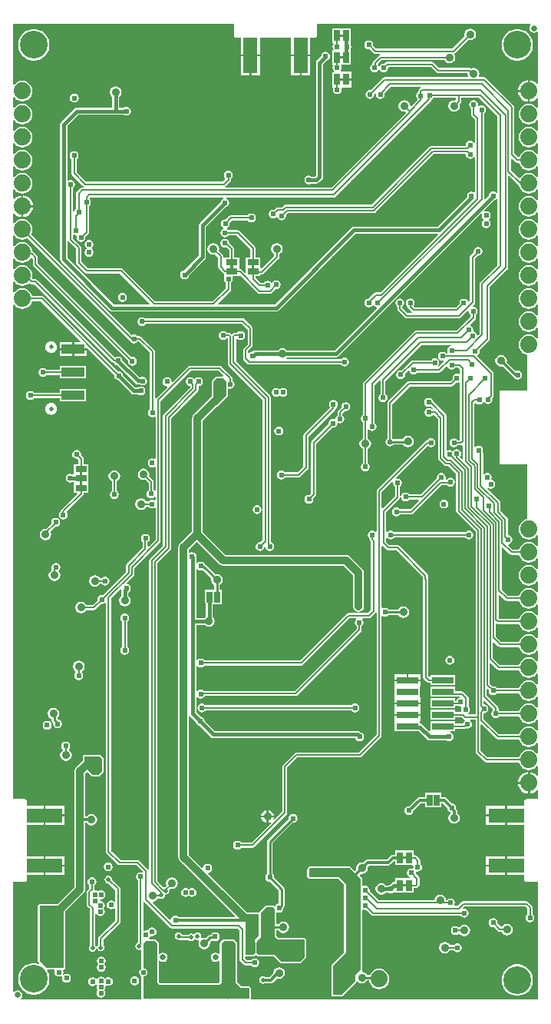
<source format=gbl>
G04*
G04 #@! TF.GenerationSoftware,Altium Limited,Altium Designer,23.1.1 (15)*
G04*
G04 Layer_Physical_Order=4*
G04 Layer_Color=16711680*
%FSLAX44Y44*%
%MOMM*%
G71*
G04*
G04 #@! TF.SameCoordinates,52DFFBC7-DF18-43FC-A01C-1C5016B87F82*
G04*
G04*
G04 #@! TF.FilePolarity,Positive*
G04*
G01*
G75*
%ADD14C,0.2032*%
%ADD149C,0.6500*%
G04:AMPARAMS|DCode=150|XSize=1mm|YSize=2.1mm|CornerRadius=0.5mm|HoleSize=0mm|Usage=FLASHONLY|Rotation=0.000|XOffset=0mm|YOffset=0mm|HoleType=Round|Shape=RoundedRectangle|*
%AMROUNDEDRECTD150*
21,1,1.0000,1.1000,0,0,0.0*
21,1,0.0000,2.1000,0,0,0.0*
1,1,1.0000,0.0000,-0.5500*
1,1,1.0000,0.0000,-0.5500*
1,1,1.0000,0.0000,0.5500*
1,1,1.0000,0.0000,0.5500*
%
%ADD150ROUNDEDRECTD150*%
G04:AMPARAMS|DCode=151|XSize=1mm|YSize=1.8mm|CornerRadius=0.5mm|HoleSize=0mm|Usage=FLASHONLY|Rotation=0.000|XOffset=0mm|YOffset=0mm|HoleType=Round|Shape=RoundedRectangle|*
%AMROUNDEDRECTD151*
21,1,1.0000,0.8000,0,0,0.0*
21,1,0.0000,1.8000,0,0,0.0*
1,1,1.0000,0.0000,-0.4000*
1,1,1.0000,0.0000,-0.4000*
1,1,1.0000,0.0000,0.4000*
1,1,1.0000,0.0000,0.4000*
%
%ADD151ROUNDEDRECTD151*%
%ADD156R,1.6000X3.9500*%
%ADD158R,3.9500X1.6000*%
G04:AMPARAMS|DCode=160|XSize=0.635mm|YSize=0.635mm|CornerRadius=0.3175mm|HoleSize=0mm|Usage=FLASHONLY|Rotation=0.000|XOffset=0mm|YOffset=0mm|HoleType=Round|Shape=RoundedRectangle|*
%AMROUNDEDRECTD160*
21,1,0.6350,0.0000,0,0,0.0*
21,1,0.0000,0.6350,0,0,0.0*
1,1,0.6350,0.0000,0.0000*
1,1,0.6350,0.0000,0.0000*
1,1,0.6350,0.0000,0.0000*
1,1,0.6350,0.0000,0.0000*
%
%ADD160ROUNDEDRECTD160*%
%ADD161C,0.2540*%
%ADD163C,0.4064*%
%ADD164C,0.4060*%
%ADD165C,0.2030*%
%ADD166C,0.2037*%
%ADD167C,0.3048*%
%ADD168C,0.8128*%
%ADD169C,0.4750*%
%ADD170C,1.8796*%
%ADD171C,3.0480*%
%ADD172C,0.5000*%
%ADD173C,0.6000*%
%ADD174C,0.6096*%
%ADD175C,0.4599*%
%ADD177C,0.9000*%
%ADD178R,1.2700X0.6604*%
%ADD179R,0.6350X1.2700*%
%ADD180R,4.0000X1.6000*%
%ADD181R,2.4000X0.7600*%
%ADD182R,2.5000X1.0000*%
%ADD183R,0.6604X1.2700*%
%ADD184C,0.3050*%
%ADD185C,0.8130*%
G36*
X573346Y1075640D02*
X572549Y1074448D01*
X572165Y1072515D01*
X572549Y1070582D01*
X573644Y1068944D01*
X575282Y1067849D01*
X577215Y1067465D01*
X579148Y1067849D01*
X580340Y1068646D01*
X581610Y1068066D01*
Y1011710D01*
X580408Y1011302D01*
X580014Y1011814D01*
X577520Y1013728D01*
X574617Y1014931D01*
X572516Y1015207D01*
Y1003300D01*
Y991393D01*
X574617Y991669D01*
X577520Y992872D01*
X580014Y994786D01*
X580408Y995298D01*
X581610Y994890D01*
Y985169D01*
X580340Y984738D01*
X579471Y985871D01*
X577136Y987662D01*
X574417Y988788D01*
X571500Y989172D01*
X568582Y988788D01*
X565864Y987662D01*
X563529Y985871D01*
X561738Y983536D01*
X560612Y980817D01*
X560228Y977900D01*
X560612Y974983D01*
X561738Y972264D01*
X563529Y969929D01*
X565864Y968138D01*
X568582Y967012D01*
X571500Y966628D01*
X574417Y967012D01*
X577136Y968138D01*
X579471Y969929D01*
X580340Y971062D01*
X581610Y970631D01*
Y959769D01*
X580340Y959338D01*
X579471Y960471D01*
X577136Y962262D01*
X574417Y963388D01*
X571500Y963772D01*
X568582Y963388D01*
X565864Y962262D01*
X563529Y960471D01*
X561738Y958136D01*
X560612Y955417D01*
X560228Y952500D01*
X560612Y949583D01*
X561738Y946864D01*
X563529Y944529D01*
X565864Y942738D01*
X568582Y941612D01*
X571500Y941228D01*
X574417Y941612D01*
X577136Y942738D01*
X579471Y944529D01*
X580340Y945662D01*
X581610Y945231D01*
Y934369D01*
X580340Y933938D01*
X579471Y935071D01*
X577136Y936862D01*
X574417Y937988D01*
X571500Y938372D01*
X568582Y937988D01*
X565864Y936862D01*
X563529Y935071D01*
X561738Y932736D01*
X560917Y930754D01*
X559438Y930490D01*
X555299Y934630D01*
Y985520D01*
X555082Y986610D01*
X554464Y987534D01*
X554464Y987534D01*
X524420Y1017578D01*
X523496Y1018196D01*
X522406Y1018413D01*
X522406Y1018413D01*
X516807D01*
X516208Y1019533D01*
X516454Y1019900D01*
X516941Y1022350D01*
X516454Y1024800D01*
X515066Y1026876D01*
X512990Y1028264D01*
X510540Y1028751D01*
X508090Y1028264D01*
X507816Y1028080D01*
X507179Y1028506D01*
X506089Y1028723D01*
X506089Y1028723D01*
X472636D01*
X466834Y1034524D01*
X465910Y1035142D01*
X464820Y1035359D01*
X464820Y1035359D01*
X415290D01*
X415290Y1035359D01*
X414200Y1035142D01*
X413276Y1034524D01*
X412224Y1033473D01*
X411480Y1033621D01*
X409597Y1033246D01*
X408001Y1032179D01*
X407106Y1030840D01*
X406580Y1030731D01*
X406220D01*
X405694Y1030840D01*
X404799Y1032179D01*
X405203Y1033329D01*
X409155Y1037281D01*
X478223D01*
X479344Y1035604D01*
X481420Y1034216D01*
X483870Y1033729D01*
X486320Y1034216D01*
X488396Y1035604D01*
X489784Y1037680D01*
X490271Y1040130D01*
X489784Y1042580D01*
X489432Y1043106D01*
X489879Y1044723D01*
X490097Y1044868D01*
X504751Y1059523D01*
X506730Y1059129D01*
X509180Y1059616D01*
X511256Y1061004D01*
X512644Y1063080D01*
X513131Y1065530D01*
X512644Y1067980D01*
X511256Y1070056D01*
X509180Y1071444D01*
X506730Y1071931D01*
X504280Y1071444D01*
X502204Y1070056D01*
X500816Y1067980D01*
X500329Y1065530D01*
X500723Y1063551D01*
X486902Y1049731D01*
X486851D01*
X486681Y1049765D01*
X486681Y1049765D01*
X403334D01*
X399743Y1053356D01*
X399891Y1054100D01*
X399516Y1055983D01*
X398449Y1057579D01*
X396853Y1058646D01*
X394970Y1059020D01*
X393087Y1058646D01*
X391491Y1057579D01*
X390424Y1055983D01*
X390050Y1054100D01*
X390424Y1052217D01*
X391491Y1050621D01*
X393087Y1049554D01*
X394970Y1049180D01*
X395714Y1049327D01*
X400140Y1044902D01*
X400140Y1044902D01*
X401064Y1044284D01*
X402154Y1044067D01*
X402154Y1044067D01*
X406937D01*
X407063Y1042797D01*
X406885Y1042762D01*
X405961Y1042144D01*
X405961Y1042144D01*
X399865Y1036048D01*
X399247Y1035124D01*
X399030Y1034034D01*
X399030Y1034034D01*
Y1032974D01*
X397841Y1032179D01*
X396774Y1030583D01*
X396399Y1028700D01*
X396774Y1026817D01*
X397841Y1025221D01*
X399437Y1024154D01*
X401320Y1023780D01*
X403203Y1024154D01*
X404799Y1025221D01*
X405694Y1026560D01*
X406220Y1026669D01*
X406580D01*
X407106Y1026560D01*
X408001Y1025221D01*
X409597Y1024154D01*
X411480Y1023780D01*
X413363Y1024154D01*
X414959Y1025221D01*
X416026Y1026817D01*
X416400Y1028700D01*
X417504Y1029661D01*
X463640D01*
X469442Y1023860D01*
X469442Y1023860D01*
X470366Y1023242D01*
X471456Y1023025D01*
X503585D01*
X504139Y1022350D01*
X504626Y1019900D01*
X504872Y1019533D01*
X504273Y1018413D01*
X412314D01*
X411224Y1018196D01*
X410300Y1017578D01*
X410300Y1017578D01*
X396984Y1004263D01*
X396240Y1004410D01*
X394357Y1004036D01*
X392761Y1002969D01*
X391694Y1001373D01*
X391320Y999490D01*
X391694Y997607D01*
X392761Y996011D01*
X394357Y994944D01*
X396240Y994569D01*
X398123Y994944D01*
X399719Y996011D01*
X400786Y997607D01*
X401161Y999490D01*
X401069Y999949D01*
X401650Y1000473D01*
X402813Y999812D01*
X402749Y999490D01*
X403124Y997607D01*
X404191Y996011D01*
X405787Y994944D01*
X407670Y994569D01*
X409553Y994944D01*
X411149Y996011D01*
X412216Y997607D01*
X412590Y999490D01*
X412324Y1000830D01*
X419565Y1008071D01*
X451824D01*
X452209Y1006801D01*
X451884Y1006584D01*
X451884Y1006584D01*
X450106Y1004806D01*
X449488Y1003881D01*
X449271Y1002791D01*
X449271Y1002791D01*
Y1001887D01*
X448641Y1001465D01*
X447574Y999869D01*
X447200Y997986D01*
X447574Y996103D01*
X448641Y994507D01*
X448714Y993763D01*
X441986Y987035D01*
X440609Y987454D01*
X440254Y989240D01*
X438866Y991316D01*
X436790Y992704D01*
X434340Y993191D01*
X431890Y992704D01*
X429814Y991316D01*
X428426Y989240D01*
X427939Y986790D01*
X428426Y984340D01*
X429814Y982264D01*
X431890Y980876D01*
X434340Y980389D01*
X435324Y980585D01*
X435950Y979414D01*
X353464Y896929D01*
X236725D01*
X236633Y897168D01*
X236514Y898199D01*
X237218Y898670D01*
X242044Y903496D01*
X242044Y903496D01*
X242662Y904420D01*
X242879Y905510D01*
X242879Y905510D01*
Y906689D01*
X243509Y907111D01*
X244576Y908707D01*
X244951Y910590D01*
X244576Y912473D01*
X243509Y914069D01*
X241913Y915136D01*
X240030Y915510D01*
X238147Y915136D01*
X236551Y914069D01*
X235484Y912473D01*
X235110Y910590D01*
X235484Y908707D01*
X236551Y907111D01*
X236645Y906154D01*
X234024Y903533D01*
X83162D01*
X72699Y913996D01*
Y928279D01*
X73329Y928701D01*
X74396Y930297D01*
X74770Y932180D01*
X74396Y934063D01*
X73329Y935659D01*
X71733Y936726D01*
X69850Y937101D01*
X67967Y936726D01*
X66371Y935659D01*
X65304Y934063D01*
X64929Y932180D01*
X65304Y930297D01*
X66371Y928701D01*
X67001Y928279D01*
Y912816D01*
X67001Y912816D01*
X67218Y911726D01*
X67836Y910801D01*
X79967Y898670D01*
X79967Y898670D01*
X80672Y898199D01*
X80553Y897168D01*
X80461Y896929D01*
X78740D01*
X78740Y896929D01*
X77650Y896712D01*
X76726Y896094D01*
X72916Y892284D01*
X72298Y891360D01*
X72081Y890270D01*
X72081Y890270D01*
Y873851D01*
X71451Y873429D01*
X70384Y871833D01*
X70127Y870542D01*
X68857Y870667D01*
Y872335D01*
X68889Y872493D01*
X68889Y872493D01*
Y896529D01*
X69519Y896951D01*
X70586Y898547D01*
X70960Y900430D01*
X70586Y902313D01*
X69519Y903909D01*
X67923Y904976D01*
X66040Y905350D01*
X64157Y904976D01*
X63575Y904587D01*
X62305Y905266D01*
Y964861D01*
X74561Y977117D01*
X124710D01*
X125700Y976456D01*
X127583Y976081D01*
X129466Y976456D01*
X131062Y977523D01*
X132128Y979119D01*
X132503Y981002D01*
X132128Y982885D01*
X131062Y984481D01*
X129466Y985548D01*
X127583Y985922D01*
X125700Y985548D01*
X124710Y984886D01*
X119455D01*
Y997075D01*
X120096Y997504D01*
X121484Y999580D01*
X121971Y1002030D01*
X121484Y1004480D01*
X120096Y1006556D01*
X118020Y1007944D01*
X115570Y1008431D01*
X113120Y1007944D01*
X111044Y1006556D01*
X109656Y1004480D01*
X109169Y1002030D01*
X109656Y999580D01*
X111044Y997504D01*
X111685Y997075D01*
Y984886D01*
X72952D01*
X71465Y984591D01*
X70205Y983749D01*
X55673Y969217D01*
X54831Y967957D01*
X54535Y966470D01*
Y817880D01*
X54831Y816393D01*
X55673Y815133D01*
X109267Y761539D01*
X110527Y760697D01*
X112014Y760401D01*
X292628D01*
X294115Y760697D01*
X295375Y761539D01*
X380087Y846251D01*
X470856D01*
X471382Y844981D01*
X407760Y781359D01*
X402590D01*
X402590Y781359D01*
X401500Y781142D01*
X400576Y780524D01*
X394934Y774882D01*
X393087Y774515D01*
X391491Y773448D01*
X390424Y771852D01*
X390050Y769969D01*
X390424Y768086D01*
X391491Y766490D01*
X393087Y765423D01*
X394970Y765049D01*
X396853Y765423D01*
X398449Y766490D01*
X399191Y767599D01*
X400616D01*
X401357Y766490D01*
X402953Y765423D01*
X403180Y765378D01*
X403549Y764163D01*
X357166Y717780D01*
X304571D01*
X304246Y718266D01*
X302170Y719654D01*
X299720Y720141D01*
X297270Y719654D01*
X295194Y718266D01*
X294765Y717625D01*
X269790D01*
X268303Y717329D01*
X267043Y716487D01*
X266745Y716188D01*
X264891Y715820D01*
X263294Y714753D01*
X263199Y714610D01*
X261929Y714995D01*
Y717005D01*
X266174Y721251D01*
X266174Y721251D01*
X266792Y722175D01*
X267009Y723265D01*
X267009Y723265D01*
Y741680D01*
X266792Y742770D01*
X266174Y743694D01*
X266174Y743694D01*
X257919Y751949D01*
X256995Y752567D01*
X255905Y752784D01*
X255905Y752784D01*
X148253D01*
X146663Y753846D01*
X144780Y754221D01*
X142897Y753846D01*
X141301Y752779D01*
X140234Y751183D01*
X139860Y749300D01*
X140234Y747417D01*
X141301Y745821D01*
X142897Y744754D01*
X144780Y744380D01*
X146663Y744754D01*
X148259Y745821D01*
X149105Y747086D01*
X254725D01*
X261311Y740500D01*
Y724445D01*
X257066Y720199D01*
X256448Y719275D01*
X256231Y718185D01*
X256231Y718185D01*
Y708660D01*
X256231Y708660D01*
X256448Y707570D01*
X257066Y706646D01*
X260876Y702836D01*
X261800Y702218D01*
X262890Y702001D01*
X262890Y702001D01*
X364399D01*
X364821Y701371D01*
X366417Y700304D01*
X368300Y699930D01*
X370183Y700304D01*
X371779Y701371D01*
X372846Y702967D01*
X373220Y704850D01*
X372846Y706733D01*
X371779Y708329D01*
X370183Y709396D01*
X368300Y709771D01*
X366417Y709396D01*
X364821Y708329D01*
X364399Y707699D01*
X304265D01*
X303879Y708969D01*
X304246Y709214D01*
X304778Y710010D01*
X358775D01*
X360262Y710306D01*
X361522Y711148D01*
X518860Y868486D01*
X518901Y868469D01*
X519907Y867737D01*
X519590Y866140D01*
X519964Y864257D01*
X521031Y862661D01*
X521525Y862330D01*
Y861060D01*
X521031Y860729D01*
X519964Y859133D01*
X519590Y857250D01*
X519964Y855367D01*
X521031Y853771D01*
X522627Y852704D01*
X524510Y852329D01*
X526393Y852704D01*
X527989Y853771D01*
X529056Y855367D01*
X529431Y857250D01*
X529056Y859133D01*
X527989Y860729D01*
X527495Y861060D01*
Y862330D01*
X527989Y862661D01*
X529056Y864257D01*
X529431Y866140D01*
X529056Y868023D01*
X527989Y869619D01*
X526393Y870686D01*
X524510Y871060D01*
X522913Y870743D01*
X522181Y871749D01*
X522164Y871790D01*
X533445Y883071D01*
X534013Y883184D01*
X535609Y884251D01*
X535631Y884283D01*
X536901Y883898D01*
Y811440D01*
X518178Y792716D01*
X517560Y791792D01*
X517343Y790702D01*
X517343Y790702D01*
Y736002D01*
X515670Y734328D01*
X514292Y734746D01*
X514171Y735351D01*
X513105Y736947D01*
X511508Y738014D01*
X511125Y738090D01*
X510213Y739566D01*
X510381Y740410D01*
X510006Y742293D01*
X508939Y743889D01*
X507343Y744956D01*
X507093Y745006D01*
X506724Y746221D01*
X512109Y751606D01*
X512726Y752530D01*
X512943Y753620D01*
X512943Y753620D01*
Y756829D01*
X513574Y757251D01*
X514641Y758847D01*
X515015Y760730D01*
X514641Y762613D01*
X513574Y764209D01*
X511978Y765276D01*
X510280Y765614D01*
X509935Y766212D01*
X509746Y766876D01*
X511284Y768414D01*
X511902Y769339D01*
X512119Y770429D01*
X512119Y770429D01*
Y818986D01*
X514876Y821743D01*
X515620Y821596D01*
X517503Y821970D01*
X519099Y823037D01*
X520166Y824633D01*
X520541Y826516D01*
X520166Y828399D01*
X519099Y829995D01*
X517503Y831062D01*
X515620Y831436D01*
X513737Y831062D01*
X512141Y829995D01*
X511074Y828399D01*
X510700Y826516D01*
X510847Y825772D01*
X507256Y822180D01*
X506638Y821256D01*
X506421Y820166D01*
X506421Y820166D01*
Y771807D01*
X505662Y771174D01*
X504749Y771418D01*
X504398Y771553D01*
X503365Y773099D01*
X501768Y774166D01*
X499885Y774540D01*
X498003Y774166D01*
X496406Y773099D01*
X495340Y771503D01*
X494965Y769620D01*
X495113Y768876D01*
X491086Y764849D01*
X445680D01*
X444158Y766371D01*
X444169Y766490D01*
X445236Y768086D01*
X445611Y769969D01*
X445236Y771852D01*
X444169Y773448D01*
X442573Y774515D01*
X440690Y774890D01*
X438807Y774515D01*
X437211Y773448D01*
X436144Y771852D01*
X435770Y769969D01*
X436144Y768086D01*
X437211Y766490D01*
X437882Y766041D01*
Y765769D01*
X437882Y765769D01*
X438099Y764679D01*
X438717Y763754D01*
X441739Y760732D01*
X441739Y760732D01*
X441739Y760732D01*
X442486Y759986D01*
X442486Y759986D01*
X442810Y759769D01*
X442425Y758499D01*
X438060D01*
X432109Y764450D01*
Y766068D01*
X432739Y766490D01*
X433806Y768086D01*
X434180Y769969D01*
X433806Y771852D01*
X432739Y773448D01*
X431143Y774515D01*
X429260Y774890D01*
X427377Y774515D01*
X425781Y773448D01*
X424714Y771852D01*
X424339Y769969D01*
X424714Y768086D01*
X425781Y766490D01*
X426411Y766068D01*
Y763270D01*
X426411Y763270D01*
X426628Y762180D01*
X427246Y761256D01*
X434866Y753636D01*
X435790Y753018D01*
X436880Y752801D01*
X436880Y752801D01*
X494491D01*
X494491Y752801D01*
X495581Y753018D01*
X496506Y753636D01*
X503948Y761078D01*
X504612Y760890D01*
X505211Y760545D01*
X505549Y758847D01*
X506615Y757251D01*
X507246Y756829D01*
Y754800D01*
X491894Y739449D01*
X447040D01*
X447040Y739449D01*
X445950Y739232D01*
X445026Y738614D01*
X445026Y738614D01*
X389146Y682734D01*
X388528Y681810D01*
X388311Y680720D01*
X388311Y680720D01*
Y646521D01*
X387681Y646099D01*
X386614Y644503D01*
X386240Y642620D01*
X386614Y640737D01*
X387681Y639141D01*
X388311Y638719D01*
Y620327D01*
X386634Y619206D01*
X385246Y617130D01*
X384759Y614680D01*
X385246Y612230D01*
X386634Y610154D01*
X388311Y609033D01*
Y593181D01*
X387681Y592759D01*
X386614Y591163D01*
X386240Y589280D01*
X386614Y587397D01*
X387681Y585801D01*
X389277Y584734D01*
X391160Y584360D01*
X393043Y584734D01*
X394639Y585801D01*
X395706Y587397D01*
X396081Y589280D01*
X395706Y591163D01*
X394639Y592759D01*
X394009Y593181D01*
Y609033D01*
X395686Y610154D01*
X397074Y612230D01*
X397561Y614680D01*
X397074Y617130D01*
X395686Y619206D01*
X394009Y620327D01*
Y629898D01*
X395279Y630283D01*
X395301Y630251D01*
X396897Y629184D01*
X398780Y628810D01*
X400663Y629184D01*
X402259Y630251D01*
X403326Y631847D01*
X403700Y633730D01*
X403326Y635613D01*
X402259Y637209D01*
X401629Y637631D01*
Y679540D01*
X406589Y684500D01*
X407859Y683974D01*
Y669381D01*
X407228Y668959D01*
X406161Y667363D01*
X405787Y665480D01*
X406161Y663597D01*
X407228Y662001D01*
X408824Y660934D01*
X410707Y660559D01*
X412590Y660934D01*
X414187Y662001D01*
X415253Y663597D01*
X415628Y665480D01*
X415253Y667363D01*
X414187Y668959D01*
X413556Y669381D01*
Y683847D01*
X453300Y723591D01*
X485534D01*
X485659Y722321D01*
X484527Y722096D01*
X482931Y721029D01*
X481864Y719433D01*
X481489Y717550D01*
X481864Y715667D01*
X482097Y715319D01*
X481418Y714049D01*
X480151D01*
X479729Y714679D01*
X478133Y715746D01*
X476250Y716121D01*
X474367Y715746D01*
X472771Y714679D01*
X471704Y713083D01*
X471329Y711200D01*
X471704Y709317D01*
X472771Y707721D01*
X474367Y706654D01*
X476250Y706280D01*
X477105Y706450D01*
X477730Y705279D01*
X472472Y700021D01*
X471485Y700830D01*
X472384Y702175D01*
X472758Y704058D01*
X472384Y705941D01*
X471317Y707537D01*
X469721Y708604D01*
X467838Y708978D01*
X465955Y708604D01*
X464359Y707537D01*
X463809Y706715D01*
X443202D01*
X443202Y706715D01*
X442112Y706498D01*
X441187Y705880D01*
X441187Y705880D01*
X430962Y695655D01*
X430219Y695803D01*
X428336Y695429D01*
X426739Y694362D01*
X425673Y692766D01*
X425298Y690883D01*
X425673Y689000D01*
X426739Y687403D01*
X428336Y686337D01*
X430219Y685962D01*
X432102Y686337D01*
X433698Y687403D01*
X434765Y689000D01*
X435139Y690883D01*
X434991Y691627D01*
X438457Y695093D01*
X439835Y694675D01*
X439954Y694077D01*
X441021Y692481D01*
X442617Y691414D01*
X444500Y691040D01*
X446383Y691414D01*
X447979Y692481D01*
X448401Y693111D01*
X472440D01*
X472440Y693111D01*
X473530Y693328D01*
X474454Y693946D01*
X480670Y700162D01*
X481886Y699793D01*
X481955Y699443D01*
X483022Y697847D01*
X484618Y696780D01*
X486501Y696405D01*
X488384Y696780D01*
X489981Y697847D01*
X490402Y698477D01*
X493834D01*
X495499Y696812D01*
Y692073D01*
X494379Y691474D01*
X494167Y691616D01*
X492284Y691991D01*
X490401Y691616D01*
X488805Y690549D01*
X487738Y688953D01*
X487364Y687070D01*
X487511Y686326D01*
X484754Y683569D01*
X439166D01*
X438076Y683352D01*
X437152Y682734D01*
X437152Y682734D01*
X416102Y661684D01*
X415484Y660760D01*
X415267Y659670D01*
X415267Y659670D01*
Y620510D01*
X414831Y620219D01*
X413764Y618623D01*
X413390Y616740D01*
X413764Y614857D01*
X414831Y613260D01*
X416427Y612194D01*
X418310Y611819D01*
X420193Y612194D01*
X421790Y613260D01*
X422199Y613872D01*
X432836D01*
X433624Y612694D01*
X435700Y611306D01*
X438150Y610819D01*
X440600Y611306D01*
X442676Y612694D01*
X444064Y614770D01*
X444551Y617220D01*
X444064Y619670D01*
X442676Y621746D01*
X440600Y623134D01*
X438150Y623621D01*
X435700Y623134D01*
X433624Y621746D01*
X432515Y620088D01*
X421878D01*
X421790Y620219D01*
X420965Y620770D01*
Y658490D01*
X440346Y677871D01*
X485934D01*
X485934Y677871D01*
X487024Y678088D01*
X487948Y678706D01*
X491540Y682297D01*
X492284Y682150D01*
X494167Y682524D01*
X494379Y682666D01*
X495499Y682067D01*
Y618908D01*
X495165Y618574D01*
X492851D01*
X492429Y619205D01*
X490833Y620271D01*
X488950Y620646D01*
X487067Y620271D01*
X485471Y619205D01*
X484404Y617608D01*
X484030Y615725D01*
X484404Y613842D01*
X485471Y612246D01*
X487067Y611179D01*
X488950Y610805D01*
X490833Y611179D01*
X492429Y612246D01*
X492851Y612877D01*
X496345D01*
X496345Y612876D01*
X497435Y613093D01*
X497531Y613157D01*
X498801Y612478D01*
Y598327D01*
X497628Y597841D01*
X495564Y599906D01*
X495600Y600274D01*
X496667Y601871D01*
X497041Y603754D01*
X496667Y605637D01*
X495600Y607233D01*
X494004Y608300D01*
X492121Y608674D01*
X490238Y608300D01*
X488642Y607233D01*
X488416Y606896D01*
X486931Y606660D01*
X485753Y607447D01*
X483870Y607822D01*
X481987Y607447D01*
X481775Y607305D01*
X480655Y607904D01*
Y645734D01*
X480655Y645734D01*
X480438Y646824D01*
X479820Y647748D01*
X479820Y647748D01*
X465932Y661637D01*
X465647Y661827D01*
X465556Y662283D01*
X464489Y663879D01*
X462893Y664946D01*
X461010Y665321D01*
X459127Y664946D01*
X457531Y663879D01*
X456464Y662283D01*
X456090Y660400D01*
X456464Y658517D01*
X457531Y656921D01*
X459127Y655854D01*
X461010Y655480D01*
X462893Y655854D01*
X463351Y656160D01*
X465308Y654203D01*
X465292Y653784D01*
X464839Y652876D01*
X464646Y652874D01*
X463210Y653833D01*
X461328Y654208D01*
X459445Y653833D01*
X457848Y652767D01*
X456782Y651171D01*
X456407Y649287D01*
X456782Y647404D01*
X457848Y645808D01*
X459445Y644742D01*
X461328Y644367D01*
X463210Y644742D01*
X464807Y645808D01*
X465228Y646439D01*
X467132D01*
X471655Y641916D01*
Y599022D01*
X471655Y599021D01*
X471872Y597931D01*
X472490Y597007D01*
X478421Y591076D01*
X478421Y591076D01*
X479345Y590458D01*
X480435Y590241D01*
X480436Y590241D01*
X482690D01*
X491435Y581496D01*
Y540727D01*
X491435Y540727D01*
X491652Y539637D01*
X492270Y538713D01*
X512771Y518211D01*
Y316793D01*
X504908D01*
X504523Y318063D01*
X505154Y318484D01*
X506220Y320081D01*
X506595Y321964D01*
X506220Y323847D01*
X505229Y325331D01*
Y334296D01*
X505012Y335386D01*
X504394Y336310D01*
X504394Y336311D01*
X499600Y341104D01*
X498676Y341722D01*
X497586Y341939D01*
X497586Y341939D01*
X490224D01*
Y347208D01*
X462668D01*
Y336052D01*
X490224D01*
Y336241D01*
X495440D01*
X495565Y334971D01*
X494433Y334746D01*
X492837Y333679D01*
X491770Y332083D01*
X491665Y331556D01*
X490224D01*
Y334508D01*
X462668D01*
Y323352D01*
X490224D01*
Y325858D01*
X493723D01*
X493723Y325858D01*
X494035Y325920D01*
X494433Y325654D01*
X496316Y325280D01*
X496595Y325335D01*
X497359Y324192D01*
X497128Y323847D01*
X496754Y321964D01*
X497075Y320349D01*
X496386Y319079D01*
X490224D01*
Y321808D01*
X462668D01*
Y310652D01*
X490224D01*
Y313381D01*
X497652D01*
X499104Y311930D01*
X499104Y311930D01*
X500028Y311312D01*
X500630Y311192D01*
X500921Y309860D01*
X500457Y309549D01*
X499390Y307953D01*
X499077Y306381D01*
X490224D01*
Y309108D01*
X462668D01*
Y298748D01*
X461398Y298222D01*
X453932Y305687D01*
X452672Y306529D01*
X451224Y306817D01*
X451224Y308936D01*
X451986Y309890D01*
X451986Y310062D01*
Y315214D01*
X422906D01*
X422906Y309890D01*
X423668Y308936D01*
X423668Y308620D01*
Y297952D01*
X450680D01*
X459279Y289353D01*
X460539Y288511D01*
X462026Y288215D01*
X480743D01*
X481733Y287554D01*
X483616Y287180D01*
X485499Y287554D01*
X487095Y288621D01*
X488162Y290217D01*
X488536Y292100D01*
X488162Y293983D01*
X487095Y295579D01*
X485499Y296646D01*
X485318Y296682D01*
X485443Y297952D01*
X490224D01*
Y300679D01*
X500298D01*
X501389Y300896D01*
X502266Y301482D01*
X503936Y301150D01*
X505819Y301524D01*
X507415Y302591D01*
X508482Y304187D01*
X508857Y306070D01*
X508482Y307953D01*
X507415Y309549D01*
X507002Y309825D01*
X507388Y311095D01*
X512771D01*
Y275590D01*
X512771Y275590D01*
X512988Y274500D01*
X513606Y273576D01*
X522496Y264686D01*
X522496Y264686D01*
X523420Y264068D01*
X524510Y263851D01*
X524510Y263851D01*
X560603D01*
X560612Y263783D01*
X561738Y261064D01*
X563529Y258729D01*
X565864Y256938D01*
X568582Y255812D01*
X571500Y255428D01*
X574417Y255812D01*
X577136Y256938D01*
X579471Y258729D01*
X580340Y259862D01*
X581610Y259431D01*
Y249710D01*
X580408Y249302D01*
X580014Y249814D01*
X577520Y251728D01*
X574617Y252931D01*
X572770Y253174D01*
Y241300D01*
Y229426D01*
X574617Y229669D01*
X577520Y230872D01*
X580014Y232786D01*
X580408Y233298D01*
X581610Y232890D01*
Y223570D01*
X568960D01*
X567969Y223373D01*
X567129Y222811D01*
X566567Y221971D01*
X566370Y220980D01*
Y216040D01*
X547556D01*
Y205500D01*
Y194960D01*
X566370D01*
Y160640D01*
X547556D01*
Y150100D01*
Y139560D01*
X566370D01*
Y134620D01*
X566567Y133629D01*
X567129Y132789D01*
X567969Y132227D01*
X568960Y132030D01*
X581610D01*
Y2590D01*
X265624D01*
X264703Y3810D01*
Y15240D01*
X264565Y15934D01*
X264172Y16522D01*
X263584Y16915D01*
X262890Y17053D01*
X254751D01*
X249463Y22341D01*
Y64770D01*
X249325Y65464D01*
X248932Y66052D01*
X246392Y68592D01*
X245804Y68985D01*
X245110Y69123D01*
X234950D01*
X234256Y68985D01*
X233668Y68592D01*
X231128Y66052D01*
X230735Y65464D01*
X230597Y64770D01*
Y53362D01*
X229610Y52993D01*
X229327Y52937D01*
X227712Y54016D01*
X225750Y54406D01*
X223788Y54016D01*
X222125Y52905D01*
X221014Y51242D01*
X220623Y49280D01*
X221014Y47318D01*
X222125Y45655D01*
X223788Y44544D01*
X225750Y44153D01*
X227712Y44544D01*
X229327Y45623D01*
X229610Y45567D01*
X230597Y45198D01*
Y22341D01*
X229119Y20863D01*
X164581D01*
X163103Y22341D01*
Y45198D01*
X164090Y45567D01*
X164373Y45623D01*
X165988Y44544D01*
X167950Y44153D01*
X169912Y44544D01*
X171575Y45655D01*
X172686Y47318D01*
X173076Y49280D01*
X172686Y51242D01*
X171575Y52905D01*
X169912Y54016D01*
X167950Y54406D01*
X165988Y54016D01*
X164373Y52937D01*
X164090Y52993D01*
X163103Y53362D01*
Y64770D01*
X162965Y65464D01*
X162572Y66052D01*
X162572Y66052D01*
X160032Y68592D01*
X159444Y68985D01*
X158750Y69123D01*
X153154D01*
X152769Y70393D01*
X152831Y70435D01*
X153590Y71570D01*
X153898Y72031D01*
X155273Y72431D01*
X155956Y72295D01*
X157839Y72670D01*
X159435Y73737D01*
X160502Y75333D01*
X160877Y77216D01*
X160502Y79099D01*
X159435Y80695D01*
X157839Y81762D01*
X155956Y82136D01*
X154073Y81762D01*
X152477Y80695D01*
X151718Y79560D01*
X151410Y79099D01*
X150035Y78699D01*
X149352Y78835D01*
X147469Y78460D01*
X147257Y78318D01*
X146137Y78917D01*
Y110019D01*
X147112Y110416D01*
X147407Y110439D01*
X176040Y81806D01*
X176040Y81806D01*
X176964Y81188D01*
X178054Y80971D01*
X178054Y80971D01*
X250280D01*
X252421Y78830D01*
Y46990D01*
X252421Y46990D01*
X252638Y45900D01*
X253256Y44976D01*
X257066Y41166D01*
X257990Y40548D01*
X259080Y40331D01*
X259080Y40331D01*
X265339D01*
X265761Y39701D01*
X267357Y38634D01*
X269240Y38259D01*
X271123Y38634D01*
X272719Y39701D01*
X273786Y41297D01*
X274160Y43180D01*
X273786Y45063D01*
X272719Y46659D01*
X271123Y47726D01*
X269240Y48101D01*
X267357Y47726D01*
X265761Y46659D01*
X265339Y46029D01*
X260260D01*
X258119Y48170D01*
Y49163D01*
X259080Y50257D01*
X267970D01*
X268664Y50395D01*
X269252Y50788D01*
X270026Y51562D01*
X270994D01*
X271768Y50788D01*
X272356Y50395D01*
X273050Y50257D01*
X290079D01*
X297168Y43168D01*
X297756Y42775D01*
X298450Y42637D01*
X318770D01*
X319464Y42775D01*
X320052Y43168D01*
X325132Y48248D01*
X325525Y48836D01*
X325663Y49530D01*
Y68580D01*
X325525Y69274D01*
X325132Y69862D01*
X324544Y70255D01*
X323850Y70393D01*
X295391D01*
X292643Y73141D01*
Y79315D01*
X295177D01*
X296210Y77770D01*
X298286Y76382D01*
X300736Y75895D01*
X303186Y76382D01*
X305262Y77770D01*
X306650Y79846D01*
X307137Y82296D01*
X306650Y84746D01*
X305262Y86822D01*
X303186Y88210D01*
X300736Y88697D01*
X298286Y88210D01*
X296210Y86822D01*
X295347Y85531D01*
X292643D01*
Y98402D01*
X293763Y99001D01*
X294027Y98824D01*
X295910Y98449D01*
X297793Y98824D01*
X299389Y99891D01*
X300456Y101487D01*
X300830Y103370D01*
X300743Y103808D01*
X301087Y104152D01*
X301761Y105161D01*
X301998Y106350D01*
Y123975D01*
X301761Y125165D01*
X301087Y126173D01*
X290561Y136699D01*
X290648Y137137D01*
X290273Y139021D01*
X289207Y140617D01*
X288858Y140850D01*
Y175243D01*
X310966Y197351D01*
X311404Y197264D01*
X313287Y197638D01*
X314883Y198705D01*
X315950Y200301D01*
X316325Y202184D01*
X315950Y204067D01*
X314883Y205663D01*
X313287Y206730D01*
X311404Y207104D01*
X309521Y206730D01*
X307925Y205663D01*
X306858Y204067D01*
X306483Y202184D01*
X306571Y201746D01*
X283552Y178727D01*
X282879Y177719D01*
X282642Y176530D01*
Y140880D01*
X282248Y140617D01*
X281182Y139021D01*
X280807Y137137D01*
X281182Y135254D01*
X282248Y133658D01*
X283845Y132591D01*
X285728Y132217D01*
X286166Y132304D01*
X295782Y122688D01*
Y108265D01*
X294027Y107916D01*
X292431Y106849D01*
X291942Y106118D01*
X290923Y105473D01*
X290305Y105780D01*
X290254Y105815D01*
X289560Y105953D01*
X281940D01*
X281246Y105815D01*
X280658Y105422D01*
X274308Y99072D01*
X273964Y98556D01*
X273744Y98703D01*
X273050Y98841D01*
X260103D01*
X237892Y121052D01*
X217728Y141216D01*
X218146Y142594D01*
X219053Y142774D01*
X220649Y143841D01*
X221716Y145437D01*
X222090Y147320D01*
X221716Y149203D01*
X220649Y150799D01*
X219053Y151866D01*
X217170Y152240D01*
X215287Y151866D01*
X213691Y150799D01*
X212624Y149203D01*
X212444Y148296D01*
X211066Y147878D01*
X196710Y162233D01*
Y314267D01*
X197693Y314664D01*
X197980Y314686D01*
X204182Y308484D01*
X204414Y307317D01*
X205481Y305721D01*
X207077Y304654D01*
X208061Y304458D01*
X220626Y291893D01*
X221886Y291051D01*
X223373Y290755D01*
X380157D01*
X380264Y290217D01*
X381331Y288621D01*
X382927Y287554D01*
X384810Y287180D01*
X386693Y287554D01*
X388289Y288621D01*
X389356Y290217D01*
X389730Y292100D01*
X389356Y293983D01*
X388289Y295579D01*
X386693Y296646D01*
X385478Y296888D01*
X384979Y297387D01*
X383718Y298229D01*
X382232Y298525D01*
X224982D01*
X213775Y309731D01*
X213506Y311083D01*
X212439Y312679D01*
X210843Y313746D01*
X209676Y313978D01*
X204545Y319109D01*
Y335608D01*
X205815Y335994D01*
X206071Y335611D01*
X207667Y334544D01*
X209550Y334170D01*
X211433Y334544D01*
X213029Y335611D01*
X213875Y336876D01*
X314325D01*
X314325Y336876D01*
X315415Y337093D01*
X316339Y337711D01*
X386449Y407820D01*
X386449Y407820D01*
X387066Y408744D01*
X387283Y409834D01*
X387283Y409834D01*
Y413929D01*
X387914Y414351D01*
X388980Y415947D01*
X389355Y417830D01*
X388980Y419713D01*
X387914Y421309D01*
X387881Y421331D01*
X388266Y422601D01*
X394970D01*
X394970Y422601D01*
X396060Y422818D01*
X396984Y423436D01*
X402064Y428516D01*
X402064Y428516D01*
X402281Y428840D01*
X403551Y428455D01*
Y294550D01*
X383979Y274978D01*
X314988D01*
X314988Y274978D01*
X313898Y274761D01*
X312974Y274143D01*
X300246Y261415D01*
X299628Y260491D01*
X299411Y259401D01*
X299411Y259401D01*
Y209460D01*
X290637Y200686D01*
X289561Y201406D01*
X290069Y202632D01*
X290177Y203454D01*
X284226D01*
Y197503D01*
X285048Y197611D01*
X286275Y198119D01*
X286994Y197043D01*
X265520Y175569D01*
X254091D01*
X253669Y176199D01*
X252073Y177266D01*
X250190Y177640D01*
X248307Y177266D01*
X246711Y176199D01*
X245644Y174603D01*
X245270Y172720D01*
X245644Y170837D01*
X246711Y169241D01*
X248307Y168174D01*
X250190Y167799D01*
X252073Y168174D01*
X253669Y169241D01*
X254091Y169871D01*
X266700D01*
X266700Y169871D01*
X267790Y170088D01*
X268714Y170706D01*
X304274Y206266D01*
X304892Y207190D01*
X305109Y208280D01*
X305109Y208280D01*
Y258221D01*
X316168Y269280D01*
X385159D01*
X385159Y269280D01*
X386249Y269497D01*
X387173Y270115D01*
X408414Y291356D01*
X408414Y291356D01*
X409032Y292280D01*
X409249Y293370D01*
Y424268D01*
X410519Y424947D01*
X410867Y424714D01*
X412750Y424339D01*
X414633Y424714D01*
X416229Y425781D01*
X416478Y426152D01*
X427596D01*
X428544Y424734D01*
X430620Y423346D01*
X433070Y422859D01*
X435520Y423346D01*
X437596Y424734D01*
X438984Y426810D01*
X439471Y429260D01*
X438984Y431710D01*
X437596Y433786D01*
X435520Y435174D01*
X433070Y435661D01*
X430620Y435174D01*
X428544Y433786D01*
X427596Y432368D01*
X416478D01*
X416229Y432739D01*
X414633Y433806D01*
X412750Y434180D01*
X410867Y433806D01*
X410519Y433573D01*
X409249Y434252D01*
Y501866D01*
X410519Y502393D01*
X414546Y498366D01*
X414546Y498366D01*
X415470Y497748D01*
X416560Y497531D01*
X425540D01*
X454637Y468434D01*
Y466118D01*
X454637Y466118D01*
X454854Y465028D01*
X454859Y465020D01*
Y357886D01*
X454859Y357886D01*
X455076Y356796D01*
X455694Y355872D01*
X459250Y352316D01*
X459250Y352316D01*
X460174Y351698D01*
X461264Y351481D01*
X461264Y351481D01*
X462668D01*
Y348752D01*
X490224D01*
Y359908D01*
X462668D01*
Y358751D01*
X461398Y358225D01*
X460557Y359066D01*
Y465896D01*
X460340Y466986D01*
X460335Y466994D01*
Y469614D01*
X460118Y470704D01*
X459500Y471628D01*
X459500Y471628D01*
X428734Y502394D01*
X427810Y503012D01*
X426720Y503229D01*
X426720Y503229D01*
X417740D01*
X414329Y506640D01*
Y510518D01*
X415599Y510903D01*
X415621Y510871D01*
X417217Y509804D01*
X419100Y509430D01*
X420983Y509804D01*
X422579Y510871D01*
X423001Y511501D01*
X501559D01*
X501981Y510871D01*
X503577Y509804D01*
X505460Y509430D01*
X507343Y509804D01*
X508939Y510871D01*
X510006Y512467D01*
X510381Y514350D01*
X510006Y516233D01*
X508939Y517829D01*
X507343Y518896D01*
X505460Y519271D01*
X503577Y518896D01*
X501981Y517829D01*
X501559Y517199D01*
X423001D01*
X422579Y517829D01*
X420983Y518896D01*
X419100Y519271D01*
X417217Y518896D01*
X415621Y517829D01*
X415599Y517797D01*
X414329Y518182D01*
Y539526D01*
X428734Y553931D01*
X428734Y553931D01*
X429352Y554856D01*
X429513Y555665D01*
X430808Y555665D01*
X431064Y554377D01*
X432131Y552781D01*
X433727Y551714D01*
X435610Y551339D01*
X437493Y551714D01*
X439089Y552781D01*
X439511Y553411D01*
X449933D01*
X450419Y552238D01*
X440780Y542599D01*
X429351D01*
X428929Y543229D01*
X427333Y544296D01*
X425450Y544670D01*
X423567Y544296D01*
X421971Y543229D01*
X420904Y541633D01*
X420530Y539750D01*
X420904Y537867D01*
X421971Y536271D01*
X423567Y535204D01*
X425450Y534829D01*
X427333Y535204D01*
X428929Y536271D01*
X429351Y536901D01*
X441960D01*
X441960Y536901D01*
X443050Y537118D01*
X443974Y537736D01*
X475176Y568937D01*
X481762D01*
X483257Y567938D01*
X485140Y567564D01*
X487023Y567938D01*
X488619Y569005D01*
X489686Y570601D01*
X490061Y572484D01*
X489686Y574367D01*
X488619Y575963D01*
X487023Y577030D01*
X485140Y577405D01*
X483257Y577030D01*
X481661Y575963D01*
X481112Y575142D01*
X480515Y575162D01*
X480287Y575348D01*
X479615Y576415D01*
X479901Y577850D01*
X479526Y579733D01*
X478459Y581329D01*
X476863Y582396D01*
X474980Y582771D01*
X473097Y582396D01*
X471501Y581329D01*
X470434Y579733D01*
X470060Y577850D01*
X470207Y577106D01*
X452210Y559109D01*
X439511D01*
X439089Y559739D01*
X437493Y560806D01*
X435610Y561180D01*
X433727Y560806D01*
X432131Y559739D01*
X431064Y558143D01*
X430839Y557010D01*
X429569Y557136D01*
Y567599D01*
X430199Y568021D01*
X431266Y569617D01*
X431641Y571500D01*
X431266Y573383D01*
X430199Y574979D01*
X428603Y576046D01*
X426720Y576421D01*
X425865Y576250D01*
X425240Y577421D01*
X460202Y612383D01*
X461667Y611404D01*
X463550Y611030D01*
X465433Y611404D01*
X467029Y612471D01*
X468096Y614067D01*
X468470Y615950D01*
X468096Y617833D01*
X467029Y619429D01*
X465433Y620496D01*
X463550Y620871D01*
X461667Y620496D01*
X460071Y619429D01*
X459502Y618579D01*
X458434Y618366D01*
X457510Y617749D01*
X404386Y564624D01*
X403768Y563700D01*
X403551Y562610D01*
X403551Y562610D01*
Y518182D01*
X402281Y517797D01*
X402259Y517829D01*
X400663Y518896D01*
X398780Y519271D01*
X396897Y518896D01*
X395301Y517829D01*
X394234Y516233D01*
X393859Y514350D01*
X394234Y512467D01*
X395301Y510871D01*
X396280Y510216D01*
Y509016D01*
X396280Y509016D01*
X396497Y507926D01*
X397114Y507002D01*
X397201Y506915D01*
Y431710D01*
X393790Y428299D01*
X372520D01*
X372520Y428299D01*
X371430Y428082D01*
X370506Y427464D01*
X370506Y427464D01*
X319270Y376229D01*
X213451D01*
X213029Y376859D01*
X211433Y377926D01*
X209550Y378301D01*
X207667Y377926D01*
X206071Y376859D01*
X205815Y376476D01*
X204545Y376861D01*
Y415215D01*
X214094D01*
X214279Y414939D01*
X216355Y413551D01*
X218805Y413064D01*
X221255Y413551D01*
X223331Y414939D01*
X224719Y417015D01*
X225206Y419465D01*
X224719Y421914D01*
X223331Y423991D01*
X223055Y424176D01*
Y437642D01*
X232537D01*
Y453898D01*
X230565D01*
Y459431D01*
X231856Y460294D01*
X233244Y462370D01*
X233731Y464820D01*
X233244Y467270D01*
X231856Y469346D01*
X229780Y470734D01*
X227330Y471221D01*
X225657Y470888D01*
X214968Y481577D01*
X213960Y482251D01*
X213880Y482267D01*
X213029Y483539D01*
X211433Y484606D01*
X209550Y484981D01*
X207667Y484606D01*
X206071Y483539D01*
X205815Y483156D01*
X204545Y483541D01*
Y488165D01*
X204678Y488366D01*
X205053Y490248D01*
X204678Y492132D01*
X203612Y493728D01*
X202015Y494795D01*
X200133Y495169D01*
X198249Y494795D01*
X197831Y494515D01*
X196710Y495113D01*
Y498025D01*
X205493Y506808D01*
X230103Y482198D01*
X230103Y482198D01*
X232036Y480907D01*
X234315Y480453D01*
X234315Y480453D01*
X367103D01*
X377584Y469973D01*
Y435610D01*
X378037Y433331D01*
X379328Y431398D01*
X381261Y430107D01*
X383540Y429654D01*
X385819Y430107D01*
X387752Y431398D01*
X389043Y433331D01*
X389496Y435610D01*
Y472440D01*
X389043Y474720D01*
X387752Y476652D01*
X373782Y490622D01*
X371850Y491913D01*
X369570Y492366D01*
X236782D01*
X211696Y517452D01*
Y640153D01*
X227021Y655477D01*
X227389Y655550D01*
X227977Y655943D01*
X238772Y666738D01*
X239165Y667326D01*
X239303Y668020D01*
X239303Y674921D01*
X240573Y675619D01*
X242167Y675302D01*
X244051Y675676D01*
X245647Y676743D01*
X246714Y678339D01*
X247088Y680222D01*
X246714Y682105D01*
X245647Y683701D01*
X244809Y684261D01*
Y686572D01*
X244809Y686572D01*
X244592Y687662D01*
X243975Y688586D01*
X232682Y699879D01*
X231758Y700497D01*
X230668Y700714D01*
X230667Y700714D01*
X197485D01*
X197485Y700714D01*
X196395Y700497D01*
X195471Y699879D01*
X195471Y699879D01*
X178418Y682827D01*
X177226Y683431D01*
X176909Y685023D01*
X175843Y686619D01*
X174246Y687686D01*
X172363Y688061D01*
X170480Y687686D01*
X168884Y686619D01*
X167817Y685023D01*
X167443Y683140D01*
X167817Y681257D01*
X168884Y679661D01*
X170480Y678594D01*
X172073Y678277D01*
X172677Y677085D01*
X160546Y664954D01*
X160329Y664630D01*
X159059Y665015D01*
Y716280D01*
X159059Y716280D01*
X158842Y717370D01*
X158224Y718294D01*
X144254Y732264D01*
X143330Y732882D01*
X142240Y733099D01*
X142240Y733099D01*
X139791D01*
X139369Y733729D01*
X137773Y734796D01*
X135890Y735171D01*
X134007Y734796D01*
X133303Y734326D01*
X22420Y845209D01*
X22462Y845264D01*
X23588Y847982D01*
X23972Y850900D01*
X23588Y853818D01*
X22462Y856536D01*
X20671Y858871D01*
X18336Y860662D01*
X15618Y861788D01*
X12700Y862172D01*
X9783Y861788D01*
X7064Y860662D01*
X4729Y858871D01*
X3860Y857738D01*
X2590Y858169D01*
Y867890D01*
X3792Y868298D01*
X4186Y867786D01*
X6679Y865872D01*
X9584Y864669D01*
X11684Y864393D01*
Y876300D01*
Y888207D01*
X9584Y887931D01*
X6679Y886728D01*
X4186Y884814D01*
X3792Y884302D01*
X2590Y884710D01*
Y894431D01*
X3860Y894862D01*
X4729Y893729D01*
X7064Y891938D01*
X9783Y890812D01*
X12700Y890428D01*
X15618Y890812D01*
X18336Y891938D01*
X20671Y893729D01*
X22462Y896064D01*
X23588Y898783D01*
X23972Y901700D01*
X23588Y904617D01*
X22462Y907336D01*
X20671Y909671D01*
X18336Y911462D01*
X15618Y912588D01*
X12700Y912972D01*
X9783Y912588D01*
X7064Y911462D01*
X4729Y909671D01*
X3860Y908538D01*
X2590Y908969D01*
Y919831D01*
X3860Y920262D01*
X4729Y919129D01*
X7064Y917338D01*
X9783Y916212D01*
X12700Y915828D01*
X15618Y916212D01*
X18336Y917338D01*
X20671Y919129D01*
X22462Y921464D01*
X23588Y924183D01*
X23972Y927100D01*
X23588Y930017D01*
X22462Y932736D01*
X20671Y935071D01*
X18336Y936862D01*
X15618Y937988D01*
X12700Y938372D01*
X9783Y937988D01*
X7064Y936862D01*
X4729Y935071D01*
X3860Y933938D01*
X2590Y934369D01*
Y945231D01*
X3860Y945662D01*
X4729Y944529D01*
X7064Y942738D01*
X9783Y941612D01*
X12700Y941228D01*
X15618Y941612D01*
X18336Y942738D01*
X20671Y944529D01*
X22462Y946864D01*
X23588Y949583D01*
X23972Y952500D01*
X23588Y955417D01*
X22462Y958136D01*
X20671Y960471D01*
X18336Y962262D01*
X15618Y963388D01*
X12700Y963772D01*
X9783Y963388D01*
X7064Y962262D01*
X4729Y960471D01*
X3860Y959338D01*
X2590Y959769D01*
Y970631D01*
X3860Y971062D01*
X4729Y969929D01*
X7064Y968138D01*
X9783Y967012D01*
X12700Y966628D01*
X15618Y967012D01*
X18336Y968138D01*
X20671Y969929D01*
X22462Y972264D01*
X23588Y974983D01*
X23972Y977900D01*
X23588Y980817D01*
X22462Y983536D01*
X20671Y985871D01*
X18336Y987662D01*
X15618Y988788D01*
X12700Y989172D01*
X9783Y988788D01*
X7064Y987662D01*
X4729Y985871D01*
X3860Y984738D01*
X2590Y985169D01*
Y996031D01*
X3860Y996462D01*
X4729Y995329D01*
X7064Y993538D01*
X9783Y992412D01*
X12700Y992028D01*
X15618Y992412D01*
X18336Y993538D01*
X20671Y995329D01*
X22462Y997664D01*
X23588Y1000383D01*
X23972Y1003300D01*
X23588Y1006217D01*
X22462Y1008936D01*
X20671Y1011271D01*
X18336Y1013062D01*
X15618Y1014188D01*
X12700Y1014572D01*
X9783Y1014188D01*
X7064Y1013062D01*
X4729Y1011271D01*
X3860Y1010138D01*
X2590Y1010569D01*
Y1076910D01*
X246330D01*
Y1064260D01*
X246527Y1063269D01*
X247089Y1062429D01*
X247929Y1061867D01*
X248920Y1061670D01*
X253860D01*
Y1043406D01*
X274940D01*
Y1061670D01*
X309260D01*
Y1043406D01*
X330340D01*
Y1061670D01*
X335280D01*
X336271Y1061867D01*
X337111Y1062429D01*
X337673Y1063269D01*
X337870Y1064260D01*
Y1076910D01*
X572766D01*
X573346Y1075640D01*
D02*
G37*
G36*
X536901Y975450D02*
Y891562D01*
X535631Y891177D01*
X535609Y891209D01*
X534013Y892276D01*
X532130Y892651D01*
X530247Y892276D01*
X528651Y891209D01*
X527584Y889613D01*
X527233Y887846D01*
X523515Y884129D01*
X523181Y884183D01*
X522279Y884688D01*
Y978825D01*
X522909Y979247D01*
X523976Y980843D01*
X524351Y982726D01*
X523976Y984609D01*
X522909Y986205D01*
X521313Y987272D01*
X519430Y987646D01*
X517547Y987272D01*
X516599Y986638D01*
X515456Y987402D01*
X515618Y988217D01*
X515243Y990100D01*
X514176Y991696D01*
X512580Y992763D01*
X510697Y993138D01*
X508814Y992763D01*
X507218Y991696D01*
X506151Y990100D01*
X505777Y988217D01*
X506151Y986334D01*
X507218Y984738D01*
X507848Y984316D01*
Y977743D01*
X507848Y977743D01*
X508065Y976653D01*
X508683Y975729D01*
X512136Y972275D01*
Y946491D01*
X510866Y946106D01*
X510209Y947089D01*
X508613Y948156D01*
X506730Y948531D01*
X504847Y948156D01*
X503251Y947089D01*
X502184Y945493D01*
X501810Y943610D01*
X501284Y942970D01*
X490523D01*
X490348Y942935D01*
X477687D01*
X477512Y942970D01*
X464164D01*
X463073Y942753D01*
X462148Y942134D01*
X398118Y878105D01*
X303414D01*
X302323Y877888D01*
X301398Y877270D01*
X299322Y875194D01*
X294365D01*
X293273Y874977D01*
X292348Y874358D01*
X290488Y872498D01*
X289747Y872645D01*
X287864Y872271D01*
X286268Y871204D01*
X285201Y869608D01*
X284827Y867725D01*
X285201Y865842D01*
X286268Y864246D01*
X287864Y863179D01*
X289747Y862804D01*
X291630Y863179D01*
X292908Y864033D01*
X293808Y863969D01*
X294386Y863694D01*
X295288Y862343D01*
X296884Y861276D01*
X298768Y860902D01*
X300651Y861276D01*
X302247Y862343D01*
X303314Y863940D01*
X303688Y865823D01*
X303541Y866563D01*
X305997Y869019D01*
X400701D01*
X401792Y869236D01*
X402717Y869855D01*
X466746Y933884D01*
X475971D01*
X476146Y933849D01*
X491890D01*
X492064Y933884D01*
X501519D01*
X502044Y933243D01*
X502419Y931360D01*
X503485Y929764D01*
X505082Y928697D01*
X506965Y928323D01*
X508848Y928697D01*
X510444Y929764D01*
X510866Y930396D01*
X512136Y930011D01*
Y892193D01*
X510866Y891514D01*
X510201Y891958D01*
X508317Y892333D01*
X506435Y891958D01*
X504838Y890892D01*
X503772Y889296D01*
X503397Y887412D01*
X503513Y886831D01*
X470701Y854020D01*
X378478D01*
X376991Y853724D01*
X375731Y852882D01*
X291019Y768171D01*
X229029D01*
X228543Y769344D01*
X242044Y782846D01*
X242044Y782846D01*
X242662Y783770D01*
X242879Y784860D01*
X242879Y784860D01*
Y792389D01*
X243509Y792811D01*
X244576Y794407D01*
X244951Y796290D01*
X244597Y798068D01*
X244630Y798375D01*
X245145Y799338D01*
X251968D01*
Y799654D01*
X253141Y800141D01*
X272341Y780941D01*
X272341Y780941D01*
X273265Y780323D01*
X274356Y780106D01*
X285750D01*
X285750Y780106D01*
X286840Y780323D01*
X287764Y780941D01*
X291991Y785167D01*
X292735Y785020D01*
X294618Y785394D01*
X296214Y786461D01*
X297281Y788057D01*
X297656Y789940D01*
X297281Y791823D01*
X296214Y793419D01*
X294618Y794486D01*
X292735Y794861D01*
X290852Y794486D01*
X289256Y793419D01*
X288524Y792325D01*
X287111Y792217D01*
X287055Y792237D01*
X286689Y792784D01*
X285093Y793851D01*
X283210Y794225D01*
X281327Y793851D01*
X279731Y792784D01*
X279309Y792154D01*
X275500D01*
X270184Y797470D01*
Y799338D01*
X275463D01*
Y801061D01*
X276860D01*
X276860Y801061D01*
X277950Y801278D01*
X278874Y801896D01*
X295384Y818406D01*
X295384Y818406D01*
X296002Y819330D01*
X296219Y820420D01*
X296219Y820420D01*
Y823663D01*
X297896Y824784D01*
X299284Y826860D01*
X299771Y829310D01*
X299284Y831760D01*
X297896Y833836D01*
X295820Y835224D01*
X293370Y835711D01*
X290920Y835224D01*
X288844Y833836D01*
X287456Y831760D01*
X286969Y829310D01*
X287456Y826860D01*
X288844Y824784D01*
X290521Y823663D01*
Y821600D01*
X276733Y807812D01*
X275596Y808283D01*
X275463Y809498D01*
Y809752D01*
X275463D01*
Y819912D01*
X270184D01*
Y829945D01*
X270184Y829945D01*
X269967Y831035D01*
X269349Y831959D01*
X269349Y831959D01*
X252204Y849104D01*
X251280Y849722D01*
X250190Y849939D01*
X250190Y849939D01*
X240121D01*
X239699Y850569D01*
X238599Y851304D01*
X238558Y851830D01*
X238700Y852713D01*
X240096Y853646D01*
X241162Y855242D01*
X241537Y857125D01*
X241389Y857869D01*
X244271Y860751D01*
X261529D01*
X261951Y860121D01*
X263547Y859054D01*
X265430Y858680D01*
X267313Y859054D01*
X268909Y860121D01*
X269976Y861717D01*
X270350Y863600D01*
X269976Y865483D01*
X268909Y867079D01*
X267313Y868146D01*
X265430Y868521D01*
X263547Y868146D01*
X261951Y867079D01*
X261529Y866449D01*
X243091D01*
X242001Y866232D01*
X241077Y865614D01*
X241077Y865614D01*
X237360Y861898D01*
X236616Y862046D01*
X234733Y861671D01*
X233137Y860605D01*
X232070Y859008D01*
X231696Y857125D01*
X232070Y855242D01*
X233137Y853646D01*
X234237Y852911D01*
X234278Y852385D01*
X234136Y851502D01*
X232741Y850569D01*
X231674Y848973D01*
X231299Y847090D01*
X231674Y845207D01*
X232741Y843611D01*
X234337Y842544D01*
X236220Y842169D01*
X238103Y842544D01*
X239699Y843611D01*
X240121Y844241D01*
X249010D01*
X264486Y828765D01*
Y819912D01*
X259207D01*
Y809752D01*
X259207D01*
Y809498D01*
X259207D01*
Y803792D01*
X258034Y803306D01*
X254907Y806432D01*
X253983Y807050D01*
X252893Y807267D01*
X251968Y808060D01*
Y809498D01*
X251968D01*
Y809752D01*
X251968D01*
Y819912D01*
X246689D01*
Y829140D01*
X246472Y830230D01*
X245854Y831154D01*
X245854Y831154D01*
X241089Y835919D01*
X240766Y837543D01*
X239699Y839139D01*
X238103Y840206D01*
X236220Y840581D01*
X234337Y840206D01*
X232741Y839139D01*
X231674Y837543D01*
X231299Y835660D01*
X231674Y833777D01*
X232741Y832181D01*
X234337Y831114D01*
X236220Y830740D01*
X237881Y831070D01*
X240991Y827960D01*
Y819912D01*
X235712D01*
Y819912D01*
X234528Y820121D01*
Y821150D01*
X234312Y822241D01*
X233694Y823165D01*
X233694Y823165D01*
X229527Y827331D01*
X229921Y829310D01*
X229434Y831760D01*
X228046Y833836D01*
X225970Y835224D01*
X223520Y835711D01*
X221070Y835224D01*
X218994Y833836D01*
X217606Y831760D01*
X217119Y829310D01*
X217606Y826860D01*
X218994Y824784D01*
X221070Y823396D01*
X223520Y822909D01*
X225499Y823303D01*
X228831Y819970D01*
Y809502D01*
X228831Y809502D01*
X229048Y808411D01*
X229665Y807487D01*
X234157Y802996D01*
X234157Y802996D01*
X235081Y802378D01*
X235712Y802253D01*
Y799338D01*
X235712Y799338D01*
X235482Y798163D01*
X235110Y796290D01*
X235484Y794407D01*
X236551Y792811D01*
X237181Y792389D01*
Y786040D01*
X222626Y771485D01*
X159323D01*
X123614Y807194D01*
X122689Y807812D01*
X121599Y808029D01*
X121599Y808029D01*
X85000D01*
X77779Y815250D01*
Y830580D01*
X77779Y830580D01*
X77562Y831670D01*
X76944Y832594D01*
X76944Y832594D01*
X68889Y840650D01*
Y844606D01*
X70009Y845205D01*
X70189Y845084D01*
X71957Y844732D01*
X72206Y844517D01*
X72860Y843571D01*
X72550Y842010D01*
X72924Y840127D01*
X73991Y838531D01*
X75587Y837464D01*
X77470Y837089D01*
X79353Y837464D01*
X80949Y838531D01*
X82016Y840127D01*
X82390Y842010D01*
X82243Y842754D01*
X85389Y845900D01*
X85389Y845900D01*
X86007Y846825D01*
X86224Y847915D01*
Y876611D01*
X86854Y877033D01*
X87921Y878629D01*
X88295Y880512D01*
X87921Y882395D01*
X86854Y883991D01*
X86869Y885481D01*
X87425Y886037D01*
X234769D01*
X234894Y884767D01*
X234337Y884656D01*
X232741Y883589D01*
X231674Y881993D01*
X231442Y880826D01*
X208708Y858092D01*
X207866Y856832D01*
X207570Y855345D01*
Y822029D01*
X191054Y805513D01*
X189887Y805281D01*
X188291Y804214D01*
X187224Y802618D01*
X186849Y800735D01*
X187224Y798852D01*
X188291Y797256D01*
X189887Y796189D01*
X191770Y795815D01*
X193653Y796189D01*
X195249Y797256D01*
X196316Y798852D01*
X196548Y800020D01*
X214202Y817673D01*
X215044Y818933D01*
X215340Y820420D01*
Y853736D01*
X236936Y875332D01*
X238103Y875564D01*
X239699Y876631D01*
X240766Y878227D01*
X241140Y880110D01*
X240766Y881993D01*
X239699Y883589D01*
X238103Y884656D01*
X237546Y884767D01*
X237671Y886037D01*
X356279D01*
X356280Y886037D01*
X357370Y886254D01*
X358294Y886871D01*
X463517Y992094D01*
X463517Y992094D01*
X464134Y993018D01*
X464280Y993752D01*
X465759Y994741D01*
X466447Y995769D01*
X491181D01*
Y994040D01*
X489934Y992995D01*
X488950Y993191D01*
X486500Y992704D01*
X484424Y991316D01*
X483036Y989240D01*
X482549Y986790D01*
X483036Y984340D01*
X484424Y982264D01*
X486500Y980876D01*
X488950Y980389D01*
X491400Y980876D01*
X493476Y982264D01*
X494864Y984340D01*
X495351Y986790D01*
X494957Y988769D01*
X496044Y989856D01*
X496044Y989856D01*
X496662Y990780D01*
X496879Y991870D01*
X496879Y991870D01*
Y995769D01*
X516582D01*
X536901Y975450D01*
D02*
G37*
G36*
X556786Y925086D02*
X556786Y925086D01*
X557710Y924468D01*
X558800Y924251D01*
X560603D01*
X560612Y924183D01*
X561738Y921464D01*
X563529Y919129D01*
X565864Y917338D01*
X568582Y916212D01*
X571500Y915828D01*
X574417Y916212D01*
X577136Y917338D01*
X579471Y919129D01*
X580340Y920262D01*
X581610Y919831D01*
Y908969D01*
X580340Y908538D01*
X579471Y909671D01*
X577136Y911462D01*
X574417Y912588D01*
X571500Y912972D01*
X568582Y912588D01*
X565864Y911462D01*
X563529Y909671D01*
X562061Y907757D01*
X560557Y907464D01*
X551806Y916215D01*
Y928406D01*
X552980Y928892D01*
X556786Y925086D01*
D02*
G37*
G36*
X560278Y899686D02*
X560278Y899686D01*
X560513Y899528D01*
X560612Y898783D01*
X561738Y896064D01*
X563529Y893729D01*
X565864Y891938D01*
X568582Y890812D01*
X571500Y890428D01*
X574417Y890812D01*
X577136Y891938D01*
X579471Y893729D01*
X580340Y894862D01*
X581610Y894431D01*
Y883569D01*
X580340Y883138D01*
X579471Y884271D01*
X577136Y886062D01*
X574417Y887188D01*
X571500Y887572D01*
X568582Y887188D01*
X565864Y886062D01*
X563529Y884271D01*
X561738Y881936D01*
X560612Y879218D01*
X560228Y876300D01*
X560612Y873382D01*
X561738Y870664D01*
X563529Y868329D01*
X565864Y866538D01*
X568582Y865412D01*
X571500Y865028D01*
X574417Y865412D01*
X577136Y866538D01*
X579471Y868329D01*
X580340Y869462D01*
X581610Y869031D01*
Y858169D01*
X580340Y857738D01*
X579471Y858871D01*
X577136Y860662D01*
X574417Y861788D01*
X571500Y862172D01*
X568582Y861788D01*
X565864Y860662D01*
X563529Y858871D01*
X561738Y856536D01*
X560612Y853818D01*
X560228Y850900D01*
X560612Y847982D01*
X561738Y845264D01*
X563529Y842929D01*
X565864Y841138D01*
X568582Y840012D01*
X571500Y839628D01*
X574417Y840012D01*
X577136Y841138D01*
X579471Y842929D01*
X580340Y844062D01*
X581610Y843631D01*
Y832769D01*
X580340Y832338D01*
X579471Y833471D01*
X577136Y835262D01*
X574417Y836388D01*
X571500Y836772D01*
X568582Y836388D01*
X565864Y835262D01*
X563529Y833471D01*
X561738Y831136D01*
X560612Y828418D01*
X560228Y825500D01*
X560612Y822582D01*
X561738Y819864D01*
X563529Y817529D01*
X565864Y815738D01*
X568582Y814612D01*
X571500Y814228D01*
X574417Y814612D01*
X577136Y815738D01*
X579471Y817529D01*
X580340Y818662D01*
X581610Y818231D01*
Y807369D01*
X580340Y806938D01*
X579471Y808071D01*
X577136Y809862D01*
X574417Y810988D01*
X571500Y811372D01*
X568582Y810988D01*
X565864Y809862D01*
X563529Y808071D01*
X561738Y805736D01*
X560612Y803018D01*
X560228Y800100D01*
X560612Y797182D01*
X561738Y794464D01*
X563529Y792129D01*
X565864Y790338D01*
X568582Y789212D01*
X571500Y788828D01*
X574417Y789212D01*
X577136Y790338D01*
X579471Y792129D01*
X580340Y793262D01*
X581610Y792831D01*
Y781969D01*
X580340Y781538D01*
X579471Y782671D01*
X577136Y784462D01*
X574417Y785588D01*
X571500Y785972D01*
X568582Y785588D01*
X565864Y784462D01*
X563529Y782671D01*
X561738Y780336D01*
X560612Y777617D01*
X560228Y774700D01*
X560612Y771783D01*
X561738Y769064D01*
X563529Y766729D01*
X565864Y764938D01*
X568582Y763812D01*
X571500Y763428D01*
X574417Y763812D01*
X577136Y764938D01*
X579471Y766729D01*
X580340Y767862D01*
X581610Y767431D01*
Y756569D01*
X580340Y756138D01*
X579471Y757271D01*
X577136Y759062D01*
X574417Y760188D01*
X571500Y760572D01*
X568582Y760188D01*
X565864Y759062D01*
X563529Y757271D01*
X561738Y754936D01*
X560612Y752217D01*
X560228Y749300D01*
X560612Y746383D01*
X561738Y743664D01*
X563529Y741329D01*
X565864Y739538D01*
X568582Y738412D01*
X571500Y738028D01*
X574417Y738412D01*
X577136Y739538D01*
X579471Y741329D01*
X580340Y742462D01*
X581610Y742031D01*
Y731169D01*
X580340Y730738D01*
X579471Y731871D01*
X577136Y733662D01*
X574417Y734788D01*
X571500Y735172D01*
X568582Y734788D01*
X565864Y733662D01*
X563529Y731871D01*
X561738Y729536D01*
X560612Y726817D01*
X560228Y723900D01*
X560612Y720983D01*
X561738Y718264D01*
X563529Y715929D01*
X565864Y714138D01*
X568582Y713012D01*
X569180Y712933D01*
X569595Y711835D01*
X569595D01*
Y673100D01*
X539115D01*
Y592455D01*
X569595D01*
Y532130D01*
X568554Y531577D01*
X565864Y530462D01*
X563529Y528671D01*
X561738Y526336D01*
X560612Y523618D01*
X560228Y520700D01*
X560612Y517783D01*
X561738Y515064D01*
X563529Y512729D01*
X565864Y510938D01*
X568582Y509812D01*
X571500Y509428D01*
X574417Y509812D01*
X577136Y510938D01*
X579471Y512729D01*
X580340Y513862D01*
X581610Y513431D01*
Y502569D01*
X580340Y502138D01*
X579471Y503271D01*
X577136Y505062D01*
X574417Y506188D01*
X571500Y506572D01*
X568582Y506188D01*
X565864Y505062D01*
X563529Y503271D01*
X561738Y500936D01*
X560612Y498218D01*
X560603Y498149D01*
X553630D01*
X548622Y503157D01*
X549128Y504447D01*
X550523Y504724D01*
X552119Y505791D01*
X553186Y507387D01*
X553560Y509270D01*
X553186Y511153D01*
X552119Y512749D01*
X550523Y513816D01*
X548640Y514190D01*
X548441Y514354D01*
Y531446D01*
X548224Y532537D01*
X547606Y533461D01*
X547606Y533461D01*
X540059Y541008D01*
Y549910D01*
X540059Y549910D01*
X539842Y551000D01*
X539224Y551924D01*
X539224Y551924D01*
X525553Y565596D01*
X526362Y566582D01*
X527707Y565684D01*
X529590Y565309D01*
X531473Y565684D01*
X533069Y566751D01*
X534136Y568347D01*
X534510Y570230D01*
X534136Y572113D01*
X533069Y573709D01*
X531473Y574776D01*
X530761Y574918D01*
X530326Y575967D01*
X530700Y577850D01*
X530326Y579733D01*
X529259Y581329D01*
X527663Y582396D01*
X525780Y582771D01*
X523897Y582396D01*
X522565Y581506D01*
X521295Y581936D01*
Y604696D01*
X521295Y604696D01*
X521078Y605786D01*
X520761Y606261D01*
X521046Y607695D01*
X520672Y609578D01*
X519605Y611174D01*
X518008Y612241D01*
X516125Y612616D01*
X514243Y612241D01*
X513040Y611437D01*
X511770Y611975D01*
Y659220D01*
X511934Y659384D01*
X513411Y659461D01*
X515007Y658394D01*
X516890Y658019D01*
X518773Y658394D01*
X520369Y659461D01*
X521039Y660463D01*
X522526Y660523D01*
X522936Y659910D01*
X524532Y658844D01*
X526415Y658469D01*
X528298Y658844D01*
X529894Y659910D01*
X530961Y661507D01*
X531335Y663390D01*
X531005Y665051D01*
X531644Y665689D01*
X531644Y665689D01*
X532262Y666614D01*
X532478Y667704D01*
X532478Y667704D01*
Y692110D01*
X532478Y692110D01*
X532262Y693201D01*
X531644Y694125D01*
X514531Y711238D01*
X514842Y712723D01*
X515956Y713467D01*
X517023Y715063D01*
X517397Y716946D01*
X517249Y717690D01*
X527794Y728236D01*
X527794Y728236D01*
X528412Y729160D01*
X528629Y730250D01*
X528629Y730250D01*
Y787490D01*
X547670Y806531D01*
X547670Y806531D01*
X548287Y807455D01*
X548504Y808546D01*
X548504Y808546D01*
Y909800D01*
X549678Y910286D01*
X560278Y899686D01*
D02*
G37*
G36*
X268668Y807720D02*
X266001D01*
Y816674D01*
X268668D01*
Y807720D01*
D02*
G37*
G36*
X245173D02*
X242507D01*
Y816674D01*
X245173D01*
Y807720D01*
D02*
G37*
G36*
X64026Y837456D02*
X72081Y829400D01*
Y814070D01*
X72081Y814070D01*
X72298Y812980D01*
X72916Y812056D01*
X81806Y803166D01*
X81806Y803166D01*
X82730Y802548D01*
X83820Y802331D01*
X83820Y802331D01*
X120419D01*
X153406Y769344D01*
X152921Y768171D01*
X113623D01*
X62305Y819489D01*
Y837913D01*
X63575Y838131D01*
X64026Y837456D01*
D02*
G37*
G36*
X4729Y842929D02*
X7064Y841138D01*
X9783Y840012D01*
X12700Y839628D01*
X15618Y840012D01*
X18336Y841138D01*
X18391Y841180D01*
X131336Y728236D01*
X131336Y728236D01*
X131509Y728120D01*
X132411Y726771D01*
X134007Y725704D01*
X135890Y725330D01*
X137773Y725704D01*
X139369Y726771D01*
X139791Y727401D01*
X141060D01*
X153361Y715100D01*
Y652871D01*
X152731Y652449D01*
X151664Y650853D01*
X151290Y648970D01*
X151664Y647087D01*
X152731Y645491D01*
X154327Y644424D01*
X156210Y644050D01*
X158093Y644424D01*
X158441Y644657D01*
X159711Y643978D01*
Y598537D01*
X158441Y597858D01*
X158013Y598144D01*
X156130Y598518D01*
X154247Y598144D01*
X152651Y597077D01*
X151584Y595481D01*
X151209Y593598D01*
X151584Y591715D01*
X152651Y590119D01*
X154247Y589052D01*
X156130Y588677D01*
X158013Y589052D01*
X158441Y589338D01*
X159711Y588659D01*
Y563595D01*
X158441Y563071D01*
X157789Y563611D01*
Y572770D01*
X157572Y573860D01*
X156954Y574784D01*
X156954Y574784D01*
X152565Y579173D01*
X152959Y581152D01*
X152472Y583602D01*
X151084Y585678D01*
X149008Y587066D01*
X146558Y587553D01*
X144108Y587066D01*
X142032Y585678D01*
X140644Y583602D01*
X140157Y581152D01*
X140644Y578702D01*
X142032Y576626D01*
X144108Y575238D01*
X146558Y574751D01*
X148537Y575145D01*
X152091Y571590D01*
Y563632D01*
X151207Y563041D01*
X150140Y561445D01*
X149766Y559562D01*
X150140Y557679D01*
X151207Y556083D01*
X152803Y555016D01*
X154686Y554641D01*
X156569Y555016D01*
X158165Y556083D01*
X158441Y556496D01*
X159711Y556110D01*
Y553038D01*
X158441Y552360D01*
X157585Y552932D01*
X155702Y553306D01*
X153819Y552932D01*
X152223Y551865D01*
X151801Y551235D01*
X149411D01*
X148290Y552912D01*
X146214Y554300D01*
X143764Y554787D01*
X141314Y554300D01*
X139238Y552912D01*
X137850Y550836D01*
X137363Y548386D01*
X137850Y545936D01*
X139238Y543860D01*
X141314Y542472D01*
X143764Y541985D01*
X146214Y542472D01*
X148290Y543860D01*
X149411Y545537D01*
X151801D01*
X152223Y544906D01*
X153819Y543840D01*
X155702Y543465D01*
X157585Y543840D01*
X158441Y544412D01*
X159711Y543733D01*
Y509180D01*
X152169Y501638D01*
X150996Y502124D01*
Y506343D01*
X152069Y507061D01*
X153136Y508657D01*
X153511Y510540D01*
X153136Y512423D01*
X152069Y514019D01*
X150473Y515086D01*
X148590Y515461D01*
X146707Y515086D01*
X145111Y514019D01*
X144044Y512423D01*
X143670Y510540D01*
X144044Y508657D01*
X145111Y507061D01*
X145298Y506935D01*
Y499847D01*
X128196Y482744D01*
X127578Y481820D01*
X127361Y480730D01*
X127361Y480730D01*
Y473792D01*
X101489Y447920D01*
X100330Y448150D01*
X98447Y447776D01*
X96851Y446709D01*
X95784Y445113D01*
X95409Y443230D01*
X95557Y442486D01*
X90260Y437189D01*
X83117D01*
X81996Y438866D01*
X79920Y440254D01*
X77470Y440741D01*
X75020Y440254D01*
X72944Y438866D01*
X71556Y436790D01*
X71069Y434340D01*
X71556Y431890D01*
X72944Y429814D01*
X75020Y428426D01*
X77470Y427939D01*
X79920Y428426D01*
X81996Y429814D01*
X83117Y431491D01*
X91440D01*
X91440Y431491D01*
X92530Y431708D01*
X93454Y432326D01*
X99586Y438457D01*
X100330Y438310D01*
X102213Y438684D01*
X103606Y439615D01*
X104876Y439235D01*
Y180820D01*
X104876Y180819D01*
X104876Y180819D01*
Y165548D01*
X104876Y165547D01*
X105093Y164457D01*
X105710Y163533D01*
X117842Y151402D01*
X118766Y150784D01*
X119856Y150567D01*
X119856Y150567D01*
X138774D01*
X145661Y143680D01*
X145615Y143507D01*
X144885Y142468D01*
X143002Y142843D01*
X141119Y142468D01*
X139523Y141401D01*
X138456Y139805D01*
X138082Y137922D01*
X138456Y136039D01*
X139523Y134443D01*
X140441Y133829D01*
Y65419D01*
X139887Y65309D01*
X138538Y64408D01*
X137637Y63059D01*
X137321Y61468D01*
X137637Y59877D01*
X138538Y58528D01*
X139887Y57627D01*
X141478Y57311D01*
X142967Y57607D01*
X143269Y57578D01*
X144237Y57061D01*
Y37084D01*
X144249Y37027D01*
X143079Y36245D01*
X142012Y34649D01*
X141637Y32766D01*
X142012Y30883D01*
X143079Y29287D01*
X144249Y28505D01*
X144237Y28448D01*
Y3810D01*
X143316Y2590D01*
X11293D01*
X10908Y3860D01*
X11191Y4049D01*
X12286Y5687D01*
X12670Y7620D01*
X12286Y9553D01*
X11191Y11191D01*
X9553Y12286D01*
X7620Y12670D01*
X5687Y12286D01*
X4049Y11191D01*
X3860Y10908D01*
X2590Y11293D01*
Y132030D01*
X15240D01*
X16231Y132227D01*
X17071Y132789D01*
X17633Y133629D01*
X17830Y134620D01*
Y139560D01*
X36044D01*
Y150100D01*
Y160640D01*
X17830D01*
Y194960D01*
X36044D01*
Y205500D01*
Y216040D01*
X17830D01*
Y220980D01*
X17633Y221971D01*
X17071Y222811D01*
X16231Y223373D01*
X15240Y223570D01*
X2590D01*
Y767431D01*
X3860Y767862D01*
X4729Y766729D01*
X7064Y764938D01*
X9783Y763812D01*
X12700Y763428D01*
X15618Y763812D01*
X18336Y764938D01*
X20671Y766729D01*
X22462Y769064D01*
X23588Y771783D01*
X23597Y771851D01*
X33110D01*
X77428Y727533D01*
X76942Y726360D01*
X69846D01*
Y719836D01*
X84846D01*
X85043Y719918D01*
X114396Y690566D01*
X114206Y689610D01*
X114580Y687727D01*
X115647Y686131D01*
X117243Y685064D01*
X118414Y684831D01*
X132891Y670355D01*
X134150Y669513D01*
X135636Y669217D01*
X140634D01*
X141627Y668554D01*
X143510Y668179D01*
X145393Y668554D01*
X146989Y669621D01*
X148056Y671217D01*
X148431Y673100D01*
X148056Y674983D01*
X146989Y676579D01*
X145393Y677646D01*
X143510Y678020D01*
X141627Y677646D01*
X140634Y676983D01*
X137244D01*
X123905Y690322D01*
X123672Y691493D01*
X122605Y693089D01*
X121009Y694156D01*
X119126Y694530D01*
X118594Y694425D01*
X36304Y776714D01*
X35380Y777332D01*
X34290Y777549D01*
X34290Y777549D01*
X23597D01*
X23588Y777617D01*
X22462Y780336D01*
X20671Y782671D01*
X18336Y784462D01*
X15618Y785588D01*
X12700Y785972D01*
X9783Y785588D01*
X7064Y784462D01*
X4729Y782671D01*
X3860Y781538D01*
X2590Y781969D01*
Y792831D01*
X3860Y793262D01*
X4729Y792129D01*
X7064Y790338D01*
X9783Y789212D01*
X12700Y788828D01*
X15618Y789212D01*
X18336Y790338D01*
X19915Y791550D01*
X21132Y791450D01*
X22056Y790832D01*
X23146Y790615D01*
X25776D01*
X112070Y704321D01*
X112070Y704321D01*
X112994Y703704D01*
X114062Y703491D01*
X114631Y702641D01*
X116227Y701574D01*
X117398Y701341D01*
X137444Y681295D01*
X138704Y680453D01*
X140190Y680158D01*
X142389D01*
X143641Y679321D01*
X145524Y678947D01*
X147407Y679321D01*
X149003Y680388D01*
X150070Y681984D01*
X150444Y683867D01*
X150070Y685750D01*
X149003Y687346D01*
X147407Y688413D01*
X145524Y688788D01*
X143641Y688413D01*
X142907Y687923D01*
X141798D01*
X122889Y706832D01*
X122656Y708003D01*
X121589Y709599D01*
X119993Y710666D01*
X118110Y711040D01*
X116227Y710666D01*
X114762Y709687D01*
X28970Y795478D01*
X28046Y796096D01*
X26956Y796313D01*
X26956Y796313D01*
X24441D01*
X23602Y797283D01*
X23972Y800100D01*
X23588Y803018D01*
X22462Y805736D01*
X20671Y808071D01*
X18336Y809862D01*
X15618Y810988D01*
X12700Y811372D01*
X9783Y810988D01*
X7064Y809862D01*
X4729Y808071D01*
X3860Y806938D01*
X2590Y807369D01*
Y818231D01*
X3860Y818662D01*
X4729Y817529D01*
X7064Y815738D01*
X9783Y814612D01*
X12700Y814228D01*
X15618Y814612D01*
X18336Y815738D01*
X20671Y817529D01*
X21936Y819178D01*
X23232Y819321D01*
X24170Y818474D01*
Y812451D01*
X24170Y812451D01*
X24387Y811361D01*
X25005Y810437D01*
X129253Y706188D01*
X129169Y705766D01*
X129543Y703883D01*
X130610Y702286D01*
X132206Y701219D01*
X134089Y700845D01*
X135972Y701219D01*
X137569Y702286D01*
X138635Y703883D01*
X139010Y705766D01*
X138635Y707648D01*
X137569Y709245D01*
X135972Y710312D01*
X134089Y710686D01*
X133025Y710474D01*
X29868Y813631D01*
Y820071D01*
X29868Y820071D01*
X29651Y821161D01*
X29033Y822085D01*
X29033Y822085D01*
X25431Y825687D01*
X24507Y826305D01*
X23849Y826436D01*
X23588Y828418D01*
X22462Y831136D01*
X20671Y833471D01*
X18336Y835262D01*
X15618Y836388D01*
X12700Y836772D01*
X9783Y836388D01*
X7064Y835262D01*
X4729Y833471D01*
X3860Y832338D01*
X2590Y832769D01*
Y843631D01*
X3860Y844062D01*
X4729Y842929D01*
D02*
G37*
G36*
X234487Y690017D02*
X233861Y688847D01*
X233680Y688883D01*
X227330Y688883D01*
X226636Y688745D01*
X226048Y688352D01*
X222238Y684542D01*
X221845Y683954D01*
X221707Y683260D01*
Y667501D01*
X219063Y664857D01*
X218670Y664269D01*
X218597Y663901D01*
X201528Y646832D01*
X200237Y644899D01*
X199783Y642620D01*
Y517946D01*
X186542Y504704D01*
X185251Y502772D01*
X184797Y500492D01*
Y159766D01*
X185251Y157487D01*
X186542Y155554D01*
X229468Y112628D01*
X247386Y94710D01*
X246900Y93537D01*
X185165D01*
X185089Y93649D01*
X183493Y94716D01*
X181610Y95091D01*
X179727Y94716D01*
X178131Y93649D01*
X177064Y92053D01*
X176829Y90870D01*
X175451Y90452D01*
X156668Y109235D01*
X157086Y110613D01*
X158660Y110926D01*
X160736Y112314D01*
X161857Y113991D01*
X164282D01*
X164409Y113906D01*
X166000Y113590D01*
X167591Y113906D01*
X168940Y114807D01*
X169841Y116156D01*
X170158Y117747D01*
X171325Y118390D01*
X172328Y118589D01*
X173676Y119490D01*
X174578Y120839D01*
X174894Y122430D01*
X174764Y123087D01*
X176370Y124693D01*
X177800Y124409D01*
X180250Y124896D01*
X182326Y126284D01*
X183714Y128360D01*
X184201Y130810D01*
X183714Y133260D01*
X182326Y135336D01*
X180250Y136724D01*
X177800Y137211D01*
X175350Y136724D01*
X173274Y135336D01*
X171886Y133260D01*
X171399Y130810D01*
X171886Y128360D01*
X171924Y128304D01*
X170076Y126456D01*
X169146Y126271D01*
X168849Y126073D01*
X161780Y133141D01*
Y483649D01*
X176006Y497875D01*
X176624Y498800D01*
X176842Y499892D01*
Y642709D01*
X206273Y672140D01*
X206891Y673065D01*
X207108Y674156D01*
Y678359D01*
X208893Y678714D01*
X210489Y679781D01*
X211556Y681377D01*
X211931Y683260D01*
X211556Y685143D01*
X210489Y686739D01*
X208893Y687806D01*
X207010Y688180D01*
X205127Y687806D01*
X203531Y686739D01*
X203200Y686245D01*
X201930D01*
X201599Y686739D01*
X200003Y687806D01*
X198120Y688180D01*
X196237Y687806D01*
X194641Y686739D01*
X193574Y685143D01*
X193200Y683260D01*
X193574Y681377D01*
X194641Y679781D01*
X196237Y678714D01*
X198022Y678359D01*
Y676739D01*
X168591Y647308D01*
X167973Y646383D01*
X167756Y645291D01*
Y502474D01*
X153529Y488248D01*
X152911Y487323D01*
X152694Y486231D01*
Y146331D01*
X151424Y145946D01*
X151366Y146032D01*
X141968Y155430D01*
X141044Y156048D01*
X139954Y156265D01*
X139954Y156265D01*
X121036D01*
X110573Y166728D01*
Y180819D01*
X110573Y180819D01*
X110573Y180820D01*
Y444277D01*
X120826Y454530D01*
X121997Y453904D01*
X121847Y453153D01*
Y446916D01*
X121204Y446486D01*
X119816Y444410D01*
X119329Y441960D01*
X119816Y439510D01*
X121204Y437434D01*
X123280Y436046D01*
X125730Y435559D01*
X128180Y436046D01*
X130256Y437434D01*
X131644Y439510D01*
X132131Y441960D01*
X131644Y444410D01*
X130256Y446486D01*
X129613Y446916D01*
Y451074D01*
X130957Y451973D01*
X132024Y453569D01*
X132398Y455452D01*
X132024Y457335D01*
X130957Y458931D01*
X129361Y459998D01*
X128301Y460209D01*
X127883Y461587D01*
X135527Y469230D01*
X136144Y470154D01*
X136361Y471245D01*
X136361Y471245D01*
Y477772D01*
X164574Y505986D01*
X164574Y505986D01*
X165192Y506910D01*
X165409Y508000D01*
X165409Y508000D01*
Y661760D01*
X198665Y695016D01*
X229488D01*
X234487Y690017D01*
D02*
G37*
G36*
X233680Y687070D02*
X237490Y683260D01*
X237490Y668020D01*
X226695Y657225D01*
X220345Y663575D01*
X223520Y666750D01*
Y683260D01*
X227330Y687070D01*
X233680Y687070D01*
D02*
G37*
G36*
X421969Y572355D02*
X421800Y571500D01*
X422174Y569617D01*
X423241Y568021D01*
X423871Y567599D01*
Y557126D01*
X410519Y543773D01*
X409249Y544299D01*
Y561430D01*
X420799Y572980D01*
X421969Y572355D01*
D02*
G37*
G36*
X550436Y493286D02*
X550436Y493286D01*
X551360Y492668D01*
X552450Y492451D01*
X552450Y492451D01*
X560603D01*
X560612Y492383D01*
X561738Y489664D01*
X563529Y487329D01*
X565864Y485538D01*
X568582Y484412D01*
X571500Y484028D01*
X574417Y484412D01*
X577136Y485538D01*
X579471Y487329D01*
X580340Y488462D01*
X581610Y488031D01*
Y477169D01*
X580340Y476738D01*
X579471Y477871D01*
X577136Y479662D01*
X574417Y480788D01*
X571500Y481172D01*
X568582Y480788D01*
X565864Y479662D01*
X563529Y477871D01*
X561738Y475536D01*
X560612Y472817D01*
X560228Y469900D01*
X560612Y466982D01*
X561738Y464264D01*
X563529Y461929D01*
X565864Y460138D01*
X568582Y459012D01*
X571500Y458628D01*
X574417Y459012D01*
X577136Y460138D01*
X579471Y461929D01*
X580340Y463062D01*
X581610Y462631D01*
Y451769D01*
X580340Y451338D01*
X579471Y452471D01*
X577136Y454262D01*
X574417Y455388D01*
X571500Y455772D01*
X568582Y455388D01*
X565864Y454262D01*
X563529Y452471D01*
X561738Y450136D01*
X560612Y447417D01*
X560603Y447349D01*
X548550D01*
X541583Y454316D01*
Y500479D01*
X542756Y500965D01*
X550436Y493286D01*
D02*
G37*
G36*
X545356Y442486D02*
X545356Y442486D01*
X546280Y441868D01*
X547370Y441651D01*
X547370Y441651D01*
X560603D01*
X560612Y441582D01*
X561738Y438864D01*
X563529Y436529D01*
X565864Y434738D01*
X568582Y433612D01*
X571500Y433228D01*
X574417Y433612D01*
X577136Y434738D01*
X579471Y436529D01*
X580340Y437662D01*
X581610Y437231D01*
Y426369D01*
X580340Y425938D01*
X579471Y427071D01*
X577136Y428862D01*
X574417Y429988D01*
X571500Y430372D01*
X568582Y429988D01*
X565864Y428862D01*
X563529Y427071D01*
X561738Y424736D01*
X560612Y422018D01*
X560603Y421949D01*
X538390D01*
X538281Y422058D01*
Y447901D01*
X539454Y448387D01*
X545356Y442486D01*
D02*
G37*
G36*
X206071Y476581D02*
X207667Y475514D01*
X209550Y475140D01*
X211433Y475514D01*
X211917Y475838D01*
X221262Y466493D01*
X220929Y464820D01*
X221416Y462370D01*
X222804Y460294D01*
X224349Y459261D01*
Y453898D01*
X214503D01*
Y437642D01*
X215285D01*
Y424664D01*
X214279Y423991D01*
X213606Y422985D01*
X204545D01*
Y476578D01*
X205815Y476964D01*
X206071Y476581D01*
D02*
G37*
G36*
X537210Y416251D02*
X537210Y416251D01*
X560603D01*
X560612Y416183D01*
X561738Y413464D01*
X563529Y411129D01*
X565864Y409338D01*
X568582Y408212D01*
X571500Y407828D01*
X574417Y408212D01*
X577136Y409338D01*
X579471Y411129D01*
X580340Y412262D01*
X581610Y411831D01*
Y400969D01*
X580340Y400538D01*
X579471Y401671D01*
X577136Y403462D01*
X574417Y404588D01*
X571500Y404972D01*
X568582Y404588D01*
X565864Y403462D01*
X563529Y401671D01*
X561738Y399336D01*
X560612Y396618D01*
X560603Y396549D01*
X540930D01*
X534979Y402500D01*
Y415703D01*
X536011Y416395D01*
X536249Y416442D01*
X537210Y416251D01*
D02*
G37*
G36*
X537736Y391686D02*
X538660Y391068D01*
X539750Y390851D01*
X539750Y390851D01*
X560603D01*
X560612Y390783D01*
X561738Y388064D01*
X563529Y385729D01*
X565864Y383938D01*
X568582Y382812D01*
X571500Y382428D01*
X574417Y382812D01*
X577136Y383938D01*
X579471Y385729D01*
X580340Y386862D01*
X581610Y386431D01*
Y375569D01*
X580340Y375138D01*
X579471Y376271D01*
X577136Y378062D01*
X574417Y379188D01*
X571500Y379572D01*
X568582Y379188D01*
X565864Y378062D01*
X563529Y376271D01*
X561738Y373936D01*
X560612Y371217D01*
X560603Y371149D01*
X539660D01*
X531677Y379132D01*
Y396085D01*
X532850Y396571D01*
X537736Y391686D01*
D02*
G37*
G36*
X380988Y421331D02*
X380955Y421309D01*
X379888Y419713D01*
X379514Y417830D01*
X379888Y415947D01*
X380955Y414351D01*
X381586Y413929D01*
Y411014D01*
X313145Y342574D01*
X213023D01*
X211433Y343636D01*
X209550Y344011D01*
X207667Y343636D01*
X206071Y342569D01*
X205815Y342186D01*
X204545Y342571D01*
Y369898D01*
X205815Y370284D01*
X206071Y369901D01*
X207667Y368834D01*
X209550Y368460D01*
X211433Y368834D01*
X213029Y369901D01*
X213451Y370531D01*
X320450D01*
X320450Y370531D01*
X321540Y370748D01*
X322465Y371366D01*
X373700Y422601D01*
X380602D01*
X380988Y421331D01*
D02*
G37*
G36*
X536466Y366286D02*
X536466Y366286D01*
X537390Y365668D01*
X538480Y365451D01*
X538480Y365451D01*
X560603D01*
X560612Y365382D01*
X561738Y362664D01*
X563529Y360329D01*
X565864Y358538D01*
X568582Y357412D01*
X571500Y357028D01*
X574417Y357412D01*
X577136Y358538D01*
X579471Y360329D01*
X580340Y361462D01*
X581610Y361031D01*
Y350169D01*
X580340Y349738D01*
X579471Y350871D01*
X577136Y352662D01*
X574417Y353788D01*
X571500Y354172D01*
X568582Y353788D01*
X565864Y352662D01*
X563529Y350871D01*
X561738Y348536D01*
X560612Y345817D01*
X560603Y345749D01*
X536031D01*
X535609Y346379D01*
X534013Y347446D01*
X532130Y347821D01*
X531386Y347673D01*
X528375Y350684D01*
Y372717D01*
X529548Y373203D01*
X536466Y366286D01*
D02*
G37*
G36*
X527357Y343644D02*
X527210Y342900D01*
X527584Y341017D01*
X528651Y339421D01*
X530247Y338354D01*
X532130Y337980D01*
X534013Y338354D01*
X535609Y339421D01*
X536031Y340051D01*
X560603D01*
X560612Y339982D01*
X561738Y337264D01*
X563529Y334929D01*
X565864Y333138D01*
X568582Y332012D01*
X571500Y331628D01*
X574417Y332012D01*
X577136Y333138D01*
X579471Y334929D01*
X580340Y336062D01*
X581610Y335631D01*
Y324769D01*
X580340Y324338D01*
X579471Y325471D01*
X577136Y327262D01*
X574417Y328388D01*
X571500Y328772D01*
X568582Y328388D01*
X565864Y327262D01*
X563529Y325471D01*
X561738Y323136D01*
X560612Y320418D01*
X560603Y320349D01*
X539126D01*
X538704Y320979D01*
X538074Y321401D01*
Y323295D01*
X538074Y323295D01*
X537857Y324385D01*
X537239Y325309D01*
X537239Y325310D01*
X525073Y337476D01*
Y344269D01*
X526246Y344755D01*
X527357Y343644D01*
D02*
G37*
G36*
X531974Y322517D02*
X531863Y321058D01*
X531745Y320979D01*
X530679Y319383D01*
X530304Y317500D01*
X530679Y315617D01*
X531745Y314021D01*
X533342Y312954D01*
X535225Y312579D01*
X537108Y312954D01*
X538704Y314021D01*
X539126Y314651D01*
X560603D01*
X560612Y314583D01*
X561738Y311864D01*
X563529Y309529D01*
X565864Y307738D01*
X568582Y306612D01*
X571500Y306228D01*
X574417Y306612D01*
X577136Y307738D01*
X579471Y309529D01*
X580340Y310662D01*
X581610Y310231D01*
Y299369D01*
X580340Y298938D01*
X579471Y300071D01*
X577136Y301862D01*
X574417Y302988D01*
X571500Y303372D01*
X568582Y302988D01*
X565864Y301862D01*
X563529Y300071D01*
X561738Y297736D01*
X560612Y295018D01*
X560603Y294949D01*
X538390D01*
X521771Y311568D01*
Y317734D01*
X521970Y317898D01*
X523853Y318272D01*
X525449Y319339D01*
X526516Y320935D01*
X526890Y322818D01*
X526516Y324701D01*
X525449Y326297D01*
X523853Y327364D01*
X521970Y327739D01*
X521771Y327902D01*
Y331061D01*
X522944Y331547D01*
X531974Y322517D01*
D02*
G37*
G36*
X535196Y290086D02*
X535196Y290086D01*
X536120Y289468D01*
X537210Y289251D01*
X537210Y289251D01*
X560603D01*
X560612Y289182D01*
X561738Y286464D01*
X563529Y284129D01*
X565864Y282338D01*
X568582Y281212D01*
X571500Y280828D01*
X574417Y281212D01*
X577136Y282338D01*
X579471Y284129D01*
X580340Y285262D01*
X581610Y284831D01*
Y273969D01*
X580340Y273538D01*
X579471Y274671D01*
X577136Y276462D01*
X574417Y277588D01*
X571500Y277972D01*
X568582Y277588D01*
X565864Y276462D01*
X563529Y274671D01*
X561738Y272336D01*
X560612Y269618D01*
X560603Y269549D01*
X525690D01*
X518469Y276770D01*
Y305153D01*
X519642Y305639D01*
X535196Y290086D01*
D02*
G37*
G36*
X273050Y72390D02*
X269240Y68580D01*
Y53340D01*
X267970Y52070D01*
X259080D01*
Y97028D01*
X273050D01*
Y72390D01*
D02*
G37*
G36*
X290830Y102870D02*
Y72390D01*
X294640Y68580D01*
X323850D01*
Y49530D01*
X318770Y44450D01*
X298450D01*
X290830Y52070D01*
X273050D01*
X271780Y53340D01*
Y67310D01*
X275590Y71120D01*
Y97790D01*
X281940Y104140D01*
X289560D01*
X290830Y102870D01*
D02*
G37*
G36*
X247650Y64770D02*
Y21590D01*
X254000Y15240D01*
X262890D01*
Y3810D01*
X146050D01*
Y28448D01*
X147417D01*
X149004Y29105D01*
X150219Y30320D01*
X150876Y31907D01*
Y33625D01*
X150219Y35212D01*
X149004Y36427D01*
X147417Y37084D01*
X146050D01*
Y64770D01*
X148590Y67310D01*
X158750D01*
X161290Y64770D01*
Y21590D01*
X163830Y19050D01*
X229870D01*
X232410Y21590D01*
Y64770D01*
X234950Y67310D01*
X245110D01*
X247650Y64770D01*
D02*
G37*
%LPC*%
G36*
X560301Y1071379D02*
X557299D01*
X557102Y1071340D01*
X556901D01*
X553957Y1070754D01*
X553771Y1070677D01*
X553574Y1070638D01*
X550801Y1069490D01*
X550634Y1069378D01*
X550448Y1069301D01*
X547952Y1067633D01*
X547810Y1067491D01*
X547643Y1067380D01*
X545520Y1065257D01*
X545409Y1065090D01*
X545267Y1064948D01*
X543599Y1062452D01*
X543522Y1062266D01*
X543410Y1062099D01*
X542262Y1059326D01*
X542223Y1059129D01*
X542146Y1058943D01*
X541560Y1055999D01*
Y1055798D01*
X541521Y1055601D01*
Y1052599D01*
X541560Y1052402D01*
Y1052201D01*
X542146Y1049257D01*
X542223Y1049071D01*
X542262Y1048874D01*
X543410Y1046101D01*
X543522Y1045934D01*
X543599Y1045748D01*
X545267Y1043252D01*
X545409Y1043110D01*
X545520Y1042943D01*
X547643Y1040820D01*
X547810Y1040709D01*
X547952Y1040567D01*
X550448Y1038899D01*
X550634Y1038822D01*
X550801Y1038710D01*
X553574Y1037562D01*
X553771Y1037523D01*
X553957Y1037446D01*
X556901Y1036860D01*
X557102D01*
X557299Y1036821D01*
X560301D01*
X560498Y1036860D01*
X560699D01*
X563643Y1037446D01*
X563829Y1037523D01*
X564026Y1037562D01*
X566799Y1038710D01*
X566966Y1038822D01*
X567152Y1038899D01*
X569648Y1040567D01*
X569790Y1040709D01*
X569957Y1040820D01*
X572080Y1042943D01*
X572191Y1043110D01*
X572333Y1043252D01*
X574001Y1045748D01*
X574078Y1045934D01*
X574189Y1046101D01*
X575338Y1048874D01*
X575378Y1049071D01*
X575454Y1049257D01*
X576040Y1052201D01*
Y1052402D01*
X576079Y1052599D01*
Y1055601D01*
X576040Y1055798D01*
Y1055999D01*
X575454Y1058943D01*
X575378Y1059129D01*
X575338Y1059326D01*
X574189Y1062099D01*
X574078Y1062266D01*
X574001Y1062452D01*
X572333Y1064948D01*
X572191Y1065090D01*
X572080Y1065257D01*
X569957Y1067380D01*
X569790Y1067491D01*
X569648Y1067633D01*
X567152Y1069301D01*
X566966Y1069378D01*
X566799Y1069490D01*
X564026Y1070638D01*
X563829Y1070677D01*
X563643Y1070754D01*
X560699Y1071340D01*
X560498D01*
X560301Y1071379D01*
D02*
G37*
G36*
X26901D02*
X23899D01*
X23702Y1071340D01*
X23501D01*
X20557Y1070754D01*
X20371Y1070677D01*
X20174Y1070638D01*
X17401Y1069490D01*
X17234Y1069378D01*
X17048Y1069301D01*
X14552Y1067633D01*
X14410Y1067491D01*
X14243Y1067380D01*
X12120Y1065257D01*
X12009Y1065090D01*
X11867Y1064948D01*
X10199Y1062452D01*
X10122Y1062266D01*
X10010Y1062099D01*
X8862Y1059326D01*
X8823Y1059129D01*
X8746Y1058943D01*
X8160Y1055999D01*
Y1055798D01*
X8121Y1055601D01*
X8121Y1054100D01*
Y1052599D01*
X8160Y1052402D01*
Y1052201D01*
X8746Y1049257D01*
X8823Y1049071D01*
X8862Y1048874D01*
X10010Y1046101D01*
X10122Y1045934D01*
X10199Y1045748D01*
X11867Y1043252D01*
X12009Y1043110D01*
X12120Y1042943D01*
X14243Y1040820D01*
X14410Y1040709D01*
X14552Y1040567D01*
X17048Y1038899D01*
X17234Y1038822D01*
X17401Y1038710D01*
X20174Y1037562D01*
X20371Y1037523D01*
X20557Y1037446D01*
X23501Y1036860D01*
X23702D01*
X23899Y1036821D01*
X26901D01*
X27098Y1036860D01*
X27299D01*
X30243Y1037446D01*
X30429Y1037523D01*
X30626Y1037562D01*
X33399Y1038710D01*
X33566Y1038822D01*
X33752Y1038899D01*
X36248Y1040567D01*
X36390Y1040709D01*
X36557Y1040820D01*
X38680Y1042943D01*
X38791Y1043110D01*
X38933Y1043252D01*
X40601Y1045748D01*
X40678Y1045934D01*
X40789Y1046101D01*
X41938Y1048874D01*
X41978Y1049071D01*
X42054Y1049257D01*
X42640Y1052201D01*
Y1052402D01*
X42679Y1052599D01*
Y1055601D01*
X42640Y1055798D01*
Y1055999D01*
X42054Y1058943D01*
X41978Y1059129D01*
X41938Y1059326D01*
X40789Y1062099D01*
X40678Y1062266D01*
X40601Y1062452D01*
X38933Y1064948D01*
X38791Y1065090D01*
X38680Y1065257D01*
X36557Y1067380D01*
X36390Y1067491D01*
X36248Y1067633D01*
X33752Y1069301D01*
X33566Y1069378D01*
X33399Y1069490D01*
X30626Y1070638D01*
X30429Y1070677D01*
X30243Y1070754D01*
X27299Y1071340D01*
X27098D01*
X26901Y1071379D01*
D02*
G37*
G36*
X364998Y1072388D02*
Y1072388D01*
X364019Y1072388D01*
X354838D01*
Y1056132D01*
X355344D01*
X356023Y1054862D01*
X355499Y1054078D01*
X355125Y1052195D01*
X355499Y1050312D01*
X356023Y1049528D01*
X355344Y1048258D01*
X354838D01*
Y1032002D01*
X354838D01*
X355329Y1030936D01*
X355351Y1030732D01*
X354997Y1028954D01*
X355372Y1027071D01*
X356439Y1025475D01*
X356553Y1025398D01*
X356168Y1024128D01*
X354838D01*
Y1007872D01*
X355057D01*
X355572Y1006909D01*
X355605Y1006602D01*
X355252Y1004824D01*
X355626Y1002941D01*
X356693Y1001345D01*
X358289Y1000278D01*
X360172Y999903D01*
X362055Y1000278D01*
X363651Y1001345D01*
X364718Y1002941D01*
X365093Y1004824D01*
X364891Y1005840D01*
X365860Y1007110D01*
X376174D01*
Y1024890D01*
X364534D01*
X363612Y1025797D01*
X364464Y1027071D01*
X364838Y1028954D01*
X364485Y1030732D01*
X364527Y1031120D01*
X364998Y1032002D01*
X365252D01*
Y1032002D01*
X375412D01*
Y1048258D01*
X375412D01*
X374860Y1049528D01*
X375383Y1050312D01*
X375758Y1052195D01*
X375383Y1054078D01*
X374860Y1054862D01*
X375412Y1056132D01*
X375412D01*
Y1072388D01*
X366231D01*
X365252Y1072388D01*
Y1072388D01*
X364998D01*
D02*
G37*
G36*
X330340Y1041374D02*
X320816D01*
Y1020100D01*
X330340D01*
Y1041374D01*
D02*
G37*
G36*
X318784D02*
X309260D01*
Y1020100D01*
X318784D01*
Y1041374D01*
D02*
G37*
G36*
X274940D02*
X265416D01*
Y1020100D01*
X274940D01*
Y1041374D01*
D02*
G37*
G36*
X263384D02*
X253860D01*
Y1020100D01*
X263384D01*
Y1041374D01*
D02*
G37*
G36*
X570484Y1015207D02*
X568383Y1014931D01*
X565480Y1013728D01*
X562986Y1011814D01*
X561072Y1009321D01*
X559869Y1006416D01*
X559593Y1004316D01*
X570484D01*
Y1015207D01*
D02*
G37*
G36*
Y1002284D02*
X559593D01*
X559869Y1000183D01*
X561072Y997280D01*
X562986Y994786D01*
X565480Y992872D01*
X568383Y991669D01*
X570484Y991393D01*
Y1002284D01*
D02*
G37*
G36*
X70076Y1000387D02*
X68193Y1000013D01*
X66596Y998946D01*
X65530Y997350D01*
X65155Y995467D01*
X65530Y993584D01*
X66596Y991988D01*
X68193Y990921D01*
X70076Y990546D01*
X71959Y990921D01*
X73555Y991988D01*
X74622Y993584D01*
X74996Y995467D01*
X74622Y997350D01*
X73555Y998946D01*
X71959Y1000013D01*
X70076Y1000387D01*
D02*
G37*
G36*
X347374Y1046681D02*
X345491Y1046307D01*
X343895Y1045240D01*
X342828Y1043644D01*
X342460Y1041790D01*
X337867Y1037197D01*
X337025Y1035937D01*
X336729Y1034450D01*
Y910167D01*
X335642Y909079D01*
X332153D01*
X330751Y910015D01*
X328868Y910390D01*
X326986Y910015D01*
X325389Y908949D01*
X324323Y907352D01*
X323948Y905469D01*
X324323Y903586D01*
X325389Y901990D01*
X326986Y900923D01*
X328868Y900549D01*
X330751Y900923D01*
X331330Y901310D01*
X337251D01*
X338737Y901606D01*
X339997Y902448D01*
X343361Y905811D01*
X344203Y907071D01*
X344499Y908558D01*
Y1032841D01*
X348776Y1037119D01*
X349258Y1037215D01*
X350854Y1038281D01*
X351921Y1039878D01*
X352295Y1041761D01*
X351921Y1043644D01*
X350854Y1045240D01*
X349258Y1046307D01*
X347374Y1046681D01*
D02*
G37*
G36*
X13716Y888207D02*
Y877316D01*
X24607D01*
X24331Y879417D01*
X23128Y882320D01*
X21214Y884814D01*
X18721Y886728D01*
X15817Y887931D01*
X13716Y888207D01*
D02*
G37*
G36*
X24607Y875284D02*
X13716D01*
Y864393D01*
X15817Y864669D01*
X18721Y865872D01*
X21214Y867786D01*
X23128Y870279D01*
X24331Y873184D01*
X24607Y875284D01*
D02*
G37*
G36*
X234315Y738980D02*
X232432Y738606D01*
X230836Y737539D01*
X229769Y735943D01*
X229394Y734060D01*
X229769Y732177D01*
X230836Y730581D01*
X232432Y729514D01*
X234315Y729139D01*
X236198Y729514D01*
X237794Y730581D01*
X238214Y731208D01*
X239428D01*
Y702896D01*
X239645Y701805D01*
X240263Y700880D01*
X277992Y663152D01*
Y508719D01*
X275696Y506423D01*
X274955Y506571D01*
X273072Y506196D01*
X271476Y505129D01*
X270409Y503533D01*
X270035Y501650D01*
X270409Y499767D01*
X271476Y498171D01*
X273072Y497104D01*
X274955Y496730D01*
X276838Y497104D01*
X278434Y498171D01*
X279501Y499767D01*
X279705Y500793D01*
X281000D01*
X281204Y499767D01*
X282271Y498171D01*
X283867Y497104D01*
X285750Y496730D01*
X287633Y497104D01*
X289229Y498171D01*
X290296Y499767D01*
X290671Y501650D01*
X290296Y503533D01*
X289229Y505129D01*
X287633Y506196D01*
X287078Y506306D01*
Y665734D01*
X286860Y666825D01*
X286242Y667750D01*
X248514Y705479D01*
Y730960D01*
X249784Y730970D01*
X250147Y730426D01*
X251744Y729359D01*
X253627Y728985D01*
X255510Y729359D01*
X257106Y730426D01*
X258173Y732022D01*
X258547Y733905D01*
X258173Y735788D01*
X257106Y737384D01*
X255510Y738451D01*
X253627Y738826D01*
X251744Y738451D01*
X250147Y737384D01*
X249779Y736834D01*
X246631D01*
X245540Y736617D01*
X244615Y735999D01*
X243971Y735355D01*
X243249Y736076D01*
X242324Y736694D01*
X241233Y736911D01*
X238214D01*
X237794Y737539D01*
X236198Y738606D01*
X234315Y738980D01*
D02*
G37*
G36*
X300228Y676243D02*
X298345Y675868D01*
X297699Y675436D01*
X296672Y674846D01*
X295645Y675436D01*
X294999Y675868D01*
X293116Y676243D01*
X291233Y675868D01*
X289637Y674801D01*
X288570Y673205D01*
X288195Y671322D01*
X288570Y669439D01*
X289637Y667843D01*
X291233Y666776D01*
X293116Y666402D01*
X294999Y666776D01*
X295645Y667208D01*
X296672Y667798D01*
X297699Y667208D01*
X298345Y666776D01*
X300228Y666402D01*
X302111Y666776D01*
X303707Y667843D01*
X304774Y669439D01*
X305149Y671322D01*
X304774Y673205D01*
X303707Y674801D01*
X302111Y675868D01*
X300228Y676243D01*
D02*
G37*
G36*
X369566Y660524D02*
X367683Y660150D01*
X366087Y659083D01*
X365020Y657487D01*
X364645Y655604D01*
X364793Y654860D01*
X361206Y651272D01*
X360588Y650348D01*
X360371Y649258D01*
X360371Y649258D01*
Y646212D01*
X359741Y645791D01*
X358674Y644195D01*
X358392Y642776D01*
X357773Y642150D01*
X357079Y641937D01*
X355600Y642231D01*
X353717Y641856D01*
X352121Y640790D01*
X351054Y639193D01*
X350680Y637310D01*
X350827Y636567D01*
X332250Y617989D01*
X331632Y617065D01*
X331415Y615974D01*
X331415Y615974D01*
Y560234D01*
X329674Y558493D01*
X328930Y558641D01*
X327047Y558266D01*
X325451Y557199D01*
X324384Y555603D01*
X324010Y553720D01*
X324384Y551837D01*
X325451Y550241D01*
X327047Y549174D01*
X328930Y548800D01*
X330813Y549174D01*
X332409Y550241D01*
X333476Y551837D01*
X333851Y553720D01*
X333703Y554464D01*
X336278Y557040D01*
X336278Y557040D01*
X336896Y557964D01*
X337113Y559054D01*
X337113Y559054D01*
Y614794D01*
X354856Y632538D01*
X355600Y632390D01*
X357483Y632764D01*
X359079Y633831D01*
X360146Y635427D01*
X360428Y636846D01*
X361047Y637472D01*
X361741Y637685D01*
X363220Y637391D01*
X365103Y637766D01*
X366699Y638832D01*
X367766Y640429D01*
X368140Y642312D01*
X367766Y644195D01*
X366699Y645791D01*
X366069Y646212D01*
Y648078D01*
X368822Y650831D01*
X369566Y650683D01*
X371449Y651058D01*
X373045Y652124D01*
X374112Y653721D01*
X374487Y655604D01*
X374112Y657487D01*
X373045Y659083D01*
X371449Y660150D01*
X369566Y660524D01*
D02*
G37*
G36*
X295703Y633735D02*
X293820Y633360D01*
X292224Y632294D01*
X291157Y630697D01*
X290783Y628814D01*
X291157Y626931D01*
X292224Y625335D01*
X293820Y624268D01*
X295703Y623894D01*
X297586Y624268D01*
X299182Y625335D01*
X300249Y626931D01*
X300623Y628814D01*
X300249Y630697D01*
X299182Y632294D01*
X297586Y633360D01*
X295703Y633735D01*
D02*
G37*
G36*
X355918Y663098D02*
X354035Y662723D01*
X352438Y661657D01*
X351371Y660061D01*
X350997Y658177D01*
X351371Y656294D01*
X352351Y654829D01*
X323614Y626092D01*
X322996Y625168D01*
X322779Y624078D01*
X322779Y624078D01*
Y589698D01*
X316320Y583239D01*
X302351D01*
X301929Y583869D01*
X300333Y584936D01*
X298450Y585311D01*
X296567Y584936D01*
X294971Y583869D01*
X293904Y582273D01*
X293529Y580390D01*
X293904Y578507D01*
X294971Y576911D01*
X296567Y575844D01*
X298450Y575470D01*
X300333Y575844D01*
X301929Y576911D01*
X302351Y577541D01*
X317500D01*
X317500Y577541D01*
X318590Y577758D01*
X319514Y578376D01*
X327642Y586504D01*
X327642Y586504D01*
X328260Y587428D01*
X328477Y588518D01*
Y622898D01*
X357716Y652137D01*
X357716Y652137D01*
X358334Y653062D01*
X358546Y654130D01*
X359397Y654698D01*
X360463Y656294D01*
X360838Y658177D01*
X360463Y660061D01*
X359397Y661657D01*
X357800Y662723D01*
X355918Y663098D01*
D02*
G37*
G36*
X477757Y553286D02*
X475874Y552911D01*
X474278Y551845D01*
X473211Y550248D01*
X472837Y548366D01*
X473211Y546483D01*
X474278Y544886D01*
X475874Y543820D01*
X477757Y543445D01*
X479640Y543820D01*
X481236Y544886D01*
X482303Y546483D01*
X482678Y548366D01*
X482303Y550248D01*
X481236Y551845D01*
X479640Y552911D01*
X477757Y553286D01*
D02*
G37*
G36*
X271780Y547211D02*
X269897Y546836D01*
X268301Y545769D01*
X267234Y544173D01*
X266859Y542290D01*
X267234Y540407D01*
X268301Y538811D01*
X269897Y537744D01*
X271780Y537369D01*
X273663Y537744D01*
X275259Y538811D01*
X276326Y540407D01*
X276700Y542290D01*
X276326Y544173D01*
X275259Y545769D01*
X273663Y546836D01*
X271780Y547211D01*
D02*
G37*
G36*
X484450Y381269D02*
X482567Y380894D01*
X480971Y379827D01*
X479904Y378231D01*
X479529Y376348D01*
X479904Y374465D01*
X480971Y372869D01*
X482567Y371802D01*
X484450Y371427D01*
X486333Y371802D01*
X487929Y372869D01*
X488996Y374465D01*
X489370Y376348D01*
X488996Y378231D01*
X487929Y379827D01*
X486333Y380894D01*
X484450Y381269D01*
D02*
G37*
G36*
X451986Y360670D02*
X438462D01*
Y355346D01*
X451986D01*
Y360670D01*
D02*
G37*
G36*
X436430D02*
X422906D01*
Y355346D01*
X436430D01*
Y360670D01*
D02*
G37*
G36*
X451986Y353314D02*
X422906D01*
X422906Y347990D01*
X423668Y347036D01*
X423668Y346720D01*
X423668Y336224D01*
X422906Y335270D01*
X422906Y335098D01*
Y329946D01*
X451986D01*
X451986Y335270D01*
X451224Y336224D01*
X451224Y336540D01*
X451224Y347036D01*
X451986Y347990D01*
X451986Y348162D01*
Y353314D01*
D02*
G37*
G36*
X379730Y328770D02*
X377847Y328396D01*
X376251Y327329D01*
X375829Y326699D01*
X214893D01*
X214492Y327299D01*
X212896Y328365D01*
X211012Y328740D01*
X209130Y328365D01*
X207533Y327299D01*
X206467Y325702D01*
X206092Y323819D01*
X206467Y321936D01*
X207533Y320340D01*
X209130Y319273D01*
X211012Y318899D01*
X212896Y319273D01*
X214492Y320340D01*
X214934Y321001D01*
X375829D01*
X376251Y320371D01*
X377847Y319304D01*
X379730Y318930D01*
X381613Y319304D01*
X383209Y320371D01*
X384276Y321967D01*
X384650Y323850D01*
X384276Y325733D01*
X383209Y327329D01*
X381613Y328396D01*
X379730Y328770D01*
D02*
G37*
G36*
X451986Y327914D02*
X422906D01*
Y323840D01*
X422906Y322590D01*
X422906Y321320D01*
Y317246D01*
X451986D01*
Y321320D01*
X451986Y322570D01*
X451986Y323840D01*
Y327914D01*
D02*
G37*
G36*
X570230Y253174D02*
X568383Y252931D01*
X565480Y251728D01*
X562986Y249814D01*
X561072Y247320D01*
X559869Y244417D01*
X559626Y242570D01*
X570230D01*
Y253174D01*
D02*
G37*
G36*
Y240030D02*
X559626D01*
X559869Y238183D01*
X561072Y235280D01*
X562986Y232786D01*
X565480Y230872D01*
X568383Y229669D01*
X570230Y229426D01*
Y240030D01*
D02*
G37*
G36*
X545524Y216040D02*
X524000D01*
Y206516D01*
X545524D01*
Y216040D01*
D02*
G37*
G36*
X284226Y211437D02*
Y205486D01*
X290177D01*
X290069Y206308D01*
X289359Y208020D01*
X288231Y209491D01*
X286760Y210619D01*
X285048Y211329D01*
X284226Y211437D01*
D02*
G37*
G36*
X282194D02*
X281372Y211329D01*
X279660Y210619D01*
X278189Y209491D01*
X277061Y208020D01*
X276351Y206308D01*
X276243Y205486D01*
X282194D01*
Y211437D01*
D02*
G37*
G36*
Y203454D02*
X276243D01*
X276351Y202632D01*
X277061Y200920D01*
X278189Y199449D01*
X279660Y198321D01*
X281372Y197611D01*
X282194Y197503D01*
Y203454D01*
D02*
G37*
G36*
X475107Y230378D02*
X457073D01*
Y225617D01*
X451146D01*
X449857Y225360D01*
X448765Y224631D01*
X439757Y215623D01*
X439166Y215741D01*
X437283Y215366D01*
X435687Y214299D01*
X434620Y212703D01*
X434245Y210820D01*
X434620Y208937D01*
X435687Y207341D01*
X437283Y206274D01*
X439166Y205900D01*
X441049Y206274D01*
X442645Y207341D01*
X443712Y208937D01*
X443990Y210333D01*
X452540Y218883D01*
X457073D01*
Y214122D01*
X475107D01*
Y218883D01*
X476693D01*
X481609Y213967D01*
X481583Y213834D01*
X481958Y211952D01*
X483024Y210355D01*
X484621Y209289D01*
X485351Y209143D01*
X485387Y207861D01*
X484424Y207218D01*
X483036Y205142D01*
X482549Y202692D01*
X483036Y200242D01*
X484424Y198166D01*
X486500Y196778D01*
X488950Y196291D01*
X491400Y196778D01*
X493476Y198166D01*
X494864Y200242D01*
X495351Y202692D01*
X494864Y205142D01*
X493476Y207218D01*
X492317Y207993D01*
Y210563D01*
X492060Y211852D01*
X491331Y212944D01*
X491261Y213014D01*
X491424Y213834D01*
X491049Y215718D01*
X489983Y217314D01*
X488386Y218381D01*
X486503Y218755D01*
X486371Y218729D01*
X480469Y224631D01*
X479376Y225360D01*
X478088Y225617D01*
X475107D01*
Y230378D01*
D02*
G37*
G36*
X545524Y204484D02*
X524000D01*
Y194960D01*
X545524D01*
Y204484D01*
D02*
G37*
G36*
Y160640D02*
X524000D01*
Y151116D01*
X545524D01*
Y160640D01*
D02*
G37*
G36*
X434213Y166878D02*
Y166878D01*
X433234Y166878D01*
X424053D01*
Y162118D01*
X421324D01*
X420036Y161861D01*
X418943Y161131D01*
X415103Y157292D01*
X393954D01*
X392665Y157035D01*
X391573Y156305D01*
X388717Y153449D01*
X387350Y153721D01*
X384900Y153234D01*
X382824Y151846D01*
X381436Y149770D01*
X380949Y147320D01*
X381221Y145954D01*
X379515Y144248D01*
X375162Y148602D01*
X374574Y148995D01*
X373880Y149133D01*
X330200D01*
X329506Y148995D01*
X328918Y148602D01*
X327648Y147332D01*
X327255Y146744D01*
X327117Y146050D01*
X327117Y138430D01*
X327255Y137736D01*
X327648Y137148D01*
X328918Y135878D01*
X329506Y135485D01*
X330200Y135347D01*
X361699D01*
X367757Y129289D01*
Y54591D01*
X354318Y41152D01*
X353925Y40564D01*
X353787Y39870D01*
Y7620D01*
X353925Y6926D01*
X354318Y6338D01*
X354906Y5945D01*
X355600Y5807D01*
X364490D01*
X365184Y5945D01*
X365772Y6338D01*
X381012Y21578D01*
X381338Y22065D01*
X381915Y22210D01*
X382722Y22279D01*
X382790Y22178D01*
X384866Y20790D01*
X387316Y20303D01*
X389766Y20790D01*
X391842Y22178D01*
X392790Y23596D01*
X395365D01*
X395512Y22483D01*
X396638Y19764D01*
X398429Y17429D01*
X400764Y15638D01*
X403483Y14512D01*
X406400Y14128D01*
X409318Y14512D01*
X412036Y15638D01*
X414371Y17429D01*
X416162Y19764D01*
X417288Y22483D01*
X417672Y25400D01*
X417288Y28317D01*
X416162Y31036D01*
X414371Y33371D01*
X412036Y35162D01*
X409318Y36288D01*
X406400Y36672D01*
X403483Y36288D01*
X400764Y35162D01*
X398429Y33371D01*
X396638Y31036D01*
X396131Y29812D01*
X392790D01*
X391842Y31230D01*
X389766Y32618D01*
X387874Y32994D01*
X387422Y34127D01*
X387387Y34315D01*
X387755Y34866D01*
X387893Y35560D01*
Y101236D01*
X389013Y101834D01*
X389277Y101658D01*
X391160Y101284D01*
X391904Y101431D01*
X397560Y95776D01*
X397560Y95776D01*
X398484Y95158D01*
X399574Y94941D01*
X496479D01*
X496901Y94311D01*
X498497Y93244D01*
X500380Y92870D01*
X502263Y93244D01*
X503859Y94311D01*
X504926Y95907D01*
X505300Y97790D01*
X504926Y99673D01*
X503859Y101269D01*
X502263Y102336D01*
X500380Y102711D01*
X499525Y102541D01*
X498900Y103711D01*
X500290Y105101D01*
X567780D01*
X569921Y102960D01*
Y96611D01*
X569291Y96189D01*
X568224Y94593D01*
X567850Y92710D01*
X568224Y90827D01*
X569291Y89231D01*
X570887Y88164D01*
X572770Y87789D01*
X574653Y88164D01*
X576249Y89231D01*
X577316Y90827D01*
X577691Y92710D01*
X577316Y94593D01*
X576249Y96189D01*
X575619Y96611D01*
Y104140D01*
X575619Y104140D01*
X575402Y105230D01*
X574784Y106154D01*
X574784Y106154D01*
X570974Y109964D01*
X570050Y110582D01*
X568960Y110799D01*
X568960Y110799D01*
X499110D01*
X499110Y110799D01*
X498020Y110582D01*
X497096Y109964D01*
X497096Y109964D01*
X492850Y105719D01*
X490132D01*
X489453Y106989D01*
X489686Y107337D01*
X490061Y109220D01*
X489686Y111103D01*
X488619Y112699D01*
X487023Y113766D01*
X485140Y114141D01*
X483257Y113766D01*
X481661Y112699D01*
X481430Y112355D01*
X479993D01*
X479624Y114210D01*
X478236Y116286D01*
X476160Y117674D01*
X473710Y118161D01*
X471260Y117674D01*
X469184Y116286D01*
X467796Y114210D01*
X467427Y112355D01*
X406024D01*
X395933Y122446D01*
X396081Y123190D01*
X395706Y125073D01*
X394639Y126669D01*
X393043Y127736D01*
X391160Y128111D01*
X389277Y127736D01*
X389013Y127559D01*
X387893Y128158D01*
Y135120D01*
X387755Y135814D01*
X387362Y136402D01*
X384278Y139486D01*
X385984Y141191D01*
X387350Y140919D01*
X389800Y141406D01*
X391876Y142794D01*
X393264Y144870D01*
X393751Y147320D01*
X393479Y148687D01*
X395349Y150556D01*
X416498D01*
X417787Y150813D01*
X418880Y151543D01*
X422719Y155382D01*
X424053D01*
Y150622D01*
X434213D01*
Y150622D01*
X434467D01*
Y150622D01*
X443086D01*
X444128Y149352D01*
X443983Y148622D01*
X444102Y148024D01*
X443021Y146950D01*
X441960Y147161D01*
X440077Y146786D01*
X438481Y145719D01*
X437414Y144123D01*
X437039Y142240D01*
X437414Y140357D01*
X438481Y138761D01*
X440077Y137694D01*
X440208Y137668D01*
X440083Y136398D01*
X434467D01*
Y136398D01*
X434213D01*
Y136398D01*
X424053D01*
Y132155D01*
X422529D01*
X421042Y131859D01*
X419782Y131017D01*
X417909Y129144D01*
X417217Y129006D01*
X416227Y128345D01*
X413895D01*
X413466Y128986D01*
X411390Y130374D01*
X408940Y130861D01*
X406490Y130374D01*
X404414Y128986D01*
X403026Y126910D01*
X402539Y124460D01*
X403026Y122010D01*
X404414Y119934D01*
X406490Y118546D01*
X408940Y118059D01*
X411390Y118546D01*
X413466Y119934D01*
X413895Y120575D01*
X416227D01*
X417217Y119914D01*
X419100Y119539D01*
X420983Y119914D01*
X422579Y120981D01*
X422783Y121285D01*
X424053Y120900D01*
Y120142D01*
X434213D01*
Y120142D01*
X434467D01*
Y120142D01*
X444627D01*
Y125422D01*
X447089D01*
X447090Y125422D01*
X448179Y125639D01*
X449103Y126256D01*
X450070Y127223D01*
X450687Y128147D01*
X450904Y129236D01*
X450904Y129237D01*
Y136144D01*
X450687Y137234D01*
X450070Y138158D01*
X450070Y138158D01*
X446732Y141495D01*
X446880Y142240D01*
X446762Y142838D01*
X447843Y143912D01*
X448903Y143701D01*
X450786Y144076D01*
X452383Y145143D01*
X453449Y146739D01*
X453824Y148622D01*
X453449Y150505D01*
X452383Y152101D01*
X451752Y152523D01*
Y155617D01*
X451752Y155617D01*
X451535Y156707D01*
X450918Y157631D01*
X450918Y157631D01*
X447784Y160764D01*
X446860Y161382D01*
X445770Y161599D01*
X444627Y161867D01*
Y166878D01*
X435446D01*
X434467Y166878D01*
Y166878D01*
X434213D01*
D02*
G37*
G36*
X545524Y149084D02*
X524000D01*
Y139560D01*
X545524D01*
Y149084D01*
D02*
G37*
G36*
X500380Y85141D02*
X497930Y84654D01*
X495854Y83266D01*
X495318Y82464D01*
X494382Y82296D01*
X493728Y82370D01*
X492357Y83286D01*
X490474Y83660D01*
X488591Y83286D01*
X486995Y82219D01*
X485928Y80623D01*
X485554Y78740D01*
X485928Y76857D01*
X486995Y75261D01*
X488591Y74194D01*
X490474Y73819D01*
X492357Y74194D01*
X493728Y75110D01*
X494382Y75184D01*
X495318Y75016D01*
X495854Y74214D01*
X497930Y72826D01*
X500380Y72339D01*
X502830Y72826D01*
X504906Y74214D01*
X506294Y76290D01*
X506781Y78740D01*
X506294Y81190D01*
X504906Y83266D01*
X502830Y84654D01*
X500380Y85141D01*
D02*
G37*
G36*
X532130Y92280D02*
X530247Y91905D01*
X528651Y90838D01*
X527584Y89242D01*
X527210Y87359D01*
X527584Y85476D01*
X528651Y83880D01*
X530247Y82813D01*
X532130Y82439D01*
X532874Y82587D01*
X537470Y77991D01*
X537470Y77991D01*
X538394Y77373D01*
X539484Y77156D01*
X539484Y77156D01*
X541436D01*
X541456Y77052D01*
X542844Y74976D01*
X544920Y73588D01*
X547370Y73101D01*
X549820Y73588D01*
X551896Y74976D01*
X553284Y77052D01*
X553771Y79502D01*
X553284Y81952D01*
X551896Y84028D01*
X549820Y85416D01*
X547370Y85903D01*
X544920Y85416D01*
X542844Y84028D01*
X542059Y82854D01*
X540664D01*
X536903Y86615D01*
X537051Y87359D01*
X536676Y89242D01*
X535609Y90838D01*
X534013Y91905D01*
X532130Y92280D01*
D02*
G37*
G36*
X225552Y76803D02*
X223669Y76428D01*
X222073Y75361D01*
X221370Y74309D01*
X220300D01*
X219110Y74073D01*
X218102Y73399D01*
X215287Y70584D01*
X213614Y70917D01*
X211164Y70430D01*
X210617Y70064D01*
X209855Y70605D01*
X209604Y70914D01*
X209897Y72390D01*
X209581Y73981D01*
X208680Y75330D01*
X207331Y76231D01*
X205740Y76547D01*
X204149Y76231D01*
X202800Y75330D01*
X201972Y74089D01*
X200667Y74961D01*
X199076Y75277D01*
X197486Y74961D01*
X196137Y74060D01*
X196078Y73972D01*
X189196D01*
X189194Y73981D01*
X188293Y75330D01*
X186944Y76231D01*
X185353Y76547D01*
X183762Y76231D01*
X182414Y75330D01*
X181513Y73981D01*
X181196Y72390D01*
X181513Y70799D01*
X182414Y69450D01*
X183762Y68549D01*
X185353Y68233D01*
X186425Y68446D01*
X187317Y68268D01*
X196078D01*
X196137Y68180D01*
X197486Y67279D01*
X199076Y66963D01*
X200667Y67279D01*
X202016Y68180D01*
X202845Y69420D01*
X204149Y68549D01*
X205740Y68233D01*
X207216Y68526D01*
X207525Y68275D01*
X208066Y67513D01*
X207700Y66966D01*
X207213Y64516D01*
X207700Y62066D01*
X209088Y59990D01*
X211164Y58602D01*
X213614Y58115D01*
X216064Y58602D01*
X218140Y59990D01*
X219528Y62066D01*
X220015Y64516D01*
X219682Y66189D01*
X221587Y68094D01*
X222535D01*
X223669Y67336D01*
X225552Y66961D01*
X227435Y67336D01*
X229031Y68403D01*
X230098Y69999D01*
X230473Y71882D01*
X230098Y73765D01*
X229031Y75361D01*
X227435Y76428D01*
X225552Y76803D01*
D02*
G37*
G36*
X478790Y66091D02*
X476340Y65604D01*
X474264Y64216D01*
X472876Y62140D01*
X472389Y59690D01*
X472876Y57240D01*
X474264Y55164D01*
X476340Y53776D01*
X478790Y53289D01*
X481240Y53776D01*
X483316Y55164D01*
X484437Y56841D01*
X488859D01*
X489281Y56211D01*
X490877Y55144D01*
X492760Y54770D01*
X494643Y55144D01*
X496239Y56211D01*
X497306Y57807D01*
X497681Y59690D01*
X497306Y61573D01*
X496239Y63169D01*
X494643Y64236D01*
X492760Y64611D01*
X490877Y64236D01*
X489281Y63169D01*
X488859Y62539D01*
X484437D01*
X483316Y64216D01*
X481240Y65604D01*
X478790Y66091D01*
D02*
G37*
G36*
X295910Y38405D02*
X293460Y37918D01*
X291384Y36530D01*
X289996Y34454D01*
X289509Y32004D01*
X289570Y31696D01*
X285371Y27497D01*
X280685D01*
X279975Y27971D01*
X278384Y28287D01*
X276793Y27971D01*
X275444Y27070D01*
X274543Y25721D01*
X274227Y24130D01*
X274543Y22539D01*
X275444Y21190D01*
X276793Y20289D01*
X278384Y19973D01*
X279975Y20289D01*
X280685Y20763D01*
X286766D01*
X288054Y21020D01*
X289147Y21749D01*
X293483Y26086D01*
X295910Y25603D01*
X298360Y26090D01*
X300436Y27478D01*
X301824Y29554D01*
X302311Y32004D01*
X301824Y34454D01*
X300436Y36530D01*
X298360Y37918D01*
X295910Y38405D01*
D02*
G37*
G36*
X560301Y41409D02*
X557299D01*
X557102Y41370D01*
X556901D01*
X553957Y40784D01*
X553771Y40708D01*
X553574Y40668D01*
X550801Y39520D01*
X550634Y39408D01*
X550448Y39331D01*
X547952Y37663D01*
X547810Y37521D01*
X547643Y37410D01*
X545520Y35287D01*
X545409Y35120D01*
X545267Y34978D01*
X543599Y32482D01*
X543522Y32296D01*
X543410Y32129D01*
X542262Y29356D01*
X542223Y29159D01*
X542146Y28973D01*
X541560Y26029D01*
Y25828D01*
X541521Y25631D01*
Y22629D01*
X541560Y22432D01*
Y22231D01*
X542146Y19287D01*
X542223Y19101D01*
X542262Y18904D01*
X543410Y16131D01*
X543522Y15964D01*
X543599Y15778D01*
X545267Y13282D01*
X545409Y13140D01*
X545520Y12973D01*
X547643Y10850D01*
X547810Y10739D01*
X547952Y10597D01*
X550448Y8929D01*
X550634Y8852D01*
X550801Y8741D01*
X553574Y7592D01*
X553771Y7552D01*
X553957Y7476D01*
X556901Y6890D01*
X557102D01*
X557299Y6851D01*
X558800Y6851D01*
X560301D01*
X560498Y6890D01*
X560699D01*
X563643Y7476D01*
X563829Y7552D01*
X564026Y7592D01*
X566799Y8741D01*
X566966Y8852D01*
X567152Y8929D01*
X569648Y10597D01*
X569790Y10739D01*
X569957Y10850D01*
X572080Y12973D01*
X572191Y13140D01*
X572333Y13282D01*
X574001Y15778D01*
X574078Y15964D01*
X574189Y16131D01*
X575338Y18904D01*
X575378Y19101D01*
X575454Y19287D01*
X576040Y22231D01*
Y22432D01*
X576079Y22629D01*
Y25631D01*
X576040Y25828D01*
Y26029D01*
X575454Y28973D01*
X575378Y29159D01*
X575338Y29356D01*
X574189Y32129D01*
X574078Y32296D01*
X574001Y32482D01*
X572333Y34978D01*
X572191Y35120D01*
X572080Y35287D01*
X569957Y37410D01*
X569790Y37521D01*
X569648Y37663D01*
X567152Y39331D01*
X566966Y39408D01*
X566799Y39520D01*
X564026Y40668D01*
X563829Y40708D01*
X563643Y40784D01*
X560699Y41370D01*
X560498D01*
X560301Y41409D01*
D02*
G37*
%LPD*%
G36*
X372174Y1062926D02*
X363220D01*
Y1065593D01*
X372174D01*
Y1062926D01*
D02*
G37*
G36*
Y1038796D02*
X363220D01*
Y1041463D01*
X372174D01*
Y1038796D01*
D02*
G37*
G36*
Y1014667D02*
X363220D01*
Y1017334D01*
X372174D01*
Y1014667D01*
D02*
G37*
G36*
X441389Y157416D02*
X432435D01*
Y160084D01*
X441389D01*
Y157416D01*
D02*
G37*
G36*
Y126937D02*
X432435D01*
Y129604D01*
X441389D01*
Y126937D01*
D02*
G37*
G36*
X386080Y135120D02*
Y35560D01*
X379730Y29210D01*
X379730Y22860D01*
X364490Y7620D01*
X355600D01*
Y39870D01*
X369570Y53840D01*
Y130040D01*
X362450Y137160D01*
X330200D01*
X328930Y138430D01*
X328930Y146050D01*
X330200Y147320D01*
X373880D01*
X386080Y135120D01*
D02*
G37*
%LPC*%
G36*
X86360Y839311D02*
X84477Y838936D01*
X82881Y837869D01*
X81814Y836273D01*
X81440Y834390D01*
X81814Y832507D01*
X82881Y830911D01*
X83376Y830580D01*
Y829310D01*
X82881Y828979D01*
X81814Y827383D01*
X81440Y825500D01*
X81814Y823617D01*
X82881Y822021D01*
X84477Y820954D01*
X86360Y820580D01*
X88243Y820954D01*
X89839Y822021D01*
X90906Y823617D01*
X91280Y825500D01*
X90906Y827383D01*
X89839Y828979D01*
X89345Y829310D01*
Y830580D01*
X89839Y830911D01*
X90906Y832507D01*
X91280Y834390D01*
X90906Y836273D01*
X89839Y837869D01*
X88243Y838936D01*
X86360Y839311D01*
D02*
G37*
G36*
X541020Y712521D02*
X538570Y712034D01*
X536494Y710646D01*
X535106Y708570D01*
X534619Y706120D01*
X535106Y703670D01*
X536494Y701594D01*
X538570Y700206D01*
X541020Y699719D01*
X542693Y700052D01*
X553722Y689023D01*
X554730Y688349D01*
X554912Y688313D01*
X555749Y687060D01*
X557345Y685994D01*
X559228Y685619D01*
X561111Y685994D01*
X562707Y687060D01*
X563774Y688657D01*
X564148Y690540D01*
X563774Y692423D01*
X562707Y694019D01*
X561111Y695086D01*
X559228Y695460D01*
X557345Y695086D01*
X556808Y694727D01*
X547088Y704447D01*
X547421Y706120D01*
X546934Y708570D01*
X545546Y710646D01*
X543470Y712034D01*
X541020Y712521D01*
D02*
G37*
G36*
X123190Y780891D02*
X121307Y780516D01*
X119711Y779449D01*
X118644Y777853D01*
X118270Y775970D01*
X118644Y774087D01*
X119711Y772491D01*
X121307Y771424D01*
X123190Y771049D01*
X125073Y771424D01*
X126669Y772491D01*
X127736Y774087D01*
X128111Y775970D01*
X127736Y777853D01*
X126669Y779449D01*
X125073Y780516D01*
X123190Y780891D01*
D02*
G37*
G36*
X67814Y726360D02*
X53790D01*
Y719836D01*
X67814D01*
Y726360D01*
D02*
G37*
G36*
X44550Y727805D02*
X42846Y727581D01*
X41258Y726923D01*
X39894Y725877D01*
X38848Y724513D01*
X38190Y722925D01*
X37966Y721221D01*
X38190Y719517D01*
X38848Y717929D01*
X39894Y716565D01*
X41258Y715519D01*
X42846Y714861D01*
X44550Y714636D01*
X46254Y714861D01*
X47842Y715519D01*
X49206Y716565D01*
X50252Y717929D01*
X50910Y719517D01*
X51134Y721221D01*
X50910Y722925D01*
X50252Y724513D01*
X49206Y725877D01*
X47842Y726923D01*
X46254Y727581D01*
X44550Y727805D01*
D02*
G37*
G36*
X83870Y717804D02*
X69846D01*
Y711280D01*
X83870D01*
Y717804D01*
D02*
G37*
G36*
X67814D02*
X53790D01*
Y711280D01*
X67814D01*
Y717804D01*
D02*
G37*
G36*
X83108Y700198D02*
X54552D01*
Y696269D01*
X39461D01*
X39039Y696899D01*
X37443Y697966D01*
X35560Y698341D01*
X33677Y697966D01*
X32081Y696899D01*
X31014Y695303D01*
X30640Y693420D01*
X31014Y691537D01*
X32081Y689941D01*
X33677Y688874D01*
X35560Y688500D01*
X37443Y688874D01*
X39039Y689941D01*
X39461Y690571D01*
X54552D01*
Y686642D01*
X83108D01*
Y700198D01*
D02*
G37*
G36*
Y674798D02*
X54552D01*
Y670869D01*
X25491D01*
X25069Y671499D01*
X23473Y672566D01*
X21590Y672941D01*
X19707Y672566D01*
X18111Y671499D01*
X17044Y669903D01*
X16669Y668020D01*
X17044Y666137D01*
X18111Y664541D01*
X19707Y663474D01*
X21590Y663100D01*
X23473Y663474D01*
X25069Y664541D01*
X25491Y665171D01*
X54552D01*
Y661242D01*
X83108D01*
Y674798D01*
D02*
G37*
G36*
X44550Y659805D02*
X42846Y659581D01*
X41258Y658923D01*
X39894Y657877D01*
X38848Y656513D01*
X38190Y654925D01*
X37966Y653221D01*
X38190Y651517D01*
X38848Y649929D01*
X39894Y648565D01*
X41258Y647519D01*
X42846Y646861D01*
X44550Y646636D01*
X46254Y646861D01*
X47842Y647519D01*
X49206Y648565D01*
X50252Y649929D01*
X50910Y651517D01*
X51134Y653221D01*
X50910Y654925D01*
X50252Y656513D01*
X49206Y657877D01*
X47842Y658923D01*
X46254Y659581D01*
X44550Y659805D01*
D02*
G37*
G36*
X72644Y607916D02*
X70761Y607542D01*
X69165Y606475D01*
X68098Y604879D01*
X67723Y602996D01*
X68098Y601113D01*
X69165Y599517D01*
X70761Y598450D01*
X72644Y598075D01*
X73388Y598223D01*
X74621Y596990D01*
Y592074D01*
X69342D01*
Y581914D01*
X69342D01*
Y581660D01*
X68316Y581071D01*
X68072Y580941D01*
X67415Y581380D01*
X65532Y581754D01*
X63649Y581380D01*
X62053Y580313D01*
X60986Y578717D01*
X60612Y576834D01*
X60986Y574951D01*
X62053Y573355D01*
X63649Y572288D01*
X65532Y571913D01*
X67415Y572288D01*
X67939Y572638D01*
X69212Y572361D01*
X69342Y571500D01*
Y571246D01*
X69342D01*
Y561086D01*
X72798D01*
X73284Y559913D01*
X55898Y542526D01*
X55280Y541602D01*
X55063Y540512D01*
X55063Y540512D01*
Y540095D01*
X54433Y539673D01*
X53366Y538077D01*
X52991Y536194D01*
X53366Y534311D01*
X54433Y532715D01*
X56029Y531648D01*
X57912Y531273D01*
X59795Y531648D01*
X61391Y532715D01*
X62458Y534311D01*
X62832Y536194D01*
X62458Y538077D01*
X61391Y539673D01*
X61365Y539937D01*
X79484Y558056D01*
X79484Y558056D01*
X80102Y558980D01*
X80319Y560070D01*
Y561086D01*
X85598D01*
Y571246D01*
X85598D01*
Y571500D01*
X85598D01*
Y581660D01*
X85598D01*
Y581914D01*
X85598D01*
Y592074D01*
X80319D01*
Y598170D01*
X80319Y598170D01*
X80102Y599260D01*
X79484Y600184D01*
X79484Y600184D01*
X77417Y602252D01*
X77565Y602996D01*
X77190Y604879D01*
X76123Y606475D01*
X74527Y607542D01*
X72644Y607916D01*
D02*
G37*
G36*
X114300Y585521D02*
X111850Y585034D01*
X109774Y583646D01*
X108386Y581570D01*
X107899Y579120D01*
X108386Y576670D01*
X109774Y574594D01*
X111451Y573473D01*
Y562701D01*
X110821Y562279D01*
X109754Y560683D01*
X109380Y558800D01*
X109754Y556917D01*
X110821Y555321D01*
X112417Y554254D01*
X114300Y553880D01*
X116183Y554254D01*
X117779Y555321D01*
X118846Y556917D01*
X119221Y558800D01*
X118846Y560683D01*
X117779Y562279D01*
X117149Y562701D01*
Y573473D01*
X118826Y574594D01*
X120214Y576670D01*
X120701Y579120D01*
X120214Y581570D01*
X118826Y583646D01*
X116750Y585034D01*
X114300Y585521D01*
D02*
G37*
G36*
X49530Y533241D02*
X47647Y532866D01*
X46051Y531799D01*
X44984Y530203D01*
X44609Y528320D01*
X44842Y527152D01*
X38850Y521160D01*
X38354Y521259D01*
X35904Y520772D01*
X33828Y519384D01*
X32440Y517308D01*
X31953Y514858D01*
X32440Y512408D01*
X33828Y510332D01*
X35904Y508944D01*
X38354Y508457D01*
X40804Y508944D01*
X42880Y510332D01*
X44268Y512408D01*
X44755Y514858D01*
X44268Y517308D01*
X43782Y518035D01*
X49210Y523463D01*
X49530Y523400D01*
X51413Y523774D01*
X53009Y524841D01*
X54076Y526437D01*
X54450Y528320D01*
X54076Y530203D01*
X53009Y531799D01*
X51413Y532866D01*
X49530Y533241D01*
D02*
G37*
G36*
X49710Y483519D02*
X47827Y483144D01*
X46230Y482077D01*
X45164Y480481D01*
X44789Y478598D01*
X45164Y476715D01*
X45176Y476697D01*
X44924Y475221D01*
X43734Y474426D01*
X42346Y472350D01*
X41859Y469900D01*
X42346Y467450D01*
X43734Y465374D01*
X45810Y463986D01*
X48260Y463499D01*
X50710Y463986D01*
X52786Y465374D01*
X54174Y467450D01*
X54661Y469900D01*
X54174Y472350D01*
X52786Y474426D01*
X53450Y475510D01*
X54256Y476715D01*
X54630Y478598D01*
X54256Y480481D01*
X53189Y482077D01*
X51593Y483144D01*
X49710Y483519D01*
D02*
G37*
G36*
X92710Y469951D02*
X90260Y469464D01*
X88184Y468076D01*
X86796Y466000D01*
X86309Y463550D01*
X86796Y461100D01*
X88184Y459024D01*
X90260Y457636D01*
X92710Y457149D01*
X95160Y457636D01*
X97236Y459024D01*
X98357Y460701D01*
X100239D01*
X100661Y460071D01*
X102257Y459004D01*
X104140Y458629D01*
X106023Y459004D01*
X107619Y460071D01*
X108686Y461667D01*
X109060Y463550D01*
X108686Y465433D01*
X107619Y467029D01*
X106023Y468096D01*
X104140Y468470D01*
X102257Y468096D01*
X100661Y467029D01*
X100239Y466399D01*
X98357D01*
X97236Y468076D01*
X95160Y469464D01*
X92710Y469951D01*
D02*
G37*
G36*
X74930Y375971D02*
X72480Y375484D01*
X70404Y374096D01*
X69016Y372020D01*
X68529Y369570D01*
X69016Y367120D01*
X70404Y365044D01*
X71408Y364373D01*
X71450Y362899D01*
X71429Y362856D01*
X70384Y361293D01*
X70009Y359410D01*
X70384Y357527D01*
X71451Y355931D01*
X73047Y354864D01*
X74930Y354490D01*
X76813Y354864D01*
X78409Y355931D01*
X79476Y357527D01*
X79851Y359410D01*
X79476Y361293D01*
X78431Y362856D01*
X78410Y362899D01*
X78452Y364373D01*
X79456Y365044D01*
X80844Y367120D01*
X81331Y369570D01*
X80844Y372020D01*
X79456Y374096D01*
X77380Y375484D01*
X74930Y375971D01*
D02*
G37*
G36*
X46990Y323901D02*
X44540Y323414D01*
X42464Y322026D01*
X41076Y319950D01*
X40589Y317500D01*
X41076Y315050D01*
X42464Y312974D01*
X44540Y311586D01*
X45118Y311471D01*
Y310538D01*
X45355Y309349D01*
X46029Y308341D01*
X46854Y307515D01*
X46607Y306274D01*
X46982Y304391D01*
X48049Y302795D01*
X49645Y301728D01*
X51528Y301354D01*
X53411Y301728D01*
X55007Y302795D01*
X56074Y304391D01*
X56448Y306274D01*
X56074Y308157D01*
X55007Y309754D01*
X53411Y310820D01*
X52073Y311086D01*
X51476Y311684D01*
X51516Y312974D01*
X52904Y315050D01*
X53391Y317500D01*
X52904Y319950D01*
X51516Y322026D01*
X49440Y323414D01*
X46990Y323901D01*
D02*
G37*
G36*
X40124Y309701D02*
X38241Y309327D01*
X36645Y308260D01*
X35578Y306664D01*
X35204Y304781D01*
X35578Y302898D01*
X36645Y301301D01*
X38241Y300235D01*
X40124Y299860D01*
X42007Y300235D01*
X43604Y301301D01*
X44670Y302898D01*
X45045Y304781D01*
X44670Y306664D01*
X43604Y308260D01*
X42007Y309327D01*
X40124Y309701D01*
D02*
G37*
G36*
X60582Y286760D02*
X58699Y286385D01*
X57103Y285319D01*
X56036Y283722D01*
X55662Y281840D01*
X56036Y279956D01*
X57103Y278360D01*
X57203Y278294D01*
Y276820D01*
X56434Y276306D01*
X55046Y274230D01*
X54559Y271780D01*
X55046Y269330D01*
X56434Y267254D01*
X58510Y265866D01*
X60960Y265379D01*
X63410Y265866D01*
X65486Y267254D01*
X66874Y269330D01*
X67361Y271780D01*
X66874Y274230D01*
X65486Y276306D01*
X64380Y277045D01*
X64261Y277536D01*
X64258Y278654D01*
X65128Y279956D01*
X65503Y281840D01*
X65128Y283722D01*
X64061Y285319D01*
X62465Y286385D01*
X60582Y286760D01*
D02*
G37*
G36*
X97790Y272323D02*
X81280D01*
X80586Y272185D01*
X79998Y271792D01*
X79605Y271204D01*
X79467Y270510D01*
Y265692D01*
X72241Y258467D01*
X70950Y256534D01*
X70497Y254254D01*
Y249943D01*
X70243Y248666D01*
Y200660D01*
X70244Y200655D01*
Y126673D01*
X51301Y107731D01*
X31750D01*
X31056Y107593D01*
X30468Y107200D01*
X30075Y106612D01*
X29937Y105918D01*
Y45212D01*
X30075Y44518D01*
X30468Y43930D01*
X31410Y42988D01*
X30691Y41911D01*
X30626Y41938D01*
X30429Y41978D01*
X30243Y42054D01*
X27299Y42640D01*
X27098D01*
X26901Y42679D01*
X23899D01*
X23702Y42640D01*
X23501D01*
X20557Y42054D01*
X20371Y41978D01*
X20174Y41938D01*
X17401Y40789D01*
X17234Y40678D01*
X17048Y40601D01*
X14552Y38933D01*
X14410Y38791D01*
X14243Y38680D01*
X12120Y36557D01*
X12009Y36390D01*
X11867Y36248D01*
X10199Y33752D01*
X10122Y33566D01*
X10010Y33399D01*
X8862Y30626D01*
X8823Y30429D01*
X8746Y30243D01*
X8160Y27299D01*
Y27098D01*
X8121Y26901D01*
X8121Y25400D01*
Y23899D01*
X8160Y23702D01*
Y23501D01*
X8746Y20557D01*
X8823Y20371D01*
X8862Y20174D01*
X10010Y17401D01*
X10122Y17234D01*
X10199Y17048D01*
X11867Y14552D01*
X12009Y14410D01*
X12120Y14243D01*
X14243Y12120D01*
X14410Y12009D01*
X14552Y11867D01*
X17048Y10199D01*
X17234Y10122D01*
X17401Y10010D01*
X20174Y8862D01*
X20371Y8823D01*
X20557Y8746D01*
X23501Y8160D01*
X23702D01*
X23899Y8121D01*
X25400Y8121D01*
X26901D01*
X27098Y8160D01*
X27299D01*
X30243Y8746D01*
X30429Y8823D01*
X30626Y8862D01*
X33399Y10010D01*
X33566Y10122D01*
X33752Y10199D01*
X36248Y11867D01*
X36390Y12009D01*
X36557Y12120D01*
X38680Y14243D01*
X38791Y14410D01*
X38933Y14552D01*
X40601Y17048D01*
X40678Y17234D01*
X40789Y17401D01*
X41938Y20174D01*
X41978Y20371D01*
X42054Y20557D01*
X42640Y23501D01*
Y23702D01*
X42679Y23899D01*
Y26901D01*
X42640Y27098D01*
Y27299D01*
X42054Y30243D01*
X41978Y30429D01*
X41938Y30626D01*
X40789Y33399D01*
X40678Y33566D01*
X40601Y33752D01*
X40095Y34509D01*
X40774Y35779D01*
X47936D01*
X48407Y34899D01*
X48500Y34509D01*
X48154Y32766D01*
X48528Y30883D01*
X49595Y29287D01*
X51191Y28220D01*
X53074Y27845D01*
X54957Y28220D01*
X55937Y28875D01*
X56774Y28161D01*
X56899Y27990D01*
X56536Y26162D01*
X56910Y24279D01*
X57977Y22683D01*
X59573Y21616D01*
X61456Y21242D01*
X63339Y21616D01*
X64936Y22683D01*
X66002Y24279D01*
X66377Y26162D01*
X66002Y28045D01*
X64936Y29641D01*
X63339Y30708D01*
X61456Y31082D01*
X59573Y30708D01*
X58593Y30053D01*
X57757Y30767D01*
X57631Y30938D01*
X57995Y32766D01*
X57648Y34509D01*
X57742Y34899D01*
X58212Y35779D01*
X58674D01*
X59368Y35917D01*
X59956Y36310D01*
X60349Y36898D01*
X60487Y37592D01*
Y100069D01*
X80412Y119994D01*
X81703Y121927D01*
X82156Y124206D01*
Y197293D01*
X83599D01*
X84374Y196134D01*
X86450Y194746D01*
X88900Y194259D01*
X91350Y194746D01*
X93426Y196134D01*
X94814Y198210D01*
X95301Y200660D01*
X94814Y203110D01*
X93426Y205186D01*
X91350Y206574D01*
X88900Y207061D01*
X86450Y206574D01*
X84374Y205186D01*
X83599Y204027D01*
X82157D01*
Y247643D01*
X82411Y248920D01*
Y251786D01*
X84211Y253586D01*
X88888Y248908D01*
X89476Y248515D01*
X90170Y248377D01*
X96520Y248377D01*
X97214Y248515D01*
X97802Y248908D01*
X101612Y252718D01*
X102005Y253306D01*
X102143Y254000D01*
Y267970D01*
X102005Y268664D01*
X101612Y269252D01*
X99072Y271792D01*
X98484Y272185D01*
X97790Y272323D01*
D02*
G37*
G36*
X59350Y216040D02*
X38076D01*
Y206516D01*
X59350D01*
Y216040D01*
D02*
G37*
G36*
Y204484D02*
X38076D01*
Y194960D01*
X59350D01*
Y204484D01*
D02*
G37*
G36*
Y160640D02*
X38076D01*
Y151116D01*
X59350D01*
Y160640D01*
D02*
G37*
G36*
X107442Y153764D02*
X105559Y153390D01*
X103963Y152323D01*
X102896Y150727D01*
X102521Y148844D01*
X102896Y146961D01*
X103963Y145365D01*
X105559Y144298D01*
X107442Y143924D01*
X109325Y144298D01*
X110921Y145365D01*
X111988Y146961D01*
X112362Y148844D01*
X111988Y150727D01*
X110921Y152323D01*
X109325Y153390D01*
X107442Y153764D01*
D02*
G37*
G36*
X59350Y149084D02*
X38076D01*
Y139560D01*
X59350D01*
Y149084D01*
D02*
G37*
G36*
X107696Y139031D02*
X106105Y138715D01*
X104756Y137814D01*
X103855Y136465D01*
X103539Y134874D01*
X103855Y133283D01*
X104756Y131934D01*
X106105Y131033D01*
X107696Y130717D01*
X107803Y130738D01*
X115261Y123280D01*
Y110972D01*
X113991Y110568D01*
X112627Y111480D01*
X110744Y111854D01*
X108861Y111480D01*
X107265Y110413D01*
X106198Y108817D01*
X105823Y106934D01*
X106198Y105051D01*
X107265Y103455D01*
X108861Y102388D01*
X110744Y102014D01*
X112627Y102388D01*
X113991Y103300D01*
X115261Y102896D01*
Y89826D01*
X97300Y71864D01*
X96682Y70940D01*
X96465Y69850D01*
X96465Y69850D01*
Y62944D01*
X96374Y62884D01*
X95473Y61535D01*
X95339Y60860D01*
X94044D01*
X94011Y61027D01*
X93239Y62183D01*
Y96673D01*
X94509Y97059D01*
X95327Y95835D01*
X96923Y94768D01*
X98806Y94394D01*
X100689Y94768D01*
X102285Y95835D01*
X103352Y97431D01*
X103727Y99314D01*
X103352Y101197D01*
X102285Y102793D01*
Y102947D01*
X103352Y104543D01*
X103727Y106426D01*
X103352Y108309D01*
X102285Y109905D01*
X100689Y110972D01*
X98806Y111347D01*
X98449Y111695D01*
X98445Y112175D01*
X99568Y113189D01*
X101451Y113564D01*
X103047Y114631D01*
X104114Y116227D01*
X104488Y118110D01*
X104114Y119993D01*
X103047Y121589D01*
X101451Y122656D01*
X99568Y123031D01*
X97685Y122656D01*
X96266Y121708D01*
X94847Y122656D01*
X92964Y123031D01*
X92397Y124213D01*
Y128574D01*
X93029Y128996D01*
X94095Y130592D01*
X94470Y132476D01*
X94095Y134359D01*
X93029Y135955D01*
X91433Y137021D01*
X89550Y137396D01*
X87666Y137021D01*
X86070Y135955D01*
X85003Y134359D01*
X84629Y132476D01*
X85003Y130592D01*
X86070Y128996D01*
X86702Y128574D01*
Y125019D01*
X84633Y122951D01*
X84016Y122027D01*
X83799Y120937D01*
X83799Y120937D01*
Y107347D01*
X83799Y107347D01*
X84016Y106258D01*
X84633Y105334D01*
X87543Y102424D01*
Y62585D01*
X87230Y62376D01*
X86329Y61027D01*
X86013Y59436D01*
X86329Y57845D01*
X87230Y56496D01*
X88579Y55595D01*
X90170Y55279D01*
X91761Y55595D01*
X93110Y56496D01*
X94011Y57845D01*
X94145Y58520D01*
X95440D01*
X95473Y58353D01*
X96374Y57004D01*
X97723Y56103D01*
X99314Y55787D01*
X100905Y56103D01*
X102254Y57004D01*
X103155Y58353D01*
X103471Y59944D01*
X103155Y61535D01*
X102254Y62884D01*
X102163Y62944D01*
Y68670D01*
X120124Y86632D01*
X120742Y87556D01*
X120959Y88646D01*
X120959Y88646D01*
Y124460D01*
X120959Y124460D01*
X120742Y125550D01*
X120124Y126474D01*
X120124Y126474D01*
X111832Y134767D01*
X111853Y134874D01*
X111537Y136465D01*
X110636Y137814D01*
X109287Y138715D01*
X107696Y139031D01*
D02*
G37*
G36*
X99822Y50132D02*
X97939Y49758D01*
X96343Y48691D01*
X95276Y47095D01*
X94902Y45212D01*
X95276Y43329D01*
X96343Y41733D01*
Y41579D01*
X95276Y39983D01*
X94902Y38100D01*
X95276Y36217D01*
X96343Y34621D01*
X97939Y33554D01*
X99822Y33180D01*
X101705Y33554D01*
X103301Y34621D01*
X104368Y36217D01*
X104742Y38100D01*
X104368Y39983D01*
X103301Y41579D01*
Y41733D01*
X104368Y43329D01*
X104742Y45212D01*
X104368Y47095D01*
X103301Y48691D01*
X101705Y49758D01*
X99822Y50132D01*
D02*
G37*
G36*
X99568Y28035D02*
X97685Y27660D01*
X96089Y26593D01*
X95378Y25530D01*
X93923Y25437D01*
X93909Y25443D01*
X93649Y25831D01*
X92053Y26898D01*
X90170Y27273D01*
X88287Y26898D01*
X86691Y25831D01*
X85624Y24235D01*
X85250Y22352D01*
X85624Y20469D01*
X86691Y18873D01*
X88287Y17806D01*
X90170Y17431D01*
X92053Y17806D01*
X93649Y18873D01*
X93768Y19050D01*
X95262Y19000D01*
X95417Y18731D01*
X95022Y18139D01*
X94648Y16256D01*
X95022Y14373D01*
X95970Y12954D01*
X95022Y11535D01*
X94648Y9652D01*
X95022Y7769D01*
X96089Y6173D01*
X97685Y5106D01*
X99568Y4732D01*
X101451Y5106D01*
X103047Y6173D01*
X104114Y7769D01*
X104488Y9652D01*
X104114Y11535D01*
X103166Y12954D01*
X104114Y14373D01*
X104488Y16256D01*
X104222Y17596D01*
X105365Y18359D01*
X105813Y18060D01*
X107696Y17686D01*
X109579Y18060D01*
X111175Y19127D01*
X112242Y20723D01*
X112617Y22606D01*
X112242Y24489D01*
X111175Y26085D01*
X109579Y27152D01*
X107696Y27527D01*
X105813Y27152D01*
X104217Y26085D01*
X103859D01*
X103034Y26602D01*
X101451Y27660D01*
X99568Y28035D01*
D02*
G37*
G36*
X136652Y28289D02*
X134769Y27914D01*
X133173Y26847D01*
X132106Y25251D01*
X131732Y23368D01*
X132106Y21485D01*
X133173Y19889D01*
X134769Y18822D01*
X136652Y18448D01*
X138535Y18822D01*
X140131Y19889D01*
X141198Y21485D01*
X141573Y23368D01*
X141198Y25251D01*
X140131Y26847D01*
X138535Y27914D01*
X136652Y28289D01*
D02*
G37*
%LPD*%
G36*
X78804Y569468D02*
X76136D01*
Y583692D01*
X78804D01*
Y569468D01*
D02*
G37*
G36*
X100330Y267970D02*
Y254000D01*
X96520Y250190D01*
X90170Y250190D01*
X81280Y259080D01*
Y270510D01*
X97790D01*
X100330Y267970D01*
D02*
G37*
G36*
X58674Y37592D02*
X39370D01*
X31750Y45212D01*
Y105918D01*
X58674D01*
Y37592D01*
D02*
G37*
%LPC*%
G36*
X125730Y427831D02*
X123847Y427456D01*
X122251Y426389D01*
X121184Y424793D01*
X120809Y422910D01*
X121184Y421027D01*
X122251Y419431D01*
X122881Y419009D01*
Y391251D01*
X122251Y390829D01*
X121184Y389233D01*
X120809Y387350D01*
X121184Y385467D01*
X122251Y383871D01*
X123847Y382804D01*
X125730Y382430D01*
X127613Y382804D01*
X129209Y383871D01*
X130276Y385467D01*
X130651Y387350D01*
X130276Y389233D01*
X129209Y390829D01*
X128579Y391251D01*
Y419009D01*
X129209Y419431D01*
X130276Y421027D01*
X130651Y422910D01*
X130276Y424793D01*
X129209Y426389D01*
X127613Y427456D01*
X125730Y427831D01*
D02*
G37*
G36*
X199898Y125570D02*
X198015Y125196D01*
X196419Y124129D01*
X196265D01*
X194669Y125196D01*
X192786Y125570D01*
X190903Y125196D01*
X189307Y124129D01*
X188240Y122533D01*
X187866Y120650D01*
X188240Y118767D01*
X189307Y117171D01*
X190903Y116104D01*
X192786Y115730D01*
X194669Y116104D01*
X196265Y117171D01*
X196419D01*
X198015Y116104D01*
X199898Y115730D01*
X201781Y116104D01*
X203377Y117171D01*
X204444Y118767D01*
X204818Y120650D01*
X204444Y122533D01*
X203377Y124129D01*
X201781Y125196D01*
X199898Y125570D01*
D02*
G37*
%LPD*%
D14*
X149352Y112522D02*
Y144018D01*
X119856Y153416D02*
X139954D01*
X149352Y144018D01*
Y112522D02*
X178054Y83820D01*
X118110Y88646D02*
Y124460D01*
X107696Y134874D02*
X118110Y124460D01*
X99314Y59944D02*
Y69850D01*
X118110Y88646D01*
X418116Y618490D02*
Y659670D01*
X439166Y680720D02*
X485934D01*
X418116Y659670D02*
X439166Y680720D01*
X485934D02*
X492284Y687070D01*
X452120Y726440D02*
X502598D01*
X410707Y685027D02*
X452120Y726440D01*
X410707Y665480D02*
Y685027D01*
X520192Y734822D02*
Y790702D01*
X539750Y810260D01*
X502634Y717264D02*
X520192Y734822D01*
X525780Y788670D02*
X545656Y808546D01*
X525780Y730250D02*
Y788670D01*
X512477Y716946D02*
X525780Y730250D01*
X334264Y559054D02*
Y615974D01*
X328930Y553720D02*
X334264Y559054D01*
Y615974D02*
X355600Y637310D01*
X355702Y654152D02*
Y657962D01*
X325628Y588518D02*
Y624078D01*
X355702Y657962D02*
X355918Y658177D01*
X325628Y624078D02*
X355702Y654152D01*
X178054Y83820D02*
X251460D01*
X38354Y514858D02*
Y516636D01*
X49784Y528066D01*
X57912Y540512D02*
X77470Y560070D01*
X57912Y536194D02*
Y540512D01*
X77470Y560070D02*
Y566166D01*
X532130Y87359D02*
X539484Y80005D01*
X545851D01*
X547116Y78740D01*
X457486Y466118D02*
X457708Y465896D01*
Y357886D02*
X461264Y354330D01*
X457708Y357886D02*
Y465896D01*
X457486Y466118D02*
Y469614D01*
X426720Y500380D02*
X457486Y469614D01*
X461264Y354330D02*
X476446D01*
Y316230D02*
X498832D01*
X515620Y313944D02*
Y519391D01*
Y275590D02*
Y313944D01*
X498832Y316230D02*
X501118Y313944D01*
X515620D01*
X501674Y321964D02*
X502380Y322669D01*
Y334296D01*
X476669Y328707D02*
X493723D01*
X476446Y328930D02*
X476669Y328707D01*
X493723D02*
X495216Y330200D01*
X496316D01*
X497586Y339090D02*
X502380Y334296D01*
X478986Y339090D02*
X497586D01*
X476446Y341630D02*
X478986Y339090D01*
X146558Y580644D02*
X147066D01*
X72644Y602996D02*
X77470Y598170D01*
X72136Y603504D02*
X72644Y602996D01*
X77470Y586994D02*
Y598170D01*
X34290Y774700D02*
X119126Y689864D01*
Y689610D02*
Y689864D01*
X155702Y548386D02*
X155702Y548386D01*
X143764Y548386D02*
X143764Y548386D01*
X155702D01*
X154686Y559562D02*
X154940Y559816D01*
Y572770D01*
X147066Y580644D02*
X154940Y572770D01*
X162560Y508000D02*
Y662940D01*
X240030Y784860D02*
Y796290D01*
X223806Y768636D02*
X240030Y784860D01*
X359918Y1016000D02*
X360172Y1015746D01*
Y1004824D02*
Y1015746D01*
X359918Y1028954D02*
Y1040130D01*
X12700Y850900D02*
X133350Y730250D01*
X135890D01*
X142240D01*
X156210Y716280D01*
X107725Y165547D02*
X119856Y153416D01*
X107725Y180819D02*
Y445457D01*
X107725Y165547D02*
Y180819D01*
X107725Y180819D02*
X107725Y180819D01*
X107725Y445457D02*
X133512Y471245D01*
X35560Y693420D02*
X60960D01*
X83375Y847915D02*
Y886015D01*
X461502Y997442D02*
X462678Y998618D01*
X114084Y706336D02*
X117894D01*
X23146Y793464D02*
X26956D01*
X114084Y706336D01*
X16510Y800100D02*
X23146Y793464D01*
X12700Y800100D02*
X16510D01*
X21590Y668020D02*
X60960D01*
X399129Y509016D02*
Y514001D01*
X398780Y514350D02*
X399129Y514001D01*
Y509016D02*
X400050Y508095D01*
Y430530D02*
Y508095D01*
X394970Y425450D02*
X400050Y430530D01*
X83820Y805180D02*
X121599D01*
X74930Y814070D02*
X83820Y805180D01*
X121599D02*
X158143Y768636D01*
X133705Y705766D02*
X134089D01*
X27019Y812451D02*
X133705Y705766D01*
X27019Y812451D02*
Y820071D01*
X145351Y684040D02*
X145524Y683867D01*
X170408Y122759D02*
X177800Y130152D01*
X170180Y122532D02*
X170408Y122759D01*
X170180Y122430D02*
Y122532D01*
Y121920D02*
Y122430D01*
X156210Y116840D02*
X164399D01*
X177800Y130152D02*
Y130810D01*
X170042Y122430D02*
X170180D01*
X426720Y555946D02*
Y571500D01*
X459524Y615734D02*
X463334D01*
X406400Y293370D02*
Y562610D01*
X463334Y615734D02*
X463550Y615950D01*
X406400Y562610D02*
X459524Y615734D01*
X399574Y97790D02*
X500380D01*
X391160Y106204D02*
X399574Y97790D01*
X404844Y109506D02*
X484854D01*
X485140Y109220D01*
X441960Y539750D02*
X473996Y571786D01*
X425450Y539750D02*
X441960D01*
X74930Y890270D02*
X78740Y894080D01*
X74930Y868850D02*
Y890270D01*
X72073Y865993D02*
X74930Y868850D01*
X72073Y849630D02*
Y865993D01*
X83375Y886015D02*
X86245Y888885D01*
X77470Y842010D02*
X83375Y847915D01*
X86245Y888885D02*
X356280D01*
X66040Y839470D02*
Y847087D01*
X66009Y847118D02*
X66040Y847087D01*
X66009Y847118D02*
Y872462D01*
X66040Y872493D02*
Y900430D01*
X66009Y872462D02*
X66040Y872493D01*
Y839470D02*
X74930Y830580D01*
Y814070D02*
Y830580D01*
X23417Y823673D02*
X27019Y820071D01*
X12700Y825500D02*
X14527Y823673D01*
X23417D01*
X12700Y774700D02*
X34290D01*
X519430Y884330D02*
Y982726D01*
X405069Y769969D02*
X519430Y884330D01*
X558800Y927100D02*
X571500D01*
X552450Y933450D02*
X558800Y927100D01*
X552450Y933450D02*
Y985520D01*
X429260Y763270D02*
X436880Y755650D01*
X429260Y763270D02*
Y769969D01*
X436880Y755650D02*
X494491D01*
X492266Y762000D02*
X499885Y769620D01*
X444500Y762000D02*
X492266D01*
X509270Y820166D02*
X514350Y825246D01*
X494491Y755650D02*
X509270Y770429D01*
Y820166D01*
X514350Y825246D02*
Y826770D01*
X440731Y765769D02*
X443753Y762747D01*
X440690Y769969D02*
X440731Y769928D01*
Y765769D02*
Y769928D01*
X443753Y762747D02*
X444500Y762000D01*
X443753Y762747D02*
X443753D01*
X302260Y208280D02*
Y259401D01*
X266700Y172720D02*
X302260Y208280D01*
Y259401D02*
X314988Y272129D01*
X385159D01*
X406400Y293370D01*
X403546Y102870D02*
X494030D01*
X392126Y114290D02*
X403546Y102870D01*
X494030D02*
X499110Y107950D01*
X568960D01*
X572770Y104140D01*
X391171Y114290D02*
X392126D01*
X391160Y123190D02*
X404844Y109506D01*
X398780Y680720D02*
X449580Y731520D01*
X398780Y633730D02*
Y680720D01*
X449580Y731520D02*
X496570D01*
X391160Y642620D02*
Y680720D01*
X447040Y736600D02*
X493074D01*
X391160Y680720D02*
X447040Y736600D01*
X443202Y703866D02*
X467646D01*
X430219Y690883D02*
X443202Y703866D01*
X444500Y695960D02*
X472440D01*
X483870Y707390D01*
X496570Y731520D02*
X505460Y740410D01*
X502598Y726440D02*
X509625Y733468D01*
X493074Y736600D02*
X510094Y753620D01*
X391160Y614680D02*
Y642620D01*
Y589280D02*
Y614680D01*
X545656Y808546D02*
Y976664D01*
X539750Y810260D02*
Y976630D01*
X517762Y998618D02*
X539750Y976630D01*
X517750Y1004570D02*
X545656Y976664D01*
X78740Y894080D02*
X354644D01*
X259080Y43180D02*
X269240D01*
X255270Y46990D02*
X259080Y43180D01*
X255270Y46990D02*
Y80010D01*
X251460Y83820D02*
X255270Y80010D01*
X411480Y505460D02*
X416560Y500380D01*
X411480Y540706D02*
X426720Y555946D01*
X411480Y505460D02*
Y540706D01*
X416560Y500380D02*
X426720D01*
X464820Y1032510D02*
X471456Y1025874D01*
X415290Y1032510D02*
X464820D01*
X411480Y1028700D02*
X415290Y1032510D01*
X394970Y1054100D02*
X402154Y1046916D01*
X486681D01*
X418385Y1010920D02*
X519430D01*
X548957Y915035D02*
Y981393D01*
X519430Y1010920D02*
X548957Y981393D01*
X522406Y1015564D02*
X552450Y985520D01*
X412314Y1015564D02*
X522406D01*
X407670Y1000205D02*
X418385Y1010920D01*
X396240Y999490D02*
X412314Y1015564D01*
X471456Y1025874D02*
X506089D01*
X508343Y1023620D01*
X510540D01*
X494030Y998618D02*
X517762D01*
X440055Y979491D02*
Y981075D01*
X354644Y894080D02*
X440055Y979491D01*
X356280Y888885D02*
X461502Y994108D01*
Y997442D01*
X440055Y981075D02*
X452120Y993140D01*
Y1002791D01*
X434375Y986756D02*
X440055Y981075D01*
X490474Y78740D02*
X500380D01*
X572770Y92710D02*
Y104140D01*
X448903Y148622D02*
Y155617D01*
X445770Y158750D02*
X448903Y155617D01*
X439547Y158750D02*
X445770D01*
X250190Y172720D02*
X266700D01*
X209550Y339725D02*
X314325D01*
X384434Y409834D02*
Y417830D01*
X314325Y339725D02*
X384434Y409834D01*
X320450Y373380D02*
X372520Y425450D01*
X209550Y373380D02*
X320450D01*
X91440Y434340D02*
X100330Y443230D01*
X77470Y434340D02*
X91440D01*
X100330Y443230D02*
X100828D01*
X130210Y472612D01*
Y480730D01*
X478790Y59690D02*
X492760D01*
X114300Y558800D02*
Y579120D01*
X144780Y749300D02*
X145415Y749935D01*
X255905D01*
X264160Y741680D01*
X518922Y326255D02*
X521970Y323207D01*
X518922Y319381D02*
X521970Y322429D01*
Y322818D02*
Y323207D01*
X518922Y310388D02*
Y319381D01*
Y326255D02*
Y520759D01*
X497586Y542095D02*
X518922Y520759D01*
X522224Y336296D02*
Y522126D01*
X535225Y317500D02*
Y323295D01*
X522224Y336296D02*
X535225Y323295D01*
Y317500D02*
X571500D01*
X419100Y514350D02*
X505460D01*
X518922Y310388D02*
X537210Y292100D01*
X494284Y540727D02*
X515620Y519391D01*
Y275590D02*
X524510Y266700D01*
X158143Y768636D02*
X223806D01*
X264160Y723265D02*
Y741680D01*
X162560Y662940D02*
X197485Y697865D01*
X230668D01*
X156210Y648970D02*
Y716280D01*
X133512Y478952D02*
X162560Y508000D01*
X133512Y471245D02*
Y478952D01*
X148147Y498667D02*
Y510097D01*
X130210Y480730D02*
X148147Y498667D01*
X125730Y387350D02*
Y422910D01*
X473996Y571786D02*
X484442D01*
X485140Y572484D01*
X48260Y469900D02*
Y476049D01*
Y467360D02*
Y469900D01*
X49710Y477498D02*
Y478598D01*
X48260Y476049D02*
X49710Y477498D01*
X60642Y271780D02*
Y281779D01*
X92710Y463550D02*
X104140D01*
X486410Y717550D02*
X486696Y717264D01*
X502634D01*
X476250Y711200D02*
X510540D01*
X467646Y703866D02*
X467838Y704058D01*
X486501Y701326D02*
X495014D01*
X498348Y697992D01*
Y617728D02*
Y697992D01*
X483870Y707390D02*
X504190D01*
X537210Y539828D02*
X545592Y531446D01*
X518446Y568674D02*
X537210Y549910D01*
Y539828D02*
Y549910D01*
X533400Y538969D02*
Y543532D01*
X533442Y543574D02*
Y548598D01*
X533400Y543532D02*
X533442Y543574D01*
X515112Y566928D02*
X533442Y548598D01*
X533400Y538969D02*
X542036Y530333D01*
X545592Y512318D02*
Y531446D01*
Y512318D02*
X548640Y509270D01*
X372520Y425450D02*
X394970D01*
X262890Y704850D02*
X368300D01*
X259080Y708660D02*
X262890Y704850D01*
X259080Y708660D02*
Y718185D01*
X562293Y901700D02*
X571500D01*
X548957Y915035D02*
X562293Y901700D01*
X407670Y999490D02*
Y1000205D01*
X60582Y281840D02*
X60642Y281779D01*
X488950Y615725D02*
X496345D01*
X498348Y617728D01*
X501650Y681990D02*
X506730Y687070D01*
X501650Y595630D02*
Y681990D01*
X508921Y598109D02*
X515112Y591918D01*
Y566928D02*
Y591918D01*
X508921Y598109D02*
Y660400D01*
X508000Y545690D02*
Y589280D01*
X501650Y595630D02*
X508000Y589280D01*
X511810Y565150D02*
Y590550D01*
X505619Y596741D02*
Y668696D01*
Y596741D02*
X511810Y590550D01*
X462678Y998618D02*
X494030D01*
X504190Y707390D02*
X509011Y702569D01*
X509044D01*
X453899Y1004570D02*
X517750D01*
X452120Y1002791D02*
X453899Y1004570D01*
X510540Y711200D02*
X529630Y692110D01*
Y667704D02*
Y692110D01*
X510094Y753620D02*
Y760730D01*
X474504Y599021D02*
Y643096D01*
X461328Y649287D02*
X468312D01*
X474504Y643096D01*
X524510Y266700D02*
X571500D01*
X483870Y593090D02*
X494284Y582676D01*
Y540727D02*
Y582676D01*
X461010Y660400D02*
X461788Y659622D01*
X463917D01*
X477806Y645734D01*
X537210Y292100D02*
X571500D01*
X497586Y542095D02*
Y584044D01*
X485238Y596392D02*
X497586Y584044D01*
X481803Y596392D02*
X485238D01*
X477806Y600389D02*
X481803Y596392D01*
X477806Y600389D02*
Y645734D01*
X552450Y495300D02*
X571500D01*
X542036Y505714D02*
Y530333D01*
Y505714D02*
X552450Y495300D01*
X508921Y660400D02*
X511461Y662940D01*
X516890D01*
X537210Y419100D02*
X571500D01*
X535432Y420878D02*
Y527597D01*
X521314Y541715D02*
Y555646D01*
X511810Y565150D02*
X521314Y555646D01*
Y541715D02*
X535432Y527597D01*
Y420878D02*
X537210Y419100D01*
X505619Y668696D02*
X523566Y686643D01*
X526415Y663390D02*
Y664489D01*
X529630Y667704D01*
X363220Y642312D02*
Y649258D01*
X369566Y655604D01*
X474504Y599021D02*
X480435Y593090D01*
X483870D01*
Y602901D02*
X500888Y585883D01*
Y543462D02*
Y585883D01*
X492121Y599320D02*
Y603754D01*
Y599320D02*
X504190Y587251D01*
Y544830D02*
Y587251D01*
X435610Y556260D02*
X453390D01*
X474980Y577850D01*
X527963Y539736D02*
Y545501D01*
X527378Y546086D02*
X527963Y545501D01*
Y539736D02*
X538734Y528965D01*
X514064Y544295D02*
Y554320D01*
X317500Y580390D02*
X325628Y588518D01*
X298450Y580390D02*
X317500D01*
X240030Y905510D02*
Y910590D01*
X81982Y900684D02*
X235204D01*
X240030Y905510D01*
X516125Y607016D02*
X518446Y604696D01*
Y568674D02*
Y604696D01*
X516125Y607016D02*
Y607695D01*
X211012Y323850D02*
X211013Y323850D01*
X379730D01*
X259080Y718185D02*
X264160Y723265D01*
X510697Y977743D02*
Y988217D01*
Y977743D02*
X514985Y973455D01*
X293370Y820420D02*
Y829310D01*
X276860Y803910D02*
X293370Y820420D01*
X267335Y804418D02*
X267843Y803910D01*
X276860D01*
X236171Y805010D02*
X243248D01*
X231680Y809502D02*
Y821150D01*
X243248Y805010D02*
X243840Y804418D01*
X231680Y809502D02*
X236171Y805010D01*
X243840Y804418D02*
X252893D01*
X69850Y912816D02*
X81982Y900684D01*
X223520Y829310D02*
X231680Y821150D01*
X401320Y1028700D02*
X401879Y1029259D01*
Y1034034D02*
X407975Y1040130D01*
X401879Y1029259D02*
Y1034034D01*
X488082Y1046882D02*
X506730Y1065530D01*
X486715Y1046882D02*
X488082D01*
X486681Y1046916D02*
X486715Y1046882D01*
X407975Y1040130D02*
X483870D01*
X148147Y510097D02*
X148590Y510540D01*
X494030Y991870D02*
Y998618D01*
X488950Y986790D02*
X494030Y991870D01*
X69850Y912816D02*
Y932180D01*
X404837Y769969D02*
X405069D01*
X514985Y884555D02*
Y973455D01*
X236616Y857125D02*
X243091Y863600D01*
X265430D01*
X267335Y814832D02*
Y829945D01*
X250190Y847090D02*
X267335Y829945D01*
X236220Y847090D02*
X250190D01*
X237320Y835660D02*
X243840Y829140D01*
Y814832D02*
Y829140D01*
X236220Y835660D02*
X237320D01*
X241961Y680429D02*
Y686572D01*
Y680429D02*
X242167Y680222D01*
X230668Y697865D02*
X241961Y686572D01*
X394970Y770890D02*
X402590Y778510D01*
X394970Y769969D02*
Y770890D01*
X74930Y359410D02*
Y369570D01*
X538480Y368300D02*
X571500D01*
X528828Y377952D02*
Y524862D01*
Y377952D02*
X538480Y368300D01*
X532130Y342900D02*
X571500D01*
X525526Y349504D02*
X532130Y342900D01*
X525526Y349504D02*
Y523494D01*
X538734Y453136D02*
Y528965D01*
X547370Y444500D02*
X571500D01*
X538734Y453136D02*
X547370Y444500D01*
X514064Y544295D02*
X532130Y526229D01*
X508000Y545690D02*
X528828Y524862D01*
X532130Y401320D02*
Y526229D01*
Y401320D02*
X539750Y393700D01*
X571500D01*
X504190Y544830D02*
X525526Y523494D01*
X500888Y543462D02*
X522224Y522126D01*
X209550Y339090D02*
Y339725D01*
X359918Y1052322D02*
Y1064260D01*
Y1052322D02*
X360045Y1052195D01*
X265938Y814832D02*
X267335D01*
X402590Y778510D02*
X408940D01*
X514985Y884555D01*
X285750Y782955D02*
X292735Y789940D01*
X274356Y782955D02*
X285750D01*
X252893Y804418D02*
X274356Y782955D01*
X267335Y796290D02*
Y804418D01*
Y796290D02*
X274320Y789305D01*
X283210D01*
D149*
X225750Y49280D02*
D03*
X167950D02*
D03*
D150*
X240050Y54280D02*
D03*
X153650D02*
D03*
D151*
X240050Y12480D02*
D03*
X153650D02*
D03*
D156*
X319800Y1042390D02*
D03*
X264400D02*
D03*
D158*
X37060Y205500D02*
D03*
Y150100D02*
D03*
D160*
X7620Y7620D02*
D03*
X577215Y1072515D02*
D03*
D161*
X285750Y137115D02*
Y176530D01*
Y137115D02*
X298890Y123975D01*
Y106350D02*
Y123975D01*
X295910Y103370D02*
X298890Y106350D01*
X300355Y82423D02*
X300482Y82550D01*
X287147Y82423D02*
X300355D01*
X287020Y82550D02*
X287147Y82423D01*
X213614Y64516D02*
X220300Y71202D01*
X224872D02*
X225552Y71882D01*
X220300Y71202D02*
X224872D01*
X285750Y176530D02*
X311404Y202184D01*
X51528Y306274D02*
Y307236D01*
X46990Y317500D02*
X48226Y316264D01*
Y310538D02*
X51528Y307236D01*
X48226Y310538D02*
Y316264D01*
X386080Y27940D02*
X387316Y26704D01*
X412750Y429260D02*
X433070D01*
X418551Y616980D02*
X437910D01*
X418310Y616740D02*
X418551Y616980D01*
X437910D02*
X438150Y617220D01*
X418310Y616740D02*
Y617700D01*
X212770Y479380D02*
X227457Y464693D01*
X209550Y480060D02*
X210230Y479380D01*
X212770D01*
X227457Y448437D02*
Y464693D01*
Y448437D02*
X227584Y448310D01*
X370332Y1016000D02*
X382270D01*
X555920Y691220D02*
X558548D01*
X559228Y690540D01*
X541020Y706120D02*
X555920Y691220D01*
X405096Y26704D02*
X406400Y25400D01*
X387316Y26704D02*
X405096D01*
D163*
X329143Y905194D02*
X337251D01*
X340614Y908558D01*
X328868Y905469D02*
X329143Y905194D01*
X340614Y908558D02*
Y1034450D01*
X347374Y1041211D01*
Y1041761D01*
X208223Y309790D02*
X223373Y294640D01*
X462026Y292100D02*
X483616D01*
X451186Y302940D02*
X462026Y292100D01*
X440576Y302940D02*
X451186D01*
X439986Y303530D02*
X440576Y302940D01*
X370332Y1054100D02*
Y1064260D01*
X370838Y1052195D02*
Y1053595D01*
X370332Y1040130D02*
Y1054100D01*
X370838Y1053595D01*
X408940Y124714D02*
X409194Y124460D01*
X419100D01*
X419227Y124968D02*
X422529Y128270D01*
X429133D01*
X65786Y576580D02*
X77470D01*
X65532Y576834D02*
X65786Y576580D01*
X200133Y490248D02*
X200521Y489860D01*
Y488423D02*
X200660Y488284D01*
X200521Y488423D02*
Y489860D01*
X200660Y419100D02*
Y488284D01*
Y419100D02*
X218440D01*
X200660Y317500D02*
Y419100D01*
Y317500D02*
X208960Y309200D01*
X211455Y855345D02*
X236220Y880110D01*
X211455Y820420D02*
Y855345D01*
X269790Y713740D02*
X299565D01*
X299720Y713895D02*
X358775D01*
X299565Y713740D02*
X299720Y713895D01*
X267323Y711274D02*
X269790Y713740D01*
X266774Y711274D02*
X267323D01*
X115570Y981002D02*
X127583D01*
X115570D02*
Y1002030D01*
X72952Y981002D02*
X115570D01*
X58420Y966470D02*
X72952Y981002D01*
X292628Y764286D02*
X378478Y850135D01*
X472310D01*
X112014Y764286D02*
X292628D01*
X218805Y419465D02*
X219170Y419830D01*
X218440Y419100D02*
X218805Y419465D01*
X219170Y445484D02*
X219456Y445770D01*
X219170Y419830D02*
Y445484D01*
X208960Y309200D02*
Y309200D01*
X382232Y294640D02*
X384772Y292100D01*
X223373Y294640D02*
X382232D01*
X384772Y292100D02*
X384810D01*
X58420Y817880D02*
Y966470D01*
Y817880D02*
X112014Y764286D01*
X358775Y713895D02*
X532130Y887250D01*
Y887730D01*
X191770Y800735D02*
X211455Y820420D01*
X472310Y850135D02*
X508317Y886143D01*
Y887412D01*
D164*
X119126Y689610D02*
X135636Y673100D01*
X143510D01*
X125730Y453153D02*
X127762Y455185D01*
Y455676D01*
X125730Y441960D02*
Y453153D01*
X117894Y706336D02*
X140190Y684040D01*
X145351D01*
D165*
X143002Y137922D02*
X143289Y137635D01*
Y63974D02*
Y137635D01*
X141478Y62163D02*
X143289Y63974D01*
X141478Y61468D02*
Y62163D01*
X86647Y107347D02*
Y120937D01*
X90391Y59657D02*
Y103603D01*
X86647Y107347D02*
X90391Y103603D01*
X89550Y123840D02*
Y132476D01*
X86647Y120937D02*
X89550Y123840D01*
X90170Y59436D02*
X90391Y59657D01*
X441960Y142240D02*
X448056Y136144D01*
X439547Y128270D02*
X447090D01*
X448056Y129236D02*
Y136144D01*
X447090Y128270D02*
X448056Y129236D01*
D166*
X478986Y303530D02*
X500298D01*
X502838Y306070D01*
X503936D01*
X280843Y507538D02*
Y664333D01*
X284226Y504272D02*
X285750Y502748D01*
X274955Y501650D02*
X280843Y507538D01*
X242279Y702896D02*
X280843Y664333D01*
X284226Y504272D02*
Y665734D01*
X245662Y704298D02*
X284226Y665734D01*
X285750Y501650D02*
Y502748D01*
X294365Y872342D02*
X300503D01*
X303414Y875254D02*
X399300D01*
X304816Y871871D02*
X400701D01*
X298768Y865823D02*
X304816Y871871D01*
X300503Y872342D02*
X303414Y875254D01*
X198120Y683016D02*
X200874Y680262D01*
Y675558D02*
Y680262D01*
X198120Y683016D02*
Y683260D01*
X170607Y645291D02*
X200874Y675558D01*
X170607Y501293D02*
Y645291D01*
X155546Y486231D02*
X170607Y501293D01*
X155546Y130559D02*
X165510Y120594D01*
Y118237D02*
Y120594D01*
X155546Y130559D02*
Y486231D01*
X165510Y118237D02*
X166000Y117747D01*
X187317Y71120D02*
X198550D01*
X186047Y72390D02*
X187317Y71120D01*
X185420Y72390D02*
X186047D01*
X207010Y683016D02*
Y683260D01*
X204256Y680262D02*
X207010Y683016D01*
X204256Y674156D02*
Y680262D01*
X173990Y643890D02*
X204256Y674156D01*
X173990Y499892D02*
Y643890D01*
X158928Y484830D02*
X173990Y499892D01*
X158928Y131960D02*
X167968Y122920D01*
X170247D01*
X158928Y131960D02*
Y484830D01*
X170247Y122920D02*
X170408Y122759D01*
X170737Y122430D01*
X506730Y943493D02*
Y943610D01*
X503355Y940118D02*
X506730Y943493D01*
X464164Y940118D02*
X477512D01*
X490523D02*
X503355D01*
X490488Y940083D02*
X490523Y940118D01*
X477547Y940083D02*
X490488D01*
X477512Y940118D02*
X477547Y940083D01*
X399300Y875254D02*
X464164Y940118D01*
X491924Y936735D02*
X503355D01*
X491890Y936700D02*
X491924Y936735D01*
X503355D02*
X506847Y933243D01*
X476111Y936735D02*
X476146Y936700D01*
X465565Y936735D02*
X476111D01*
X476146Y936700D02*
X491890D01*
X506847Y933243D02*
X506965D01*
X400701Y871871D02*
X465565Y936735D01*
X289747Y867725D02*
X294365Y872342D01*
X245662Y733014D02*
X246631Y733982D01*
X253549D01*
X253627Y733905D01*
X242279Y702896D02*
Y733014D01*
X241233Y734060D02*
X242279Y733014D01*
X234315Y734060D02*
X241233D01*
X245662Y704298D02*
Y733014D01*
D167*
X488950Y203200D02*
X489204Y202946D01*
X486503Y213010D02*
Y213834D01*
X488950Y203200D02*
Y210563D01*
X486503Y213010D02*
X488950Y210563D01*
X439166Y210820D02*
X439716D01*
X451146Y222250D01*
X478088D02*
X486503Y213834D01*
X451146Y222250D02*
X462026D01*
X470154D02*
X478088D01*
X294132Y31496D02*
X295148D01*
X278384Y24130D02*
X286766D01*
X294132Y31496D01*
X181610Y90170D02*
X257810D01*
X76200Y200660D02*
X88900D01*
D168*
X46486Y92036D02*
X49784Y95334D01*
X46344Y92036D02*
X46486D01*
X49784Y95334D02*
Y97790D01*
X76200Y124206D01*
Y200660D01*
X190754Y500492D02*
X205493Y515232D01*
X206057Y514668D02*
X234315Y486410D01*
X205740Y514350D02*
Y642620D01*
X227330Y664210D01*
X257810Y92710D02*
X260350D01*
X233680Y116840D02*
X257810Y92710D01*
X190754Y159766D02*
Y500492D01*
Y159766D02*
X233680Y116840D01*
X234315Y486410D02*
X369570D01*
X383540Y435610D02*
Y472440D01*
X369570Y486410D02*
X383540Y472440D01*
D169*
X44550Y653221D02*
D03*
X44550Y721221D02*
D03*
D170*
X571500Y723900D02*
D03*
Y749300D02*
D03*
Y774700D02*
D03*
Y800100D02*
D03*
Y825500D02*
D03*
Y850900D02*
D03*
Y876300D02*
D03*
Y901700D02*
D03*
Y927100D02*
D03*
Y952500D02*
D03*
Y977900D02*
D03*
Y1003300D02*
D03*
X12700Y774700D02*
D03*
Y800100D02*
D03*
Y825500D02*
D03*
Y850900D02*
D03*
Y876300D02*
D03*
Y901700D02*
D03*
Y927100D02*
D03*
Y952500D02*
D03*
Y977900D02*
D03*
Y1003300D02*
D03*
X431800Y25400D02*
D03*
X406400D02*
D03*
X571500Y520700D02*
D03*
Y495300D02*
D03*
Y469900D02*
D03*
Y444500D02*
D03*
Y419100D02*
D03*
Y393700D02*
D03*
Y368300D02*
D03*
Y342900D02*
D03*
Y317500D02*
D03*
Y292100D02*
D03*
Y266700D02*
D03*
Y241300D02*
D03*
D171*
X558800Y1054100D02*
D03*
X25400Y25400D02*
D03*
X558800Y24130D02*
D03*
X25400Y1054100D02*
D03*
D172*
X259472Y950027D02*
D03*
X263652Y937006D02*
D03*
X299720Y1009650D02*
D03*
X286277Y999204D02*
D03*
X327192Y949941D02*
D03*
X314592D02*
D03*
X301992D02*
D03*
X302210Y936868D02*
D03*
X314810D02*
D03*
X327410D02*
D03*
X252868Y937073D02*
D03*
X240268D02*
D03*
X237236Y950214D02*
D03*
X247914Y950147D02*
D03*
D173*
X126296Y187561D02*
D03*
X93154Y184144D02*
D03*
X121341Y168039D02*
D03*
X241497Y209072D02*
D03*
X215892Y192869D02*
D03*
X128940Y168039D02*
D03*
X173518Y171457D02*
D03*
X101028Y184144D02*
D03*
X203617Y175182D02*
D03*
X173518Y184144D02*
D03*
X218007Y180054D02*
D03*
X224960Y183124D02*
D03*
X244307Y195113D02*
D03*
X255800Y205049D02*
D03*
X235551Y204338D02*
D03*
X201596Y187738D02*
D03*
X148701Y184144D02*
D03*
X256907Y234427D02*
D03*
X250210Y199900D02*
D03*
X264639Y217358D02*
D03*
X181113Y184287D02*
D03*
X141101Y184144D02*
D03*
X229280Y200045D02*
D03*
X269309Y231775D02*
D03*
X208845Y190024D02*
D03*
X181113Y171713D02*
D03*
X231701Y186633D02*
D03*
X66656Y184144D02*
D03*
X222715Y196216D02*
D03*
X113741Y168039D02*
D03*
X165918Y184144D02*
D03*
X247087Y214220D02*
D03*
X210884Y177404D02*
D03*
X238130Y190686D02*
D03*
X267530Y224386D02*
D03*
X255108Y227043D02*
D03*
X118697Y187438D02*
D03*
X85554Y184144D02*
D03*
X165918Y171457D02*
D03*
X85640D02*
D03*
X135729D02*
D03*
X133650Y185643D02*
D03*
X251741Y220229D02*
D03*
X66656Y171457D02*
D03*
X260703Y210856D02*
D03*
X451325Y186517D02*
D03*
X348651Y196324D02*
D03*
X474053Y187561D02*
D03*
X357602Y205399D02*
D03*
X346220Y215457D02*
D03*
X332510Y212326D02*
D03*
X336350Y235679D02*
D03*
X496037Y184144D02*
D03*
X354747Y191786D02*
D03*
X338279Y228327D02*
D03*
X351719Y210212D02*
D03*
X374730Y180874D02*
D03*
X458853Y187561D02*
D03*
X342825Y201205D02*
D03*
X337310Y206433D02*
D03*
X471284Y168039D02*
D03*
X436508Y184331D02*
D03*
X488439D02*
D03*
X396428Y174003D02*
D03*
X456088Y168039D02*
D03*
X403909Y172664D02*
D03*
X463686Y168215D02*
D03*
X389036Y175772D02*
D03*
X466453Y187561D02*
D03*
X480841Y184144D02*
D03*
X361157Y187703D02*
D03*
X515940Y171457D02*
D03*
X406159Y185126D02*
D03*
X444105Y184144D02*
D03*
X398677Y186461D02*
D03*
X391308Y188319D02*
D03*
X328627Y218859D02*
D03*
X413716Y184319D02*
D03*
X518686Y184144D02*
D03*
X384087Y190689D02*
D03*
X419047Y171425D02*
D03*
X426647Y171385D02*
D03*
X511177Y185312D02*
D03*
X428912Y184072D02*
D03*
X503581Y185065D02*
D03*
X500380Y170434D02*
D03*
X421312Y184072D02*
D03*
X325747Y225893D02*
D03*
X370306Y197072D02*
D03*
X411455Y171757D02*
D03*
X367845Y184093D02*
D03*
X449300Y171457D02*
D03*
X381788Y178057D02*
D03*
X363807Y201012D02*
D03*
X341599Y221491D02*
D03*
X323932Y233272D02*
D03*
X478559Y170239D02*
D03*
X377066Y193598D02*
D03*
D174*
X142748Y637540D02*
D03*
X143002Y137922D02*
D03*
X328868Y905469D02*
D03*
X347374Y1041761D02*
D03*
X44196Y64516D02*
D03*
Y83820D02*
D03*
X46344Y92036D02*
D03*
X44196Y74168D02*
D03*
X99822Y45212D02*
D03*
X99568Y23114D02*
D03*
X99822Y38100D02*
D03*
X92964Y111506D02*
D03*
X99568Y118110D02*
D03*
X98806Y106426D02*
D03*
X110744Y106934D02*
D03*
X92964Y118110D02*
D03*
X98806Y99314D02*
D03*
X53074Y32766D02*
D03*
X89550Y132476D02*
D03*
X155956Y77216D02*
D03*
X149352Y73914D02*
D03*
X96774Y138684D02*
D03*
X39116Y44630D02*
D03*
X45720Y41148D02*
D03*
X52070Y43688D02*
D03*
X41402Y98806D02*
D03*
X128270Y783590D02*
D03*
X57912Y536194D02*
D03*
X532130Y87359D02*
D03*
X433898Y201889D02*
D03*
X419100Y212090D02*
D03*
X499110Y209804D02*
D03*
X439166Y210820D02*
D03*
X486503Y213834D02*
D03*
X444246Y234950D02*
D03*
X497586Y242570D02*
D03*
X469646Y259080D02*
D03*
Y271780D02*
D03*
X406146Y256794D02*
D03*
X469646Y283210D02*
D03*
X483616Y292100D02*
D03*
X503936Y306070D02*
D03*
X417830Y323850D02*
D03*
X501674Y321964D02*
D03*
X496316Y330200D02*
D03*
X415290Y337820D02*
D03*
X509016Y243840D02*
D03*
X509270Y328168D02*
D03*
X474726Y365760D02*
D03*
X468376Y374650D02*
D03*
X484450Y376348D02*
D03*
X416814Y362458D02*
D03*
X145034Y160274D02*
D03*
X134874Y160528D02*
D03*
X430421Y45466D02*
D03*
X439420Y115824D02*
D03*
X364490Y111760D02*
D03*
X357124D02*
D03*
X156130Y593598D02*
D03*
X72644Y602996D02*
D03*
X225552Y71882D02*
D03*
X311404Y202184D02*
D03*
X215900Y165100D02*
D03*
X192786Y120650D02*
D03*
X199898D02*
D03*
X210820Y114300D02*
D03*
X167640Y154686D02*
D03*
X176530Y157480D02*
D03*
X176276Y146558D02*
D03*
X429260Y142494D02*
D03*
X49022Y282448D02*
D03*
X120904Y284480D02*
D03*
X119126Y689610D02*
D03*
X154686Y559562D02*
D03*
X155702Y548386D02*
D03*
X301752Y502920D02*
D03*
X240030Y796290D02*
D03*
X360172Y1004824D02*
D03*
X359918Y1028954D02*
D03*
X370838Y1052195D02*
D03*
X419100Y124460D02*
D03*
X65532Y576834D02*
D03*
X107442Y148844D02*
D03*
X127000Y25146D02*
D03*
X79756Y24892D02*
D03*
X118618Y25146D02*
D03*
X71882Y24638D02*
D03*
X136652Y23368D02*
D03*
X61456Y26162D02*
D03*
X146558Y32766D02*
D03*
X136652Y101346D02*
D03*
Y93980D02*
D03*
Y86614D02*
D03*
Y79248D02*
D03*
Y71882D02*
D03*
X139337Y9144D02*
D03*
X61359Y10160D02*
D03*
X107696Y22606D02*
D03*
X99568Y9652D02*
D03*
Y16256D02*
D03*
X90170Y22352D02*
D03*
X164338Y71120D02*
D03*
X60325Y668020D02*
D03*
X110998Y511048D02*
D03*
X306050Y1054100D02*
D03*
Y1041400D02*
D03*
Y1028700D02*
D03*
X278150Y1054100D02*
D03*
Y1041400D02*
D03*
Y1028700D02*
D03*
X348245Y167760D02*
D03*
X60325Y693420D02*
D03*
X398780Y514350D02*
D03*
X134089Y705766D02*
D03*
X145524Y683867D02*
D03*
X198120Y683260D02*
D03*
X207010D02*
D03*
X261620Y92710D02*
D03*
X262890Y73660D02*
D03*
X269240Y85090D02*
D03*
Y77470D02*
D03*
Y92710D02*
D03*
X426720Y571500D02*
D03*
X391160Y106204D02*
D03*
X485140Y109220D02*
D03*
X285750Y501650D02*
D03*
X274955D02*
D03*
X70076Y995467D02*
D03*
X76835Y668020D02*
D03*
Y718820D02*
D03*
X60325D02*
D03*
X76835Y693420D02*
D03*
X118110Y706120D02*
D03*
X425450Y539750D02*
D03*
X74930Y869950D02*
D03*
X83375Y880512D02*
D03*
X499885Y769620D02*
D03*
X515620Y826516D02*
D03*
X398780Y633730D02*
D03*
X444500Y695960D02*
D03*
X317500Y1009650D02*
D03*
X285728Y137137D02*
D03*
X189738Y146050D02*
D03*
X247650Y135890D02*
D03*
X232410Y133350D02*
D03*
X463695Y57150D02*
D03*
X12845Y354330D02*
D03*
X294785Y217170D02*
D03*
X405275Y227330D02*
D03*
X431038Y195072D02*
D03*
X379875Y212090D02*
D03*
X404005Y198120D02*
D03*
X501795Y48260D02*
D03*
X505605Y67310D02*
D03*
X472585Y80010D02*
D03*
X429260Y115824D02*
D03*
X534815Y44450D02*
D03*
X575455Y45720D02*
D03*
X476395Y10160D02*
D03*
X482346Y24892D02*
D03*
X476395Y36830D02*
D03*
X443375Y52832D02*
D03*
Y62992D02*
D03*
Y73152D02*
D03*
Y83312D02*
D03*
X527195Y67310D02*
D03*
X528465Y100330D02*
D03*
X511955Y86360D02*
D03*
X572915Y121920D02*
D03*
X557530Y115570D02*
D03*
X541020Y121920D02*
D03*
X523240D02*
D03*
X282085Y219710D02*
D03*
X321455Y210820D02*
D03*
X10305Y48260D02*
D03*
X49675Y10160D02*
D03*
X31750Y115570D02*
D03*
X237635Y97790D02*
D03*
X8890D02*
D03*
X11430Y127000D02*
D03*
X41910Y115570D02*
D03*
X62230Y128270D02*
D03*
X217170Y147320D02*
D03*
X490474Y78740D02*
D03*
X572770Y92710D02*
D03*
X500380Y97790D02*
D03*
X521970Y322818D02*
D03*
X532130Y342900D02*
D03*
X535225Y317500D02*
D03*
X181610Y90170D02*
D03*
X269240Y43180D02*
D03*
X492760Y59690D02*
D03*
X441960Y142240D02*
D03*
X448903Y148622D02*
D03*
X250190Y172720D02*
D03*
X292572Y118618D02*
D03*
X209550Y373380D02*
D03*
X100330Y443230D02*
D03*
X40124Y304781D02*
D03*
X51528Y306274D02*
D03*
X304800Y133350D02*
D03*
Y99060D02*
D03*
X54864Y515874D02*
D03*
X78146Y548508D02*
D03*
X114300Y200660D02*
D03*
X139700D02*
D03*
X101600D02*
D03*
X127000D02*
D03*
X147955D02*
D03*
X86360Y834390D02*
D03*
X114300Y558800D02*
D03*
X104140Y750570D02*
D03*
X144780Y749300D02*
D03*
X86360Y811530D02*
D03*
X123190Y775970D02*
D03*
X419100Y514350D02*
D03*
X506730Y943610D02*
D03*
X506965Y933243D02*
D03*
X289747Y867725D02*
D03*
X298768Y865823D02*
D03*
X391160Y123190D02*
D03*
Y114300D02*
D03*
X474980Y162560D02*
D03*
X125730Y422910D02*
D03*
Y387350D02*
D03*
X19050Y97790D02*
D03*
X349250Y90170D02*
D03*
X358249Y129595D02*
D03*
X350629D02*
D03*
X353060Y83820D02*
D03*
X361950D02*
D03*
X358140Y90170D02*
D03*
X361950Y97790D02*
D03*
X353060D02*
D03*
X287020Y90170D02*
D03*
X279400D02*
D03*
X287020Y82550D02*
D03*
X279400D02*
D03*
X287020Y74930D02*
D03*
X279400D02*
D03*
X257810Y8890D02*
D03*
X250190Y6350D02*
D03*
X84328Y64262D02*
D03*
Y71628D02*
D03*
Y78994D02*
D03*
Y86360D02*
D03*
Y93726D02*
D03*
Y101092D02*
D03*
X360680Y27170D02*
D03*
X320040Y65270D02*
D03*
X360680Y19550D02*
D03*
X341630Y142240D02*
D03*
X308610Y48760D02*
D03*
X316230D02*
D03*
X320040Y57650D02*
D03*
X360680Y34790D02*
D03*
Y11930D02*
D03*
X356870Y142240D02*
D03*
X349250D02*
D03*
X295910Y103370D02*
D03*
X334010Y142240D02*
D03*
X485140Y572484D02*
D03*
X485264Y581481D02*
D03*
X171450Y718820D02*
D03*
X86360Y825500D02*
D03*
X49530Y528320D02*
D03*
X49710Y478598D02*
D03*
X121158Y473456D02*
D03*
X127478Y455452D02*
D03*
X55337Y491813D02*
D03*
X104140Y463550D02*
D03*
X457200Y535940D02*
D03*
X486410Y717550D02*
D03*
X476250Y711200D02*
D03*
X467838Y704058D02*
D03*
X486501Y701326D02*
D03*
X492284Y687070D02*
D03*
X512477Y716946D02*
D03*
X505460Y514350D02*
D03*
X548640Y509270D02*
D03*
X203200Y213360D02*
D03*
X412750Y429260D02*
D03*
X384434Y417830D02*
D03*
X391160Y642620D02*
D03*
X266774Y711274D02*
D03*
X410707Y665480D02*
D03*
X72073Y849630D02*
D03*
X462280Y998220D02*
D03*
X509044Y702569D02*
D03*
X506730Y687070D02*
D03*
X510094Y760730D02*
D03*
X509625Y733468D02*
D03*
X505460Y740410D02*
D03*
X430219Y690883D02*
D03*
X363220Y642312D02*
D03*
X516890Y662940D02*
D03*
X523566Y686643D02*
D03*
X369566Y655604D02*
D03*
X488950Y615725D02*
D03*
X391160Y589280D02*
D03*
X435610Y556260D02*
D03*
X527378Y546086D02*
D03*
X514064Y554320D02*
D03*
X127583Y981002D02*
D03*
X295703Y628814D02*
D03*
X355600Y637310D02*
D03*
X328930Y553720D02*
D03*
X66040Y900430D02*
D03*
X236220Y880110D02*
D03*
X418310Y616740D02*
D03*
X143510Y673100D02*
D03*
X156210Y648970D02*
D03*
X379730Y323850D02*
D03*
X211012Y323819D02*
D03*
X171450Y458470D02*
D03*
X77470Y842010D02*
D03*
X519430Y982726D02*
D03*
X510697Y988217D02*
D03*
X142240Y538480D02*
D03*
X208960Y309200D02*
D03*
X227330Y676910D02*
D03*
X231140Y683260D02*
D03*
X172363Y683140D02*
D03*
X463550Y615950D02*
D03*
X21590Y668020D02*
D03*
X35560Y693420D02*
D03*
X135890Y730250D02*
D03*
X461010Y660400D02*
D03*
X196850Y1019810D02*
D03*
X226060D02*
D03*
Y1040130D02*
D03*
X201930D02*
D03*
X209550Y480060D02*
D03*
X401320Y1028700D02*
D03*
X411480D02*
D03*
X394970Y1054100D02*
D03*
X148590Y510540D02*
D03*
X271780Y542290D02*
D03*
X298450Y580390D02*
D03*
X474980Y577850D02*
D03*
X477757Y548366D02*
D03*
X441753Y964545D02*
D03*
X420806Y943615D02*
D03*
X399864Y922683D02*
D03*
X378390Y902420D02*
D03*
X356450Y882822D02*
D03*
X240030Y910590D02*
D03*
X69850Y932180D02*
D03*
X77470Y915670D02*
D03*
X127000Y906748D02*
D03*
X177800D02*
D03*
X152400D02*
D03*
X407670Y999490D02*
D03*
X396240D02*
D03*
X462280Y1022350D02*
D03*
X523240D02*
D03*
X533400Y1014730D02*
D03*
X419100Y967740D02*
D03*
X397812Y946281D02*
D03*
X462280Y1055370D02*
D03*
X492760Y1032510D02*
D03*
X532130Y887730D02*
D03*
X452120Y997986D02*
D03*
X554736Y1003300D02*
D03*
X265430Y863600D02*
D03*
X236220Y835660D02*
D03*
Y847090D02*
D03*
X236616Y857125D02*
D03*
X383540Y435610D02*
D03*
X384810Y292100D02*
D03*
X524510Y866140D02*
D03*
Y857250D02*
D03*
X200133Y490248D02*
D03*
X68580Y618490D02*
D03*
X559228Y690540D02*
D03*
X242167Y680222D02*
D03*
X404837Y769969D02*
D03*
X394970D02*
D03*
X429260D02*
D03*
X440690D02*
D03*
X87630Y266700D02*
D03*
X96520D02*
D03*
X12700Y269240D02*
D03*
X60582Y281840D02*
D03*
X74930Y359410D02*
D03*
X483870Y602901D02*
D03*
X492121Y603754D02*
D03*
X539750Y330200D02*
D03*
X386080Y486410D02*
D03*
X412750Y482600D02*
D03*
X458470Y576580D02*
D03*
X443230Y579120D02*
D03*
X355918Y658177D02*
D03*
X209550Y339090D02*
D03*
X516125Y607695D02*
D03*
X461328Y649287D02*
D03*
X253627Y733905D02*
D03*
X234315Y734060D02*
D03*
X360045Y1052195D02*
D03*
X526415Y663390D02*
D03*
X368300Y704850D02*
D03*
X191770Y800735D02*
D03*
X292735Y789940D02*
D03*
X283210Y789305D02*
D03*
X508317Y887412D02*
D03*
X529590Y570230D02*
D03*
X525780Y577850D02*
D03*
X300228Y671322D02*
D03*
X293116D02*
D03*
X119380Y495300D02*
D03*
X102616Y475996D02*
D03*
X162560Y756920D02*
D03*
X476250Y720090D02*
D03*
X441960Y744220D02*
D03*
X491490Y745490D02*
D03*
X502920Y791210D02*
D03*
X189230Y596900D02*
D03*
X110490Y684530D02*
D03*
X132080Y748030D02*
D03*
X63500Y635000D02*
D03*
X59690Y590550D02*
D03*
X38354Y541528D02*
D03*
X90170Y655320D02*
D03*
X55880Y774700D02*
D03*
X10160Y671830D02*
D03*
X41910Y867410D02*
D03*
X20955Y812800D02*
D03*
Y787400D02*
D03*
X192405Y579120D02*
D03*
X296545Y285750D02*
D03*
X338455Y278765D02*
D03*
X275590Y444500D02*
D03*
X488315Y633095D02*
D03*
X465455D02*
D03*
X281940Y681990D02*
D03*
X515620Y1033780D02*
D03*
X482600Y1054100D02*
D03*
X185420Y673100D02*
D03*
X461010Y770255D02*
D03*
X380365D02*
D03*
X359410D02*
D03*
X322580Y777240D02*
D03*
X292100D02*
D03*
X190500Y647700D02*
D03*
X110490Y535940D02*
D03*
X35560Y480060D02*
D03*
X12700Y571500D02*
D03*
X445770Y1026160D02*
D03*
X381000Y1028700D02*
D03*
Y1054100D02*
D03*
X431800D02*
D03*
X429260Y1026160D02*
D03*
X391160Y1028700D02*
D03*
X406400Y1054100D02*
D03*
X38100Y254000D02*
D03*
X275590Y266700D02*
D03*
X338455Y266065D02*
D03*
X275590Y284480D02*
D03*
X101600Y292100D02*
D03*
X114300Y325120D02*
D03*
X147320Y349885D02*
D03*
X165100D02*
D03*
X180340Y392430D02*
D03*
X176530Y417830D02*
D03*
X177800Y469900D02*
D03*
X508000Y431800D02*
D03*
Y457200D02*
D03*
X399288Y339344D02*
D03*
X166370Y364490D02*
D03*
X469900Y419100D02*
D03*
X63500Y355600D02*
D03*
X20320Y762000D02*
D03*
X372110Y671830D02*
D03*
X93980Y798830D02*
D03*
X134620Y615950D02*
D03*
X125476Y626872D02*
D03*
X194310Y725170D02*
D03*
Y711200D02*
D03*
X12700Y718820D02*
D03*
Y635000D02*
D03*
X57150Y735330D02*
D03*
X70485Y706120D02*
D03*
Y680720D02*
D03*
X71120Y655320D02*
D03*
X190500Y562610D02*
D03*
X541020Y558800D02*
D03*
X547370Y542290D02*
D03*
X339090Y1045210D02*
D03*
X344170Y1069340D02*
D03*
Y1056640D02*
D03*
X528983Y704617D02*
D03*
X520700Y12700D02*
D03*
Y38100D02*
D03*
X240030Y1066800D02*
D03*
X215900D02*
D03*
X190500D02*
D03*
X317500Y444500D02*
D03*
X330200Y431800D02*
D03*
Y304800D02*
D03*
X321310Y193040D02*
D03*
X337820Y168910D02*
D03*
X86614Y158750D02*
D03*
X417068Y164084D02*
D03*
X323850Y168910D02*
D03*
X50800Y228600D02*
D03*
X38100Y219900D02*
D03*
Y191500D02*
D03*
Y164100D02*
D03*
Y135700D02*
D03*
X147955Y215900D02*
D03*
X236220Y173990D02*
D03*
X166370Y293370D02*
D03*
X179070Y292100D02*
D03*
X330200Y977900D02*
D03*
Y988060D02*
D03*
X228600Y981075D02*
D03*
X279400Y863600D02*
D03*
X177800Y241300D02*
D03*
X165100Y228600D02*
D03*
X177800D02*
D03*
Y213360D02*
D03*
X479425Y749300D02*
D03*
X471170Y742950D02*
D03*
X462280Y720090D02*
D03*
X457200Y749300D02*
D03*
X431800D02*
D03*
X425450Y723900D02*
D03*
X406400D02*
D03*
X289560Y731520D02*
D03*
Y697230D02*
D03*
X335280Y748030D02*
D03*
X351790Y688340D02*
D03*
X313055Y760730D02*
D03*
X114300Y635000D02*
D03*
X167005Y322580D02*
D03*
X375920Y228600D02*
D03*
X406400Y163830D02*
D03*
X103632Y158496D02*
D03*
X167386Y163322D02*
D03*
X539750Y252730D02*
D03*
Y279400D02*
D03*
X537210Y354330D02*
D03*
X558800Y254000D02*
D03*
Y279400D02*
D03*
Y304800D02*
D03*
Y330200D02*
D03*
X557530Y354330D02*
D03*
X558800Y381000D02*
D03*
X538734Y408940D02*
D03*
X558800Y431800D02*
D03*
X558165Y457200D02*
D03*
X558800Y482600D02*
D03*
Y508000D02*
D03*
X561340Y541020D02*
D03*
X508000Y482600D02*
D03*
X490220Y407670D02*
D03*
X495300Y419100D02*
D03*
X500380Y524510D02*
D03*
X463550Y468630D02*
D03*
X416560Y494030D02*
D03*
X426720Y659130D02*
D03*
X424180Y650240D02*
D03*
X488950Y660400D02*
D03*
X426720Y604520D02*
D03*
X375920Y615950D02*
D03*
X407670Y652780D02*
D03*
X375920Y631190D02*
D03*
X361950Y619760D02*
D03*
X394970Y717550D02*
D03*
Y697230D02*
D03*
X364490Y685800D02*
D03*
X355600Y673100D02*
D03*
X358140Y697230D02*
D03*
X381000Y688340D02*
D03*
X406400Y749300D02*
D03*
X381000Y723900D02*
D03*
X355600D02*
D03*
X381000Y749300D02*
D03*
X355600D02*
D03*
X528320Y901700D02*
D03*
X508000Y960120D02*
D03*
X532765Y965200D02*
D03*
X527050Y944880D02*
D03*
X532130Y935990D02*
D03*
X533400Y863600D02*
D03*
Y787400D02*
D03*
X528320Y808990D02*
D03*
X509270Y838200D02*
D03*
X528320Y831850D02*
D03*
X560705Y698500D02*
D03*
X537210Y762000D02*
D03*
X533400Y736600D02*
D03*
X560705Y711200D02*
D03*
X558800Y762000D02*
D03*
Y812800D02*
D03*
Y965200D02*
D03*
Y939800D02*
D03*
Y914400D02*
D03*
Y889000D02*
D03*
Y863600D02*
D03*
Y736600D02*
D03*
Y787400D02*
D03*
Y838200D02*
D03*
X570865Y1022350D02*
D03*
X546100Y1026160D02*
D03*
X530860Y1042670D02*
D03*
X466090Y1069340D02*
D03*
X514350Y1054100D02*
D03*
X523240Y1069340D02*
D03*
X419735Y881380D02*
D03*
X461852Y923876D02*
D03*
X441488Y903475D02*
D03*
X494030Y966470D02*
D03*
X463550Y797560D02*
D03*
X480695Y798195D02*
D03*
X479953Y820341D02*
D03*
X480508Y924774D02*
D03*
X481096Y903509D02*
D03*
X481829Y884004D02*
D03*
X357505Y819150D02*
D03*
X356544Y841421D02*
D03*
X356679Y861881D02*
D03*
X356235Y798830D02*
D03*
X419174Y798617D02*
D03*
X398215D02*
D03*
X377415Y798933D02*
D03*
X377148Y819962D02*
D03*
X398098Y819867D02*
D03*
X419095Y820152D02*
D03*
X440139Y819962D02*
D03*
X461067Y840994D02*
D03*
X440180Y840766D02*
D03*
X419100Y840740D02*
D03*
X398780D02*
D03*
X379110Y839938D02*
D03*
X377117Y861835D02*
D03*
X398145Y862330D02*
D03*
X419100Y861695D02*
D03*
X439876Y862033D02*
D03*
X461010Y861695D02*
D03*
X440067Y882906D02*
D03*
X461043Y882943D02*
D03*
X461010Y904240D02*
D03*
X419100Y924560D02*
D03*
X398245Y903755D02*
D03*
X377102Y883057D02*
D03*
X398153Y883095D02*
D03*
X418465Y904240D02*
D03*
X440055Y925195D02*
D03*
Y945515D02*
D03*
X482600Y966470D02*
D03*
X481180Y946165D02*
D03*
X461092Y946165D02*
D03*
X461010Y965835D02*
D03*
X398235Y967461D02*
D03*
X377074Y925086D02*
D03*
X377190Y945515D02*
D03*
X356870Y946150D02*
D03*
X377190Y967740D02*
D03*
X497205Y781050D02*
D03*
X495300Y800100D02*
D03*
X342900Y787400D02*
D03*
Y800100D02*
D03*
X356870Y995680D02*
D03*
X356839Y925162D02*
D03*
X355600Y966470D02*
D03*
X317500Y800100D02*
D03*
X328930Y862330D02*
D03*
X330200Y838200D02*
D03*
Y812800D02*
D03*
X304800Y800100D02*
D03*
Y812800D02*
D03*
X252730Y871220D02*
D03*
X266700Y901700D02*
D03*
X304800Y882650D02*
D03*
X279400D02*
D03*
X72390Y965200D02*
D03*
X177800Y952500D02*
D03*
X152400D02*
D03*
X127000D02*
D03*
X177800Y927100D02*
D03*
X152400D02*
D03*
X127000D02*
D03*
Y876300D02*
D03*
X152400D02*
D03*
X177800D02*
D03*
X203200D02*
D03*
X190500Y863600D02*
D03*
X165100D02*
D03*
X139700D02*
D03*
X127000Y850900D02*
D03*
X152400D02*
D03*
X177800D02*
D03*
X203200D02*
D03*
X190500Y838200D02*
D03*
X165100D02*
D03*
X139700D02*
D03*
X127000Y825500D02*
D03*
X152400D02*
D03*
X177800D02*
D03*
X203200D02*
D03*
X190500Y812800D02*
D03*
X165100D02*
D03*
X139700D02*
D03*
X321310Y727710D02*
D03*
X223520Y736600D02*
D03*
X194310D02*
D03*
X249555Y676910D02*
D03*
Y663575D02*
D03*
X266700Y609600D02*
D03*
X342900D02*
D03*
X317500D02*
D03*
X292100D02*
D03*
X396240Y580390D02*
D03*
X393700Y495300D02*
D03*
X424180Y506730D02*
D03*
X469900Y444500D02*
D03*
X419100Y584200D02*
D03*
Y561340D02*
D03*
X394970Y558800D02*
D03*
X363220Y581660D02*
D03*
X363855Y558800D02*
D03*
X302260Y546100D02*
D03*
X227965Y584200D02*
D03*
X241300D02*
D03*
Y558800D02*
D03*
X215900Y556260D02*
D03*
X393700Y393700D02*
D03*
X425450Y492760D02*
D03*
X393700Y477520D02*
D03*
X425450Y478790D02*
D03*
X444500Y419100D02*
D03*
X393700Y455930D02*
D03*
X425450Y454660D02*
D03*
X424180Y416560D02*
D03*
X392430Y419100D02*
D03*
X393700Y368300D02*
D03*
Y346710D02*
D03*
X387350Y509270D02*
D03*
X393700Y539750D02*
D03*
X368300Y508000D02*
D03*
Y539750D02*
D03*
X342900D02*
D03*
X292100D02*
D03*
X342900Y508000D02*
D03*
X322580Y504190D02*
D03*
X332740Y516890D02*
D03*
X241300Y504190D02*
D03*
X264160D02*
D03*
X260350Y539750D02*
D03*
X241300D02*
D03*
X215900D02*
D03*
X41910Y788670D02*
D03*
X86360Y706120D02*
D03*
X209550Y469900D02*
D03*
X208280Y447040D02*
D03*
X208915Y494030D02*
D03*
X254635Y462915D02*
D03*
X275590D02*
D03*
X338455D02*
D03*
X317500D02*
D03*
X296545D02*
D03*
X266700Y431800D02*
D03*
X330200Y419100D02*
D03*
X304800D02*
D03*
X279400D02*
D03*
X254000D02*
D03*
X266700Y406400D02*
D03*
X292100D02*
D03*
X317500D02*
D03*
X349250Y412115D02*
D03*
X330200Y393700D02*
D03*
X304800D02*
D03*
X279400D02*
D03*
X254000D02*
D03*
X241300Y381000D02*
D03*
X266700D02*
D03*
X292100D02*
D03*
X317500D02*
D03*
X342900D02*
D03*
X330200Y368300D02*
D03*
X304800Y367030D02*
D03*
X279400D02*
D03*
X254000D02*
D03*
X241300Y355600D02*
D03*
X266700D02*
D03*
X292100D02*
D03*
X317500D02*
D03*
X342900D02*
D03*
X317500Y278765D02*
D03*
Y266065D02*
D03*
X368300Y241300D02*
D03*
X228600Y228600D02*
D03*
X292100D02*
D03*
X311150D02*
D03*
X254000Y266700D02*
D03*
X339090Y330200D02*
D03*
X330200Y317500D02*
D03*
X304800D02*
D03*
X279400D02*
D03*
X254000D02*
D03*
Y285115D02*
D03*
X266700Y304800D02*
D03*
X317500Y330200D02*
D03*
X292100D02*
D03*
X266700D02*
D03*
X255270D02*
D03*
X203200Y965200D02*
D03*
X228600D02*
D03*
X334200Y1054100D02*
D03*
X334264Y1040638D02*
D03*
X330200Y1016000D02*
D03*
X250000D02*
D03*
Y1054100D02*
D03*
Y1041400D02*
D03*
Y1028700D02*
D03*
X330200Y914400D02*
D03*
X304800D02*
D03*
X279400D02*
D03*
X254000D02*
D03*
X203200Y927100D02*
D03*
Y939800D02*
D03*
Y952500D02*
D03*
X241300Y965200D02*
D03*
X266700Y1016000D02*
D03*
X86360D02*
D03*
Y1041400D02*
D03*
X115570D02*
D03*
X165100Y1066800D02*
D03*
X38100Y1016000D02*
D03*
X63500D02*
D03*
Y1041400D02*
D03*
X88900Y1066800D02*
D03*
X139700D02*
D03*
X241300Y990600D02*
D03*
X215900Y965200D02*
D03*
Y990600D02*
D03*
X50800Y889000D02*
D03*
Y965200D02*
D03*
X25400Y863600D02*
D03*
X50800Y914400D02*
D03*
X25400D02*
D03*
Y965200D02*
D03*
X39370Y839470D02*
D03*
X139700Y1041400D02*
D03*
X165100D02*
D03*
X116840Y1016000D02*
D03*
X165100D02*
D03*
Y990600D02*
D03*
X114300Y965200D02*
D03*
X139700D02*
D03*
X165100D02*
D03*
X190500D02*
D03*
Y939800D02*
D03*
X165100D02*
D03*
X139700D02*
D03*
X190500Y914400D02*
D03*
X165100D02*
D03*
X139700D02*
D03*
X114300Y797560D02*
D03*
X34290Y819150D02*
D03*
X55880Y797560D02*
D03*
X64770Y786130D02*
D03*
X110744Y655574D02*
D03*
X139700Y717550D02*
D03*
X119380Y734060D02*
D03*
X139700Y741045D02*
D03*
X88900Y685800D02*
D03*
X173990Y660400D02*
D03*
X189230Y571500D02*
D03*
X101600Y617220D02*
D03*
X41910Y635000D02*
D03*
X88900D02*
D03*
X114300Y617220D02*
D03*
X90170Y615950D02*
D03*
X40640Y590550D02*
D03*
X33020Y532130D02*
D03*
X100330Y535940D02*
D03*
X181610Y509270D02*
D03*
X176530Y480060D02*
D03*
X72390Y469900D02*
D03*
X12700Y553720D02*
D03*
Y457200D02*
D03*
X171450Y410210D02*
D03*
X208280Y458470D02*
D03*
X212090Y436880D02*
D03*
X165735Y482600D02*
D03*
X99060Y485140D02*
D03*
X165100Y431800D02*
D03*
Y381000D02*
D03*
X118110Y430530D02*
D03*
X95250Y453390D02*
D03*
X38100Y457200D02*
D03*
X63500Y431800D02*
D03*
X38100D02*
D03*
X12700D02*
D03*
Y406400D02*
D03*
X38100D02*
D03*
X63500D02*
D03*
X147320Y412750D02*
D03*
X88900Y406400D02*
D03*
X74930Y419100D02*
D03*
X180340Y364490D02*
D03*
X208280D02*
D03*
X88900Y355600D02*
D03*
X114300Y381000D02*
D03*
X88900D02*
D03*
X63500D02*
D03*
X12700D02*
D03*
X38100D02*
D03*
Y355600D02*
D03*
X12700Y330200D02*
D03*
Y304800D02*
D03*
X208280Y351790D02*
D03*
X200660Y293370D02*
D03*
X209550D02*
D03*
X166370Y281940D02*
D03*
X127000Y266700D02*
D03*
X147955D02*
D03*
X147320Y285750D02*
D03*
X38100Y241300D02*
D03*
X12700Y279400D02*
D03*
X558800Y558800D02*
D03*
Y228600D02*
D03*
X379730Y303530D02*
D03*
X393700Y266065D02*
D03*
X392430Y242570D02*
D03*
X412750Y243840D02*
D03*
X520700Y241300D02*
D03*
X446278Y193802D02*
D03*
X393700Y213360D02*
D03*
X215900Y228600D02*
D03*
X546100Y135700D02*
D03*
X533400D02*
D03*
X520700Y152400D02*
D03*
Y203200D02*
D03*
X558800Y219900D02*
D03*
X546100D02*
D03*
X533400D02*
D03*
X520700D02*
D03*
X558800Y191800D02*
D03*
X546100D02*
D03*
X533400D02*
D03*
X558800Y163700D02*
D03*
X546100D02*
D03*
X533400D02*
D03*
X523240Y135700D02*
D03*
X495300Y160020D02*
D03*
X510540Y157480D02*
D03*
X260350Y196850D02*
D03*
X271780Y210820D02*
D03*
X250190Y184150D02*
D03*
X203200Y228600D02*
D03*
X215900Y241300D02*
D03*
X228600D02*
D03*
X203200D02*
D03*
X165100Y213360D02*
D03*
X127000Y215900D02*
D03*
X101600D02*
D03*
X12700Y229870D02*
D03*
X63500Y228600D02*
D03*
X38100D02*
D03*
X25400D02*
D03*
X139700Y215900D02*
D03*
X114300D02*
D03*
X88900D02*
D03*
X63500Y219900D02*
D03*
X224536Y171196D02*
D03*
X63500Y203200D02*
D03*
Y152400D02*
D03*
X50800Y219900D02*
D03*
X25400D02*
D03*
X50800Y135700D02*
D03*
X25400D02*
D03*
X50800Y164100D02*
D03*
X25400D02*
D03*
X50800Y191500D02*
D03*
X25400D02*
D03*
X190500Y990600D02*
D03*
X151130Y980440D02*
D03*
X558800Y135700D02*
D03*
X554990Y589280D02*
D03*
X547370D02*
D03*
X554990Y676910D02*
D03*
X546100D02*
D03*
X514985Y622935D02*
D03*
X549910Y552450D02*
D03*
X524510Y603250D02*
D03*
X515620Y651510D02*
D03*
X332740Y641350D02*
D03*
X313690D02*
D03*
Y660400D02*
D03*
X332740D02*
D03*
X288925Y753745D02*
D03*
X313690Y736600D02*
D03*
X334645Y729615D02*
D03*
X325120Y693420D02*
D03*
X63500Y139700D02*
D03*
X12700Y609600D02*
D03*
Y1021715D02*
D03*
X114300Y1066800D02*
D03*
X63500D02*
D03*
X303548Y630816D02*
D03*
X438150Y603885D02*
D03*
X534670Y662940D02*
D03*
Y603885D02*
D03*
X514985Y640080D02*
D03*
X488315Y649605D02*
D03*
X339090Y681990D02*
D03*
X383540Y998220D02*
D03*
X233680Y789940D02*
D03*
X309245Y838200D02*
D03*
D175*
X107696Y134874D02*
D03*
X99314Y59944D02*
D03*
X90170Y59436D02*
D03*
X278384Y24130D02*
D03*
X141478Y61468D02*
D03*
X199076Y71120D02*
D03*
X166000Y117747D02*
D03*
X170737Y122430D02*
D03*
X185353Y72390D02*
D03*
X205740D02*
D03*
D177*
X300736Y82296D02*
D03*
X283210Y204470D02*
D03*
X387350Y147320D02*
D03*
X408940Y124460D02*
D03*
X88900Y200660D02*
D03*
X387316Y26704D02*
D03*
X213614Y64516D02*
D03*
X177800Y130810D02*
D03*
X156210Y116840D02*
D03*
X299720Y713740D02*
D03*
X391160Y614680D02*
D03*
X438150Y617220D02*
D03*
X541020Y706120D02*
D03*
X478790Y59690D02*
D03*
X500380Y78740D02*
D03*
X60960Y271780D02*
D03*
X46990Y317500D02*
D03*
X74930Y369570D02*
D03*
X488950Y202692D02*
D03*
X115570Y1002030D02*
D03*
X434340Y986790D02*
D03*
X488950D02*
D03*
X506730Y1065530D02*
D03*
X483870Y1040130D02*
D03*
X510540Y1022350D02*
D03*
X227330Y464820D02*
D03*
X218805Y419465D02*
D03*
X433070Y429260D02*
D03*
X114300Y579120D02*
D03*
X143764Y548386D02*
D03*
X146558Y581152D02*
D03*
X293370Y829310D02*
D03*
X223520D02*
D03*
X48260Y469900D02*
D03*
X125730Y441960D02*
D03*
X38354Y514858D02*
D03*
X92710Y463550D02*
D03*
X77470Y434340D02*
D03*
X473710Y111760D02*
D03*
X295910Y32004D02*
D03*
X547370Y79502D02*
D03*
D178*
X77470Y586994D02*
D03*
Y576580D02*
D03*
Y566166D02*
D03*
X267335Y814832D02*
D03*
Y804418D02*
D03*
X243840Y814832D02*
D03*
Y804418D02*
D03*
D179*
X462026Y222250D02*
D03*
X470154D02*
D03*
X219456Y445770D02*
D03*
X227584D02*
D03*
X266446Y59690D02*
D03*
X274574D02*
D03*
D180*
X546540Y205500D02*
D03*
Y150100D02*
D03*
D181*
X437446Y303530D02*
D03*
Y316230D02*
D03*
Y328930D02*
D03*
Y341630D02*
D03*
Y354330D02*
D03*
X476446D02*
D03*
Y341630D02*
D03*
Y328930D02*
D03*
Y316230D02*
D03*
Y303530D02*
D03*
D182*
X68830Y718820D02*
D03*
Y693420D02*
D03*
Y668020D02*
D03*
D183*
X429133Y128270D02*
D03*
X439547D02*
D03*
X429133Y158750D02*
D03*
X439547D02*
D03*
X370332Y1064260D02*
D03*
X359918D02*
D03*
X370332Y1016000D02*
D03*
X359918D02*
D03*
X370332Y1040130D02*
D03*
X359918D02*
D03*
D184*
X387350Y147320D02*
X393954Y153924D01*
X377190Y137160D02*
X387350Y147320D01*
X416498Y153924D02*
X421324Y158750D01*
X429133D01*
X393954Y153924D02*
X416498D01*
X374650Y137160D02*
X377190D01*
D185*
X76454Y248920D02*
Y254254D01*
X87630Y265430D01*
X76200Y248666D02*
X76454Y248920D01*
X76200Y200660D02*
Y248666D01*
M02*

</source>
